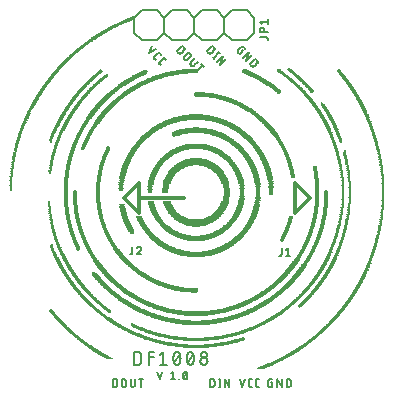
<source format=gbr>
G04 EAGLE Gerber RS-274X export*
G75*
%MOMM*%
%FSLAX34Y34*%
%LPD*%
%INSilkscreen Top*%
%IPPOS*%
%AMOC8*
5,1,8,0,0,1.08239X$1,22.5*%
G01*
%ADD10C,0.152400*%
%ADD11R,0.685800X0.025400*%
%ADD12R,0.660400X0.025400*%
%ADD13R,0.635000X0.025400*%
%ADD14R,0.609600X0.025400*%
%ADD15R,0.584200X0.025400*%
%ADD16R,0.558800X0.025400*%
%ADD17R,0.533400X0.025400*%
%ADD18R,0.508000X0.025400*%
%ADD19R,0.482600X0.025400*%
%ADD20R,0.457200X0.025400*%
%ADD21R,0.431800X0.025400*%
%ADD22R,0.406400X0.025400*%
%ADD23R,1.320800X0.025400*%
%ADD24R,2.133600X0.025400*%
%ADD25R,2.692400X0.025400*%
%ADD26R,3.149600X0.025400*%
%ADD27R,3.556000X0.025400*%
%ADD28R,3.911600X0.025400*%
%ADD29R,4.241800X0.025400*%
%ADD30R,4.546600X0.025400*%
%ADD31R,4.826000X0.025400*%
%ADD32R,1.905000X0.025400*%
%ADD33R,1.651000X0.025400*%
%ADD34R,1.625600X0.025400*%
%ADD35R,1.498600X0.025400*%
%ADD36R,1.473200X0.025400*%
%ADD37R,1.371600X0.025400*%
%ADD38R,0.381000X0.025400*%
%ADD39R,1.295400X0.025400*%
%ADD40R,1.270000X0.025400*%
%ADD41R,1.219200X0.025400*%
%ADD42R,1.193800X0.025400*%
%ADD43R,1.143000X0.025400*%
%ADD44R,1.092200X0.025400*%
%ADD45R,1.066800X0.025400*%
%ADD46R,1.016000X0.025400*%
%ADD47R,0.990600X0.025400*%
%ADD48R,0.965200X0.025400*%
%ADD49R,0.939800X0.025400*%
%ADD50R,0.914400X0.025400*%
%ADD51R,0.889000X0.025400*%
%ADD52R,0.863600X0.025400*%
%ADD53R,1.524000X0.025400*%
%ADD54R,0.838200X0.025400*%
%ADD55R,2.235200X0.025400*%
%ADD56R,2.743200X0.025400*%
%ADD57R,0.812800X0.025400*%
%ADD58R,3.175000X0.025400*%
%ADD59R,0.736600X0.025400*%
%ADD60R,0.787400X0.025400*%
%ADD61R,0.762000X0.025400*%
%ADD62R,4.216400X0.025400*%
%ADD63R,4.521200X0.025400*%
%ADD64R,4.775200X0.025400*%
%ADD65R,0.304800X0.025400*%
%ADD66R,0.711200X0.025400*%
%ADD67R,1.778000X0.025400*%
%ADD68R,0.228600X0.025400*%
%ADD69R,1.574800X0.025400*%
%ADD70R,1.549400X0.025400*%
%ADD71R,0.076200X0.025400*%
%ADD72R,1.422400X0.025400*%
%ADD73R,0.355600X0.025400*%
%ADD74R,1.244600X0.025400*%
%ADD75R,1.168400X0.025400*%
%ADD76R,1.117600X0.025400*%
%ADD77R,0.330200X0.025400*%
%ADD78R,0.279400X0.025400*%
%ADD79R,2.336800X0.025400*%
%ADD80R,0.152400X0.025400*%
%ADD81R,2.794000X0.025400*%
%ADD82R,3.505200X0.025400*%
%ADD83R,3.810000X0.025400*%
%ADD84R,4.114800X0.025400*%
%ADD85R,4.368800X0.025400*%
%ADD86R,4.622800X0.025400*%
%ADD87R,4.876800X0.025400*%
%ADD88R,5.080000X0.025400*%
%ADD89R,5.308600X0.025400*%
%ADD90R,2.362200X0.025400*%
%ADD91R,2.006600X0.025400*%
%ADD92R,2.032000X0.025400*%
%ADD93R,1.828800X0.025400*%
%ADD94R,1.701800X0.025400*%
%ADD95R,1.600200X0.025400*%
%ADD96R,1.447800X0.025400*%
%ADD97R,1.041400X0.025400*%
%ADD98R,2.489200X0.025400*%
%ADD99R,2.895600X0.025400*%
%ADD100R,3.225800X0.025400*%
%ADD101R,3.835400X0.025400*%
%ADD102R,4.343400X0.025400*%
%ADD103R,4.572000X0.025400*%
%ADD104R,4.800600X0.025400*%
%ADD105R,0.254000X0.025400*%
%ADD106R,5.029200X0.025400*%
%ADD107R,5.232400X0.025400*%
%ADD108R,2.057400X0.025400*%
%ADD109R,0.203200X0.025400*%
%ADD110R,0.177800X0.025400*%
%ADD111R,1.346200X0.025400*%
%ADD112R,0.101600X0.025400*%
%ADD113R,1.854200X0.025400*%
%ADD114R,1.981200X0.025400*%
%ADD115R,2.159000X0.025400*%
%ADD116R,2.260600X0.025400*%
%ADD117R,2.387600X0.025400*%
%ADD118R,1.727200X0.025400*%
%ADD119R,0.127000X0.025400*%
%ADD120R,2.184400X0.025400*%
%ADD121R,2.413000X0.025400*%
%ADD122R,2.641600X0.025400*%
%ADD123R,2.844800X0.025400*%
%ADD124R,3.022600X0.025400*%
%ADD125R,3.200400X0.025400*%
%ADD126R,3.352800X0.025400*%
%ADD127R,3.657600X0.025400*%
%ADD128R,3.937000X0.025400*%
%ADD129R,4.064000X0.025400*%
%ADD130R,1.879600X0.025400*%
%ADD131R,2.590800X0.025400*%
%ADD132R,2.870200X0.025400*%
%ADD133R,2.997200X0.025400*%
%ADD134R,3.124200X0.025400*%
%ADD135R,3.251200X0.025400*%
%ADD136R,3.479800X0.025400*%
%ADD137R,3.581400X0.025400*%
%ADD138R,1.803400X0.025400*%
%ADD139R,1.955800X0.025400*%
%ADD140R,2.082800X0.025400*%
%ADD141R,2.438400X0.025400*%
%ADD142R,2.565400X0.025400*%
%ADD143R,2.667000X0.025400*%
%ADD144R,2.946400X0.025400*%
%ADD145R,3.098800X0.025400*%
%ADD146R,3.327400X0.025400*%
%ADD147R,3.403600X0.025400*%
%ADD148R,0.050800X0.025400*%
%ADD149R,2.540000X0.025400*%
%ADD150R,2.717800X0.025400*%
%ADD151R,4.013200X0.025400*%
%ADD152R,3.784600X0.025400*%
%ADD153R,2.819400X0.025400*%
%ADD154R,2.616200X0.025400*%
%ADD155R,1.397000X0.025400*%
%ADD156R,4.419600X0.025400*%
%ADD157R,4.292600X0.025400*%
%ADD158R,4.140200X0.025400*%
%ADD159R,3.987800X0.025400*%
%ADD160R,3.632200X0.025400*%
%ADD161R,3.454400X0.025400*%
%ADD162R,3.048000X0.025400*%
%ADD163R,2.311400X0.025400*%
%ADD164R,0.025400X0.025400*%
%ADD165R,1.676400X0.025400*%
%ADD166R,2.514600X0.025400*%
%ADD167R,2.209800X0.025400*%
%ADD168R,1.930400X0.025400*%
%ADD169R,0.520700X0.025400*%
%ADD170R,0.469900X0.025400*%
%ADD171R,0.393700X0.025400*%
%ADD172R,0.317500X0.025400*%
%ADD173R,0.266700X0.025400*%
%ADD174R,0.190500X0.025400*%
%ADD175R,0.139700X0.025400*%
%ADD176R,0.063500X0.025400*%
%ADD177C,0.177800*%
%ADD178C,0.304800*%


D10*
X56214Y293896D02*
X53101Y287670D01*
X59327Y290783D01*
X57989Y282782D02*
X59026Y281744D01*
X57988Y282781D02*
X57937Y282835D01*
X57888Y282891D01*
X57843Y282950D01*
X57800Y283011D01*
X57761Y283074D01*
X57725Y283139D01*
X57692Y283206D01*
X57663Y283274D01*
X57637Y283344D01*
X57615Y283415D01*
X57596Y283487D01*
X57581Y283560D01*
X57570Y283634D01*
X57562Y283708D01*
X57558Y283782D01*
X57558Y283856D01*
X57562Y283930D01*
X57570Y284004D01*
X57581Y284078D01*
X57596Y284151D01*
X57615Y284223D01*
X57637Y284294D01*
X57663Y284364D01*
X57692Y284432D01*
X57725Y284499D01*
X57761Y284564D01*
X57800Y284627D01*
X57843Y284688D01*
X57888Y284747D01*
X57937Y284803D01*
X57988Y284857D01*
X57989Y284857D02*
X60583Y287451D01*
X60583Y287452D02*
X60637Y287503D01*
X60693Y287552D01*
X60752Y287597D01*
X60813Y287640D01*
X60876Y287679D01*
X60941Y287715D01*
X61008Y287748D01*
X61076Y287777D01*
X61146Y287803D01*
X61217Y287825D01*
X61289Y287844D01*
X61362Y287859D01*
X61436Y287870D01*
X61510Y287878D01*
X61584Y287882D01*
X61658Y287882D01*
X61732Y287878D01*
X61806Y287870D01*
X61880Y287859D01*
X61953Y287844D01*
X62025Y287825D01*
X62096Y287803D01*
X62166Y287777D01*
X62234Y287748D01*
X62301Y287715D01*
X62366Y287679D01*
X62429Y287640D01*
X62490Y287597D01*
X62549Y287552D01*
X62605Y287503D01*
X62659Y287452D01*
X62658Y287451D02*
X63696Y286414D01*
X62299Y278471D02*
X63337Y277433D01*
X62299Y278471D02*
X62248Y278525D01*
X62199Y278581D01*
X62154Y278640D01*
X62111Y278701D01*
X62072Y278764D01*
X62036Y278829D01*
X62003Y278896D01*
X61974Y278964D01*
X61948Y279034D01*
X61926Y279105D01*
X61907Y279177D01*
X61892Y279250D01*
X61881Y279324D01*
X61873Y279398D01*
X61869Y279472D01*
X61869Y279546D01*
X61873Y279620D01*
X61881Y279694D01*
X61892Y279768D01*
X61907Y279841D01*
X61926Y279913D01*
X61948Y279984D01*
X61974Y280054D01*
X62003Y280122D01*
X62036Y280189D01*
X62072Y280254D01*
X62111Y280317D01*
X62154Y280378D01*
X62199Y280437D01*
X62248Y280493D01*
X62299Y280547D01*
X64893Y283141D01*
X64947Y283192D01*
X65003Y283241D01*
X65062Y283286D01*
X65123Y283329D01*
X65186Y283368D01*
X65251Y283404D01*
X65318Y283437D01*
X65386Y283466D01*
X65456Y283492D01*
X65527Y283514D01*
X65599Y283533D01*
X65672Y283548D01*
X65746Y283559D01*
X65820Y283567D01*
X65894Y283571D01*
X65968Y283571D01*
X66042Y283567D01*
X66116Y283559D01*
X66190Y283548D01*
X66263Y283533D01*
X66335Y283514D01*
X66406Y283492D01*
X66476Y283466D01*
X66544Y283437D01*
X66611Y283404D01*
X66676Y283368D01*
X66739Y283329D01*
X66800Y283286D01*
X66859Y283241D01*
X66915Y283192D01*
X66969Y283141D01*
X68006Y282103D01*
X76944Y289226D02*
X81614Y293896D01*
X82911Y292599D01*
X82969Y292538D01*
X83025Y292474D01*
X83078Y292407D01*
X83127Y292338D01*
X83173Y292267D01*
X83216Y292194D01*
X83256Y292119D01*
X83292Y292043D01*
X83324Y291965D01*
X83353Y291885D01*
X83378Y291804D01*
X83399Y291722D01*
X83417Y291639D01*
X83430Y291555D01*
X83440Y291471D01*
X83446Y291387D01*
X83448Y291302D01*
X83446Y291217D01*
X83440Y291133D01*
X83430Y291049D01*
X83417Y290965D01*
X83399Y290882D01*
X83378Y290800D01*
X83353Y290719D01*
X83324Y290639D01*
X83292Y290561D01*
X83256Y290485D01*
X83216Y290410D01*
X83173Y290337D01*
X83127Y290266D01*
X83078Y290197D01*
X83025Y290130D01*
X82969Y290066D01*
X82911Y290005D01*
X80835Y287929D01*
X80774Y287871D01*
X80710Y287815D01*
X80643Y287762D01*
X80574Y287713D01*
X80503Y287667D01*
X80430Y287624D01*
X80355Y287584D01*
X80279Y287548D01*
X80201Y287516D01*
X80121Y287487D01*
X80040Y287462D01*
X79958Y287441D01*
X79875Y287423D01*
X79791Y287410D01*
X79707Y287400D01*
X79623Y287394D01*
X79538Y287392D01*
X79453Y287394D01*
X79369Y287400D01*
X79285Y287410D01*
X79201Y287423D01*
X79118Y287441D01*
X79036Y287462D01*
X78955Y287487D01*
X78875Y287516D01*
X78797Y287548D01*
X78721Y287584D01*
X78646Y287624D01*
X78573Y287667D01*
X78502Y287713D01*
X78433Y287762D01*
X78366Y287815D01*
X78302Y287871D01*
X78241Y287929D01*
X76944Y289226D01*
X83586Y285178D02*
X85662Y287254D01*
X85723Y287312D01*
X85787Y287368D01*
X85854Y287421D01*
X85923Y287470D01*
X85994Y287516D01*
X86067Y287559D01*
X86142Y287599D01*
X86218Y287635D01*
X86296Y287667D01*
X86376Y287696D01*
X86457Y287721D01*
X86539Y287742D01*
X86622Y287760D01*
X86706Y287773D01*
X86790Y287783D01*
X86874Y287789D01*
X86959Y287791D01*
X87044Y287789D01*
X87128Y287783D01*
X87212Y287773D01*
X87296Y287760D01*
X87379Y287742D01*
X87461Y287721D01*
X87542Y287696D01*
X87622Y287667D01*
X87700Y287635D01*
X87776Y287599D01*
X87851Y287559D01*
X87924Y287516D01*
X87995Y287470D01*
X88064Y287421D01*
X88131Y287368D01*
X88195Y287312D01*
X88256Y287254D01*
X88314Y287193D01*
X88370Y287129D01*
X88423Y287062D01*
X88472Y286993D01*
X88518Y286922D01*
X88561Y286849D01*
X88601Y286774D01*
X88637Y286698D01*
X88669Y286620D01*
X88698Y286540D01*
X88723Y286459D01*
X88744Y286377D01*
X88762Y286294D01*
X88775Y286210D01*
X88785Y286126D01*
X88791Y286042D01*
X88793Y285957D01*
X88791Y285872D01*
X88785Y285788D01*
X88775Y285704D01*
X88762Y285620D01*
X88744Y285537D01*
X88723Y285455D01*
X88698Y285374D01*
X88669Y285294D01*
X88637Y285216D01*
X88601Y285140D01*
X88561Y285065D01*
X88518Y284992D01*
X88472Y284921D01*
X88423Y284852D01*
X88370Y284785D01*
X88314Y284721D01*
X88256Y284660D01*
X88256Y284659D02*
X86180Y282584D01*
X86119Y282526D01*
X86055Y282470D01*
X85988Y282417D01*
X85919Y282368D01*
X85848Y282322D01*
X85775Y282279D01*
X85700Y282239D01*
X85624Y282203D01*
X85546Y282171D01*
X85466Y282142D01*
X85385Y282117D01*
X85303Y282096D01*
X85220Y282078D01*
X85136Y282065D01*
X85052Y282055D01*
X84968Y282049D01*
X84883Y282047D01*
X84798Y282049D01*
X84714Y282055D01*
X84630Y282065D01*
X84546Y282078D01*
X84463Y282096D01*
X84381Y282117D01*
X84300Y282142D01*
X84220Y282171D01*
X84142Y282203D01*
X84066Y282239D01*
X83991Y282279D01*
X83918Y282322D01*
X83847Y282368D01*
X83778Y282417D01*
X83711Y282470D01*
X83647Y282526D01*
X83586Y282584D01*
X83528Y282645D01*
X83472Y282709D01*
X83419Y282776D01*
X83370Y282845D01*
X83324Y282916D01*
X83281Y282989D01*
X83241Y283064D01*
X83205Y283140D01*
X83173Y283218D01*
X83144Y283298D01*
X83119Y283379D01*
X83098Y283461D01*
X83080Y283544D01*
X83067Y283628D01*
X83057Y283712D01*
X83051Y283796D01*
X83049Y283881D01*
X83051Y283966D01*
X83057Y284050D01*
X83067Y284134D01*
X83080Y284218D01*
X83098Y284301D01*
X83119Y284383D01*
X83144Y284464D01*
X83173Y284544D01*
X83205Y284622D01*
X83241Y284698D01*
X83281Y284773D01*
X83324Y284846D01*
X83370Y284917D01*
X83419Y284986D01*
X83472Y285053D01*
X83528Y285117D01*
X83586Y285178D01*
X88931Y279833D02*
X92304Y283206D01*
X88931Y279833D02*
X88873Y279772D01*
X88817Y279708D01*
X88764Y279641D01*
X88715Y279572D01*
X88669Y279501D01*
X88626Y279428D01*
X88586Y279353D01*
X88550Y279277D01*
X88518Y279199D01*
X88489Y279119D01*
X88464Y279038D01*
X88443Y278956D01*
X88425Y278873D01*
X88412Y278789D01*
X88402Y278705D01*
X88396Y278621D01*
X88394Y278536D01*
X88396Y278451D01*
X88402Y278367D01*
X88412Y278283D01*
X88425Y278199D01*
X88443Y278116D01*
X88464Y278034D01*
X88489Y277953D01*
X88518Y277873D01*
X88550Y277795D01*
X88586Y277719D01*
X88626Y277644D01*
X88669Y277571D01*
X88715Y277500D01*
X88764Y277431D01*
X88817Y277364D01*
X88873Y277300D01*
X88931Y277239D01*
X88992Y277181D01*
X89056Y277125D01*
X89123Y277072D01*
X89192Y277023D01*
X89263Y276977D01*
X89336Y276934D01*
X89411Y276894D01*
X89487Y276858D01*
X89565Y276826D01*
X89645Y276797D01*
X89726Y276772D01*
X89808Y276751D01*
X89891Y276733D01*
X89975Y276720D01*
X90059Y276710D01*
X90143Y276704D01*
X90228Y276702D01*
X90313Y276704D01*
X90397Y276710D01*
X90481Y276720D01*
X90565Y276733D01*
X90648Y276751D01*
X90730Y276772D01*
X90811Y276797D01*
X90891Y276826D01*
X90969Y276858D01*
X91045Y276894D01*
X91120Y276934D01*
X91193Y276977D01*
X91264Y277023D01*
X91333Y277072D01*
X91400Y277125D01*
X91464Y277181D01*
X91525Y277239D01*
X94898Y280612D01*
X98601Y276908D02*
X93931Y272239D01*
X99898Y275611D02*
X97304Y278206D01*
X102344Y289226D02*
X107014Y293896D01*
X108311Y292599D01*
X108369Y292538D01*
X108425Y292474D01*
X108478Y292407D01*
X108527Y292338D01*
X108573Y292267D01*
X108616Y292194D01*
X108656Y292119D01*
X108692Y292043D01*
X108724Y291965D01*
X108753Y291885D01*
X108778Y291804D01*
X108799Y291722D01*
X108817Y291639D01*
X108830Y291555D01*
X108840Y291471D01*
X108846Y291387D01*
X108848Y291302D01*
X108846Y291217D01*
X108840Y291133D01*
X108830Y291049D01*
X108817Y290965D01*
X108799Y290882D01*
X108778Y290800D01*
X108753Y290719D01*
X108724Y290639D01*
X108692Y290561D01*
X108656Y290485D01*
X108616Y290410D01*
X108573Y290337D01*
X108527Y290266D01*
X108478Y290197D01*
X108425Y290130D01*
X108369Y290066D01*
X108311Y290005D01*
X106235Y287929D01*
X106174Y287871D01*
X106110Y287815D01*
X106043Y287762D01*
X105974Y287713D01*
X105903Y287667D01*
X105830Y287624D01*
X105755Y287584D01*
X105679Y287548D01*
X105601Y287516D01*
X105521Y287487D01*
X105440Y287462D01*
X105358Y287441D01*
X105275Y287423D01*
X105191Y287410D01*
X105107Y287400D01*
X105023Y287394D01*
X104938Y287392D01*
X104853Y287394D01*
X104769Y287400D01*
X104685Y287410D01*
X104601Y287423D01*
X104518Y287441D01*
X104436Y287462D01*
X104355Y287487D01*
X104275Y287516D01*
X104197Y287548D01*
X104121Y287584D01*
X104046Y287624D01*
X103973Y287667D01*
X103902Y287713D01*
X103833Y287762D01*
X103766Y287815D01*
X103702Y287871D01*
X103641Y287929D01*
X102344Y289226D01*
X107952Y283619D02*
X112621Y288288D01*
X107433Y284137D02*
X108470Y283100D01*
X113140Y287769D02*
X112102Y288807D01*
X115635Y285275D02*
X110965Y280605D01*
X113559Y278011D02*
X115635Y285275D01*
X118229Y282681D02*
X113559Y278011D01*
X132154Y290005D02*
X132933Y289226D01*
X130338Y286632D01*
X128782Y288189D01*
X128781Y288188D02*
X128730Y288242D01*
X128681Y288298D01*
X128636Y288357D01*
X128593Y288418D01*
X128554Y288481D01*
X128518Y288546D01*
X128485Y288613D01*
X128456Y288681D01*
X128430Y288751D01*
X128408Y288822D01*
X128389Y288894D01*
X128374Y288967D01*
X128363Y289041D01*
X128355Y289115D01*
X128351Y289189D01*
X128351Y289263D01*
X128355Y289337D01*
X128363Y289411D01*
X128374Y289485D01*
X128389Y289558D01*
X128408Y289630D01*
X128430Y289701D01*
X128456Y289771D01*
X128485Y289839D01*
X128518Y289906D01*
X128554Y289971D01*
X128593Y290034D01*
X128636Y290095D01*
X128681Y290154D01*
X128730Y290210D01*
X128781Y290264D01*
X128782Y290264D02*
X131376Y292858D01*
X131376Y292859D02*
X131430Y292910D01*
X131486Y292959D01*
X131545Y293004D01*
X131606Y293047D01*
X131669Y293086D01*
X131734Y293122D01*
X131801Y293155D01*
X131869Y293184D01*
X131939Y293210D01*
X132010Y293232D01*
X132082Y293251D01*
X132155Y293266D01*
X132229Y293277D01*
X132303Y293285D01*
X132377Y293289D01*
X132451Y293289D01*
X132525Y293285D01*
X132599Y293277D01*
X132673Y293266D01*
X132746Y293251D01*
X132818Y293232D01*
X132889Y293210D01*
X132959Y293184D01*
X133027Y293155D01*
X133094Y293122D01*
X133159Y293086D01*
X133222Y293047D01*
X133283Y293004D01*
X133342Y292959D01*
X133398Y292910D01*
X133452Y292859D01*
X133451Y292858D02*
X135008Y291302D01*
X137931Y288379D02*
X133261Y283709D01*
X135856Y281114D02*
X137931Y288379D01*
X140525Y285784D02*
X135856Y281114D01*
X138779Y278191D02*
X143449Y282861D01*
X144746Y281564D01*
X144804Y281503D01*
X144860Y281439D01*
X144913Y281372D01*
X144962Y281303D01*
X145008Y281232D01*
X145051Y281159D01*
X145091Y281084D01*
X145127Y281008D01*
X145159Y280930D01*
X145188Y280850D01*
X145213Y280769D01*
X145234Y280687D01*
X145252Y280604D01*
X145265Y280520D01*
X145275Y280436D01*
X145281Y280352D01*
X145283Y280267D01*
X145281Y280182D01*
X145275Y280098D01*
X145265Y280014D01*
X145252Y279930D01*
X145234Y279847D01*
X145213Y279765D01*
X145188Y279684D01*
X145159Y279604D01*
X145127Y279526D01*
X145091Y279450D01*
X145051Y279375D01*
X145008Y279302D01*
X144962Y279231D01*
X144913Y279162D01*
X144860Y279095D01*
X144804Y279031D01*
X144746Y278970D01*
X142670Y276894D01*
X142609Y276836D01*
X142545Y276780D01*
X142478Y276727D01*
X142409Y276678D01*
X142338Y276632D01*
X142265Y276589D01*
X142190Y276549D01*
X142114Y276513D01*
X142036Y276481D01*
X141956Y276452D01*
X141875Y276427D01*
X141793Y276406D01*
X141710Y276388D01*
X141626Y276375D01*
X141542Y276365D01*
X141458Y276359D01*
X141373Y276357D01*
X141288Y276359D01*
X141204Y276365D01*
X141120Y276375D01*
X141036Y276388D01*
X140953Y276406D01*
X140871Y276427D01*
X140790Y276452D01*
X140710Y276481D01*
X140632Y276513D01*
X140556Y276549D01*
X140481Y276589D01*
X140408Y276632D01*
X140337Y276678D01*
X140268Y276727D01*
X140201Y276780D01*
X140137Y276836D01*
X140076Y276894D01*
X138779Y278191D01*
D11*
X148082Y20574D03*
D12*
X148717Y20828D03*
D11*
X149352Y21082D03*
D12*
X149987Y21336D03*
X150749Y21590D03*
D13*
X151384Y21844D03*
X151892Y22098D03*
X152654Y22352D03*
X153162Y22606D03*
D14*
X153797Y22860D03*
X154559Y23114D03*
X155067Y23368D03*
X155575Y23622D03*
D15*
X156210Y23876D03*
D14*
X156845Y24130D03*
D15*
X157480Y24384D03*
X157988Y24638D03*
X158496Y24892D03*
D16*
X159131Y25146D03*
X159639Y25400D03*
X160147Y25654D03*
X160655Y25908D03*
D17*
X161290Y26162D03*
X161798Y26416D03*
X162306Y26670D03*
X162814Y26924D03*
X163322Y27178D03*
X163830Y27432D03*
X164338Y27686D03*
X164846Y27940D03*
X165354Y28194D03*
D18*
X20447Y28448D03*
D17*
X165862Y28448D03*
D18*
X19939Y28702D03*
D17*
X166370Y28702D03*
D18*
X19431Y28956D03*
X166751Y28956D03*
X18923Y29210D03*
X167259Y29210D03*
X18415Y29464D03*
X167767Y29464D03*
X17907Y29718D03*
X168275Y29718D03*
D19*
X17526Y29972D03*
D18*
X168783Y29972D03*
D19*
X17018Y30226D03*
X169164Y30226D03*
X16510Y30480D03*
X169672Y30480D03*
D18*
X16129Y30734D03*
D19*
X170180Y30734D03*
X15748Y30988D03*
X170688Y30988D03*
X15240Y31242D03*
X170942Y31242D03*
X14732Y31496D03*
X171450Y31496D03*
D20*
X14351Y31750D03*
D19*
X171958Y31750D03*
X13970Y32004D03*
X172466Y32004D03*
X13462Y32258D03*
D20*
X172847Y32258D03*
D19*
X12954Y32512D03*
X173228Y32512D03*
D20*
X12573Y32766D03*
D19*
X173736Y32766D03*
X12192Y33020D03*
D20*
X174117Y33020D03*
X11811Y33274D03*
X174625Y33274D03*
X11303Y33528D03*
X174879Y33528D03*
X10795Y33782D03*
X175387Y33782D03*
X10541Y34036D03*
X175895Y34036D03*
X10033Y34290D03*
X176149Y34290D03*
D21*
X9652Y34544D03*
D20*
X176657Y34544D03*
X9271Y34798D03*
D21*
X177038Y34798D03*
D20*
X8763Y35052D03*
X177419Y35052D03*
D21*
X8382Y35306D03*
X177800Y35306D03*
D20*
X8001Y35560D03*
D21*
X178308Y35560D03*
X7620Y35814D03*
D20*
X178689Y35814D03*
X7239Y36068D03*
D21*
X179070Y36068D03*
X6858Y36322D03*
D20*
X179451Y36322D03*
D21*
X6350Y36576D03*
X179832Y36576D03*
X6096Y36830D03*
D20*
X180213Y36830D03*
D21*
X5588Y37084D03*
X180594Y37084D03*
X5334Y37338D03*
D22*
X180975Y37338D03*
D21*
X4826Y37592D03*
X181356Y37592D03*
X4572Y37846D03*
D22*
X181737Y37846D03*
X4191Y38100D03*
D23*
X93091Y38100D03*
D21*
X182118Y38100D03*
X3810Y38354D03*
D24*
X93091Y38354D03*
D22*
X182499Y38354D03*
X3429Y38608D03*
D25*
X93091Y38608D03*
D21*
X182880Y38608D03*
X3048Y38862D03*
D26*
X93091Y38862D03*
D22*
X183261Y38862D03*
X2667Y39116D03*
D27*
X93091Y39116D03*
D21*
X183642Y39116D03*
X2286Y39370D03*
D28*
X93091Y39370D03*
D22*
X184023Y39370D03*
X1905Y39624D03*
D29*
X93218Y39624D03*
D22*
X184277Y39624D03*
X1651Y39878D03*
D30*
X93218Y39878D03*
D21*
X184658Y39878D03*
D22*
X1143Y40132D03*
D31*
X93091Y40132D03*
D22*
X185039Y40132D03*
X889Y40386D03*
D32*
X77216Y40386D03*
X108966Y40386D03*
D22*
X185293Y40386D03*
X635Y40640D03*
D33*
X74676Y40640D03*
D34*
X111633Y40640D03*
D22*
X185801Y40640D03*
X127Y40894D03*
D35*
X72644Y40894D03*
D36*
X113665Y40894D03*
D22*
X186055Y40894D03*
X-127Y41148D03*
D37*
X70993Y41148D03*
X115443Y41148D03*
D22*
X186563Y41148D03*
D38*
X-508Y41402D03*
D39*
X69342Y41402D03*
D40*
X116967Y41402D03*
D22*
X186817Y41402D03*
X-889Y41656D03*
D41*
X67945Y41656D03*
D42*
X118364Y41656D03*
D22*
X187071Y41656D03*
X-1143Y41910D03*
D43*
X66548Y41910D03*
X119634Y41910D03*
D22*
X187579Y41910D03*
D38*
X-1524Y42164D03*
D44*
X65278Y42164D03*
X120904Y42164D03*
D22*
X187833Y42164D03*
X-1905Y42418D03*
D45*
X64135Y42418D03*
X122047Y42418D03*
D22*
X188087Y42418D03*
X-2159Y42672D03*
D46*
X63119Y42672D03*
X123317Y42672D03*
D38*
X188468Y42672D03*
X-2540Y42926D03*
D47*
X61976Y42926D03*
D48*
X124333Y42926D03*
D22*
X188849Y42926D03*
X-2921Y43180D03*
D49*
X60960Y43180D03*
D48*
X125349Y43180D03*
D38*
X189230Y43180D03*
D22*
X-3175Y43434D03*
D50*
X59817Y43434D03*
X126365Y43434D03*
D38*
X189484Y43434D03*
X-3556Y43688D03*
D51*
X58928Y43688D03*
X127254Y43688D03*
D22*
X189865Y43688D03*
D38*
X-3810Y43942D03*
D52*
X58039Y43942D03*
D53*
X93091Y43942D03*
D51*
X128270Y43942D03*
D38*
X190246Y43942D03*
D22*
X-4191Y44196D03*
D54*
X57150Y44196D03*
D55*
X93091Y44196D03*
D52*
X129159Y44196D03*
D38*
X190500Y44196D03*
X-4572Y44450D03*
D54*
X56134Y44450D03*
D56*
X93091Y44450D03*
D57*
X129921Y44450D03*
D38*
X190754Y44450D03*
X-4826Y44704D03*
D57*
X55245Y44704D03*
D58*
X93218Y44704D03*
D59*
X130556Y44704D03*
D22*
X191135Y44704D03*
X-5207Y44958D03*
D60*
X54610Y44958D03*
D27*
X93091Y44958D03*
D12*
X131191Y44958D03*
D38*
X191516Y44958D03*
X-5588Y45212D03*
D61*
X53721Y45212D03*
D28*
X93091Y45212D03*
D15*
X131572Y45212D03*
D38*
X191770Y45212D03*
X-5842Y45466D03*
D61*
X52959Y45466D03*
D62*
X93091Y45466D03*
D19*
X132080Y45466D03*
D38*
X192024Y45466D03*
X-6096Y45720D03*
D59*
X52070Y45720D03*
D63*
X93091Y45720D03*
D22*
X132461Y45720D03*
D38*
X192532Y45720D03*
X-6350Y45974D03*
D59*
X51308Y45974D03*
D64*
X93091Y45974D03*
D65*
X132715Y45974D03*
D38*
X192786Y45974D03*
X-6858Y46228D03*
D66*
X50673Y46228D03*
D67*
X76835Y46228D03*
X109347Y46228D03*
D68*
X133096Y46228D03*
D38*
X193040Y46228D03*
X-7112Y46482D03*
D66*
X49911Y46482D03*
D69*
X74549Y46482D03*
D70*
X111760Y46482D03*
D71*
X133350Y46482D03*
D38*
X193294Y46482D03*
X-7366Y46736D03*
D66*
X49149Y46736D03*
D72*
X72771Y46736D03*
X113665Y46736D03*
D73*
X193675Y46736D03*
D38*
X-7620Y46990D03*
D11*
X48514Y46990D03*
D23*
X70993Y46990D03*
X115189Y46990D03*
D38*
X194056Y46990D03*
D73*
X-8001Y47244D03*
D11*
X47752Y47244D03*
D74*
X69596Y47244D03*
D41*
X116713Y47244D03*
D38*
X194310Y47244D03*
X-8382Y47498D03*
D12*
X47117Y47498D03*
D75*
X68199Y47498D03*
D42*
X118110Y47498D03*
D38*
X194564Y47498D03*
X-8636Y47752D03*
D12*
X46355Y47752D03*
D76*
X66929Y47752D03*
D44*
X119380Y47752D03*
D38*
X194818Y47752D03*
X-8890Y48006D03*
D13*
X45720Y48006D03*
D45*
X65659Y48006D03*
X120523Y48006D03*
D73*
X195199Y48006D03*
X-9271Y48260D03*
D12*
X45085Y48260D03*
D46*
X64643Y48260D03*
X121793Y48260D03*
D73*
X195453Y48260D03*
X-9525Y48514D03*
D13*
X44450Y48514D03*
D47*
X63500Y48514D03*
D48*
X122809Y48514D03*
D38*
X195834Y48514D03*
D73*
X-9779Y48768D03*
D14*
X43815Y48768D03*
D48*
X62357Y48768D03*
X123825Y48768D03*
D38*
X196088Y48768D03*
X-10160Y49022D03*
D13*
X43180Y49022D03*
D50*
X61341Y49022D03*
X124841Y49022D03*
D38*
X196342Y49022D03*
X-10414Y49276D03*
D14*
X42545Y49276D03*
D51*
X60452Y49276D03*
D50*
X125857Y49276D03*
D73*
X196723Y49276D03*
D38*
X-10668Y49530D03*
D14*
X42037Y49530D03*
D52*
X59563Y49530D03*
D51*
X126746Y49530D03*
D73*
X196977Y49530D03*
X-11049Y49784D03*
D15*
X41402Y49784D03*
D52*
X58547Y49784D03*
D54*
X127762Y49784D03*
D73*
X197231Y49784D03*
X-11303Y50038D03*
D15*
X40894Y50038D03*
D54*
X57658Y50038D03*
X128524Y50038D03*
D73*
X197485Y50038D03*
X-11557Y50292D03*
D15*
X40132Y50292D03*
D57*
X56769Y50292D03*
X129413Y50292D03*
D38*
X197866Y50292D03*
D73*
X-11811Y50546D03*
D15*
X39624Y50546D03*
D60*
X56134Y50546D03*
X130302Y50546D03*
D38*
X198120Y50546D03*
D73*
X-12065Y50800D03*
D15*
X39116Y50800D03*
D61*
X55245Y50800D03*
D60*
X131064Y50800D03*
D73*
X198501Y50800D03*
D38*
X-12446Y51054D03*
D16*
X38481Y51054D03*
D61*
X54483Y51054D03*
X131953Y51054D03*
D73*
X198755Y51054D03*
X-12827Y51308D03*
D16*
X37973Y51308D03*
D59*
X53594Y51308D03*
X132588Y51308D03*
D73*
X199009Y51308D03*
X-13081Y51562D03*
D16*
X37465Y51562D03*
D59*
X52832Y51562D03*
X133350Y51562D03*
D73*
X199263Y51562D03*
X-13335Y51816D03*
D16*
X36957Y51816D03*
D66*
X52197Y51816D03*
D59*
X134112Y51816D03*
D73*
X199517Y51816D03*
X-13589Y52070D03*
D16*
X36449Y52070D03*
D66*
X51435Y52070D03*
D11*
X134874Y52070D03*
D73*
X199771Y52070D03*
X-13843Y52324D03*
D17*
X35814Y52324D03*
D66*
X50673Y52324D03*
D11*
X135636Y52324D03*
D73*
X200025Y52324D03*
X-14097Y52578D03*
D17*
X35306Y52578D03*
D11*
X50038Y52578D03*
D12*
X136271Y52578D03*
D77*
X200406Y52578D03*
D73*
X-14351Y52832D03*
D17*
X34798Y52832D03*
D11*
X49276Y52832D03*
D12*
X137033Y52832D03*
D73*
X200787Y52832D03*
X-14605Y53086D03*
D17*
X34290Y53086D03*
D12*
X48641Y53086D03*
X137541Y53086D03*
D73*
X201041Y53086D03*
X-14859Y53340D03*
D18*
X33909Y53340D03*
D13*
X48006Y53340D03*
D12*
X138303Y53340D03*
D73*
X201295Y53340D03*
D77*
X-15240Y53594D03*
D18*
X33401Y53594D03*
D13*
X47244Y53594D03*
X138938Y53594D03*
D73*
X201549Y53594D03*
D77*
X-15494Y53848D03*
D18*
X32893Y53848D03*
D13*
X46736Y53848D03*
X139700Y53848D03*
D73*
X201803Y53848D03*
D77*
X-15748Y54102D03*
D18*
X32385Y54102D03*
D14*
X46101Y54102D03*
D13*
X140208Y54102D03*
D73*
X202057Y54102D03*
D77*
X-16002Y54356D03*
D18*
X31877Y54356D03*
D13*
X45466Y54356D03*
D14*
X140843Y54356D03*
D73*
X202311Y54356D03*
D77*
X-16256Y54610D03*
D18*
X31369Y54610D03*
D14*
X44831Y54610D03*
X141351Y54610D03*
D73*
X202565Y54610D03*
X-16637Y54864D03*
D19*
X30988Y54864D03*
D15*
X44196Y54864D03*
D14*
X142113Y54864D03*
D73*
X202819Y54864D03*
X-16891Y55118D03*
D19*
X30480Y55118D03*
D15*
X43688Y55118D03*
D14*
X142621Y55118D03*
D73*
X203073Y55118D03*
X-17145Y55372D03*
D19*
X29972Y55372D03*
D14*
X43053Y55372D03*
D15*
X143256Y55372D03*
D73*
X203327Y55372D03*
X-17399Y55626D03*
D18*
X29591Y55626D03*
D15*
X42418Y55626D03*
X143764Y55626D03*
D73*
X203581Y55626D03*
X-17653Y55880D03*
D19*
X29210Y55880D03*
D15*
X41910Y55880D03*
X144272Y55880D03*
D73*
X203835Y55880D03*
X-17907Y56134D03*
D19*
X28702Y56134D03*
D15*
X41402Y56134D03*
D16*
X144907Y56134D03*
D77*
X204216Y56134D03*
D73*
X-18161Y56388D03*
D19*
X28194Y56388D03*
D17*
X40894Y56388D03*
D16*
X145415Y56388D03*
D77*
X204470Y56388D03*
D73*
X-18415Y56642D03*
D20*
X27813Y56642D03*
D18*
X40513Y56642D03*
D16*
X145923Y56642D03*
D77*
X204724Y56642D03*
D73*
X-18669Y56896D03*
D20*
X27305Y56896D03*
X40259Y56896D03*
D17*
X146558Y56896D03*
D77*
X204978Y56896D03*
D73*
X-18923Y57150D03*
D19*
X26924Y57150D03*
D22*
X40005Y57150D03*
D17*
X147066Y57150D03*
D77*
X205232Y57150D03*
D73*
X-19177Y57404D03*
D20*
X26543Y57404D03*
D77*
X39624Y57404D03*
D52*
X93091Y57404D03*
D17*
X147574Y57404D03*
D77*
X205486Y57404D03*
D73*
X-19431Y57658D03*
D20*
X26035Y57658D03*
D78*
X39370Y57658D03*
D67*
X93091Y57658D03*
D17*
X148082Y57658D03*
D77*
X205740Y57658D03*
D73*
X-19685Y57912D03*
D19*
X25654Y57912D03*
D68*
X39116Y57912D03*
D79*
X93091Y57912D03*
D17*
X148590Y57912D03*
D77*
X205994Y57912D03*
X-19812Y58166D03*
D20*
X25273Y58166D03*
D80*
X38989Y58166D03*
D81*
X93091Y58166D03*
D17*
X149098Y58166D03*
D77*
X206248Y58166D03*
X-20066Y58420D03*
D20*
X24765Y58420D03*
D58*
X93218Y58420D03*
D17*
X149606Y58420D03*
D77*
X206502Y58420D03*
X-20320Y58674D03*
D21*
X24384Y58674D03*
D82*
X93091Y58674D03*
D17*
X150114Y58674D03*
D77*
X206756Y58674D03*
X-20574Y58928D03*
D20*
X24003Y58928D03*
D83*
X93091Y58928D03*
D17*
X150622Y58928D03*
D77*
X207010Y58928D03*
X-20828Y59182D03*
D21*
X23622Y59182D03*
D84*
X93091Y59182D03*
D17*
X151130Y59182D03*
D77*
X207264Y59182D03*
X-21082Y59436D03*
D20*
X23241Y59436D03*
D85*
X93091Y59436D03*
D18*
X151511Y59436D03*
D77*
X207518Y59436D03*
X-21336Y59690D03*
D21*
X22860Y59690D03*
D86*
X93091Y59690D03*
D18*
X152019Y59690D03*
D77*
X207772Y59690D03*
X-21590Y59944D03*
D21*
X22352Y59944D03*
D87*
X93091Y59944D03*
D18*
X152527Y59944D03*
D77*
X208026Y59944D03*
X-21844Y60198D03*
D21*
X22098Y60198D03*
D88*
X93091Y60198D03*
D18*
X153035Y60198D03*
D77*
X208026Y60198D03*
X-22098Y60452D03*
D21*
X21590Y60452D03*
D89*
X93218Y60452D03*
D19*
X153416Y60452D03*
D77*
X208280Y60452D03*
X-22352Y60706D03*
D21*
X21336Y60706D03*
D79*
X77343Y60706D03*
D90*
X108966Y60706D03*
D19*
X153924Y60706D03*
D77*
X208534Y60706D03*
X-22606Y60960D03*
D21*
X20828Y60960D03*
D91*
X74676Y60960D03*
D92*
X111633Y60960D03*
D19*
X154432Y60960D03*
D77*
X208788Y60960D03*
X-22860Y61214D03*
D21*
X20574Y61214D03*
D93*
X72771Y61214D03*
X113411Y61214D03*
D19*
X154940Y61214D03*
D77*
X209042Y61214D03*
X-23114Y61468D03*
D21*
X20066Y61468D03*
D94*
X71120Y61468D03*
X115062Y61468D03*
D19*
X155194Y61468D03*
D77*
X209296Y61468D03*
X-23368Y61722D03*
D21*
X19812Y61722D03*
D95*
X69850Y61722D03*
D69*
X116459Y61722D03*
D19*
X155702Y61722D03*
D77*
X209550Y61722D03*
X-23622Y61976D03*
D21*
X19304Y61976D03*
D35*
X68580Y61976D03*
D53*
X117729Y61976D03*
D19*
X156210Y61976D03*
D77*
X209804Y61976D03*
D65*
X-23749Y62230D03*
D21*
X19050Y62230D03*
D96*
X67310Y62230D03*
X118872Y62230D03*
D20*
X156591Y62230D03*
D77*
X210058Y62230D03*
D65*
X-24003Y62484D03*
D22*
X18669Y62484D03*
D37*
X66167Y62484D03*
X120015Y62484D03*
D20*
X157099Y62484D03*
D77*
X210312Y62484D03*
D65*
X-24257Y62738D03*
D21*
X18288Y62738D03*
D23*
X65151Y62738D03*
X121031Y62738D03*
D20*
X157353Y62738D03*
D77*
X210566Y62738D03*
X-24384Y62992D03*
D22*
X17907Y62992D03*
D40*
X64135Y62992D03*
D39*
X122174Y62992D03*
D20*
X157861Y62992D03*
D77*
X210820Y62992D03*
X-24638Y63246D03*
D21*
X17526Y63246D03*
D74*
X63246Y63246D03*
D41*
X123063Y63246D03*
D20*
X158369Y63246D03*
D65*
X210947Y63246D03*
D77*
X-24892Y63500D03*
D22*
X17145Y63500D03*
D42*
X62230Y63500D03*
X123952Y63500D03*
D20*
X158623Y63500D03*
D65*
X211201Y63500D03*
D77*
X-25146Y63754D03*
D22*
X16891Y63754D03*
D75*
X61341Y63754D03*
X124841Y63754D03*
D20*
X159131Y63754D03*
D65*
X211455Y63754D03*
D77*
X-25400Y64008D03*
D22*
X16383Y64008D03*
D43*
X60452Y64008D03*
X125730Y64008D03*
D21*
X159512Y64008D03*
D77*
X211582Y64008D03*
X-25654Y64262D03*
D22*
X16129Y64262D03*
D44*
X59690Y64262D03*
D76*
X126619Y64262D03*
D20*
X159893Y64262D03*
D77*
X211836Y64262D03*
D65*
X-25781Y64516D03*
D22*
X15875Y64516D03*
D44*
X58928Y64516D03*
D45*
X127381Y64516D03*
D21*
X160274Y64516D03*
D77*
X212090Y64516D03*
D65*
X-26035Y64770D03*
D22*
X15367Y64770D03*
D45*
X58039Y64770D03*
X128143Y64770D03*
D20*
X160655Y64770D03*
D77*
X212344Y64770D03*
D65*
X-26289Y65024D03*
D22*
X15113Y65024D03*
D97*
X57404Y65024D03*
X129032Y65024D03*
D21*
X161036Y65024D03*
D77*
X212598Y65024D03*
D65*
X-26543Y65278D03*
D38*
X14732Y65278D03*
D46*
X56515Y65278D03*
D37*
X93091Y65278D03*
D46*
X129667Y65278D03*
D21*
X161544Y65278D03*
D65*
X212725Y65278D03*
D77*
X-26670Y65532D03*
D38*
X14478Y65532D03*
D47*
X55880Y65532D03*
D91*
X93218Y65532D03*
D46*
X130429Y65532D03*
D21*
X161798Y65532D03*
D65*
X212979Y65532D03*
D77*
X-26924Y65786D03*
D22*
X14097Y65786D03*
D47*
X55118Y65786D03*
D98*
X93091Y65786D03*
D47*
X131064Y65786D03*
D21*
X162306Y65786D03*
D65*
X213233Y65786D03*
D77*
X-27178Y66040D03*
D38*
X13716Y66040D03*
D48*
X54483Y66040D03*
D99*
X93091Y66040D03*
D49*
X131826Y66040D03*
D21*
X162560Y66040D03*
D65*
X213487Y66040D03*
X-27305Y66294D03*
D38*
X13462Y66294D03*
D49*
X53848Y66294D03*
D100*
X93218Y66294D03*
D49*
X132588Y66294D03*
D21*
X163068Y66294D03*
D77*
X213614Y66294D03*
D65*
X-27559Y66548D03*
D22*
X13081Y66548D03*
D49*
X53086Y66548D03*
D27*
X93091Y66548D03*
D50*
X133223Y66548D03*
D21*
X163322Y66548D03*
D77*
X213868Y66548D03*
D65*
X-27813Y66802D03*
D38*
X12700Y66802D03*
D50*
X52451Y66802D03*
D101*
X93218Y66802D03*
D50*
X133731Y66802D03*
D22*
X163703Y66802D03*
D77*
X214122Y66802D03*
D65*
X-28067Y67056D03*
D38*
X12446Y67056D03*
D51*
X51816Y67056D03*
D84*
X93091Y67056D03*
D50*
X134493Y67056D03*
D21*
X164084Y67056D03*
D65*
X214249Y67056D03*
X-28321Y67310D03*
D38*
X12192Y67310D03*
D51*
X51054Y67310D03*
D102*
X93218Y67310D03*
D51*
X135128Y67310D03*
D22*
X164465Y67310D03*
D65*
X214503Y67310D03*
D77*
X-28448Y67564D03*
D38*
X11938Y67564D03*
D80*
X20193Y67564D03*
D51*
X50546Y67564D03*
D103*
X93091Y67564D03*
D52*
X135763Y67564D03*
D21*
X164846Y67564D03*
D65*
X214757Y67564D03*
X-28575Y67818D03*
D38*
X11430Y67818D03*
D68*
X20066Y67818D03*
D52*
X49911Y67818D03*
D104*
X93218Y67818D03*
D52*
X136271Y67818D03*
D22*
X165227Y67818D03*
D65*
X215011Y67818D03*
X-28829Y68072D03*
D38*
X11176Y68072D03*
D105*
X19939Y68072D03*
D52*
X49403Y68072D03*
D106*
X93091Y68072D03*
D54*
X136906Y68072D03*
D22*
X165481Y68072D03*
D77*
X215138Y68072D03*
D65*
X-29083Y68326D03*
D38*
X10922Y68326D03*
D78*
X19812Y68326D03*
D54*
X48768Y68326D03*
D107*
X93091Y68326D03*
D54*
X137414Y68326D03*
D22*
X165989Y68326D03*
D65*
X215265Y68326D03*
X-29337Y68580D03*
D38*
X10668Y68580D03*
D77*
X19558Y68580D03*
D54*
X48260Y68580D03*
D108*
X76454Y68580D03*
X109982Y68580D03*
D54*
X138176Y68580D03*
D22*
X166243Y68580D03*
D65*
X215519Y68580D03*
D78*
X-29464Y68834D03*
D73*
X10287Y68834D03*
X19431Y68834D03*
D57*
X47625Y68834D03*
D93*
X74295Y68834D03*
X111887Y68834D03*
D54*
X138684Y68834D03*
D22*
X166497Y68834D03*
D65*
X215773Y68834D03*
X-29591Y69088D03*
D38*
X9906Y69088D03*
X19304Y69088D03*
D57*
X47117Y69088D03*
D94*
X72644Y69088D03*
X113538Y69088D03*
D57*
X139319Y69088D03*
D22*
X167005Y69088D03*
D65*
X216027Y69088D03*
D78*
X-29718Y69342D03*
D38*
X9652Y69342D03*
D22*
X18923Y69342D03*
D60*
X46482Y69342D03*
D69*
X71247Y69342D03*
X114935Y69342D03*
D57*
X139827Y69342D03*
D22*
X167259Y69342D03*
D65*
X216281Y69342D03*
D105*
X-29845Y69596D03*
D38*
X9398Y69596D03*
D22*
X18669Y69596D03*
D60*
X45974Y69596D03*
D36*
X69977Y69596D03*
D35*
X116332Y69596D03*
D57*
X140335Y69596D03*
D38*
X167640Y69596D03*
D77*
X216408Y69596D03*
D109*
X-29845Y69850D03*
D73*
X9017Y69850D03*
D38*
X18288Y69850D03*
D60*
X45466Y69850D03*
D72*
X68707Y69850D03*
X117475Y69850D03*
D61*
X140843Y69850D03*
D22*
X168021Y69850D03*
D65*
X216535Y69850D03*
D110*
X-29972Y70104D03*
D73*
X8763Y70104D03*
D22*
X17907Y70104D03*
D61*
X44831Y70104D03*
D37*
X67691Y70104D03*
D111*
X118618Y70104D03*
D61*
X141351Y70104D03*
D22*
X168275Y70104D03*
D65*
X216789Y70104D03*
D112*
X-29845Y70358D03*
D73*
X8509Y70358D03*
D22*
X17653Y70358D03*
D61*
X44323Y70358D03*
D23*
X66675Y70358D03*
D39*
X119634Y70358D03*
D61*
X141859Y70358D03*
D38*
X168656Y70358D03*
D65*
X217043Y70358D03*
D38*
X8128Y70612D03*
X17272Y70612D03*
D61*
X43815Y70612D03*
D40*
X65659Y70612D03*
X120523Y70612D03*
D61*
X142367Y70612D03*
D38*
X168910Y70612D03*
D65*
X217297Y70612D03*
D38*
X7874Y70866D03*
X17018Y70866D03*
D61*
X43307Y70866D03*
D41*
X64643Y70866D03*
X121539Y70866D03*
D61*
X142875Y70866D03*
D22*
X169291Y70866D03*
D65*
X217297Y70866D03*
D73*
X7493Y71120D03*
D22*
X16637Y71120D03*
D59*
X42926Y71120D03*
D75*
X63881Y71120D03*
D42*
X122428Y71120D03*
D59*
X143510Y71120D03*
D38*
X169672Y71120D03*
D65*
X217551Y71120D03*
D73*
X7239Y71374D03*
D38*
X16256Y71374D03*
D59*
X42418Y71374D03*
D43*
X62992Y71374D03*
D75*
X123317Y71374D03*
D59*
X144018Y71374D03*
D38*
X169926Y71374D03*
D65*
X217805Y71374D03*
D73*
X6985Y71628D03*
D38*
X16002Y71628D03*
D59*
X41910Y71628D03*
D76*
X62103Y71628D03*
X124079Y71628D03*
D66*
X144399Y71628D03*
D38*
X170180Y71628D03*
D65*
X218059Y71628D03*
D73*
X6731Y71882D03*
D38*
X15748Y71882D03*
D59*
X41402Y71882D03*
D44*
X61214Y71882D03*
X124968Y71882D03*
D66*
X144907Y71882D03*
D38*
X170688Y71882D03*
D65*
X218313Y71882D03*
D73*
X6477Y72136D03*
D22*
X15367Y72136D03*
D59*
X40894Y72136D03*
D45*
X60579Y72136D03*
X125857Y72136D03*
D66*
X145415Y72136D03*
D38*
X170942Y72136D03*
D71*
X181102Y72136D03*
D65*
X218313Y72136D03*
D73*
X6223Y72390D03*
D38*
X14986Y72390D03*
D66*
X40513Y72390D03*
D97*
X59690Y72390D03*
X126492Y72390D03*
D66*
X145923Y72390D03*
D38*
X171196Y72390D03*
D110*
X181102Y72390D03*
D65*
X218567Y72390D03*
D38*
X5842Y72644D03*
X14732Y72644D03*
D66*
X40005Y72644D03*
D46*
X59055Y72644D03*
X127381Y72644D03*
D11*
X146304Y72644D03*
D38*
X171450Y72644D03*
D68*
X181102Y72644D03*
D65*
X218821Y72644D03*
D73*
X5461Y72898D03*
D38*
X14478Y72898D03*
D66*
X39497Y72898D03*
D47*
X58166Y72898D03*
X128016Y72898D03*
D11*
X146812Y72898D03*
D38*
X171958Y72898D03*
D105*
X181229Y72898D03*
D65*
X219075Y72898D03*
D73*
X5207Y73152D03*
X14097Y73152D03*
D11*
X39116Y73152D03*
D48*
X57531Y73152D03*
X128651Y73152D03*
D11*
X147320Y73152D03*
D38*
X172212Y73152D03*
D78*
X181356Y73152D03*
X219202Y73152D03*
D73*
X4953Y73406D03*
D38*
X13716Y73406D03*
D11*
X38608Y73406D03*
D49*
X56896Y73406D03*
D48*
X129413Y73406D03*
D11*
X147574Y73406D03*
D38*
X172466Y73406D03*
D65*
X181483Y73406D03*
X219329Y73406D03*
D73*
X4699Y73660D03*
D38*
X13462Y73660D03*
D11*
X38100Y73660D03*
D49*
X56134Y73660D03*
X130048Y73660D03*
D11*
X148082Y73660D03*
D38*
X172720Y73660D03*
D77*
X181610Y73660D03*
D65*
X219583Y73660D03*
D73*
X4445Y73914D03*
D38*
X13208Y73914D03*
D12*
X37719Y73914D03*
D50*
X55499Y73914D03*
X130683Y73914D03*
D11*
X148590Y73914D03*
D73*
X173101Y73914D03*
D77*
X181864Y73914D03*
D65*
X219837Y73914D03*
D73*
X4191Y74168D03*
D38*
X12954Y74168D03*
D12*
X37211Y74168D03*
D51*
X54864Y74168D03*
D50*
X131445Y74168D03*
D12*
X148971Y74168D03*
D73*
X173355Y74168D03*
X181991Y74168D03*
D78*
X219964Y74168D03*
D73*
X3937Y74422D03*
X12573Y74422D03*
D11*
X36830Y74422D03*
D51*
X54356Y74422D03*
X132080Y74422D03*
D12*
X149479Y74422D03*
D38*
X173736Y74422D03*
D77*
X182372Y74422D03*
D65*
X220091Y74422D03*
D73*
X3683Y74676D03*
X12319Y74676D03*
D12*
X36449Y74676D03*
D51*
X53594Y74676D03*
X132588Y74676D03*
D12*
X149733Y74676D03*
D38*
X173990Y74676D03*
D77*
X182626Y74676D03*
D65*
X220345Y74676D03*
D73*
X3429Y74930D03*
X12065Y74930D03*
D12*
X35941Y74930D03*
D52*
X52959Y74930D03*
X133223Y74930D03*
D12*
X150241Y74930D03*
D38*
X174244Y74930D03*
D77*
X182880Y74930D03*
D65*
X220599Y74930D03*
D73*
X3175Y75184D03*
D38*
X11684Y75184D03*
D13*
X35560Y75184D03*
D52*
X52451Y75184D03*
D54*
X133858Y75184D03*
D12*
X150749Y75184D03*
D73*
X174625Y75184D03*
D77*
X183134Y75184D03*
D78*
X220726Y75184D03*
D77*
X2794Y75438D03*
D38*
X11430Y75438D03*
D12*
X35179Y75438D03*
D54*
X51816Y75438D03*
X134366Y75438D03*
D13*
X151130Y75438D03*
D73*
X174879Y75438D03*
D77*
X183388Y75438D03*
D65*
X220853Y75438D03*
D77*
X2540Y75692D03*
D73*
X11049Y75692D03*
D13*
X34798Y75692D03*
D54*
X51308Y75692D03*
D57*
X135001Y75692D03*
D12*
X151511Y75692D03*
D73*
X175133Y75692D03*
D77*
X183642Y75692D03*
D65*
X221107Y75692D03*
D77*
X2286Y75946D03*
D73*
X10795Y75946D03*
D13*
X34290Y75946D03*
D57*
X50673Y75946D03*
X135509Y75946D03*
D13*
X151892Y75946D03*
D73*
X175387Y75946D03*
D77*
X183896Y75946D03*
D65*
X221361Y75946D03*
D77*
X2032Y76200D03*
D73*
X10541Y76200D03*
D13*
X34036Y76200D03*
D57*
X50165Y76200D03*
D60*
X136144Y76200D03*
D13*
X152400Y76200D03*
D73*
X175641Y76200D03*
D77*
X184150Y76200D03*
D78*
X221488Y76200D03*
D77*
X1778Y76454D03*
D73*
X10287Y76454D03*
D13*
X33528Y76454D03*
D60*
X49530Y76454D03*
X136652Y76454D03*
D13*
X152654Y76454D03*
D38*
X176022Y76454D03*
D77*
X184404Y76454D03*
D65*
X221615Y76454D03*
D77*
X1524Y76708D03*
D73*
X10033Y76708D03*
D14*
X33147Y76708D03*
D60*
X49022Y76708D03*
X137160Y76708D03*
D13*
X153162Y76708D03*
D73*
X176403Y76708D03*
D77*
X184658Y76708D03*
D65*
X221869Y76708D03*
D77*
X1270Y76962D03*
D73*
X9779Y76962D03*
D13*
X32766Y76962D03*
D60*
X48514Y76962D03*
D61*
X137795Y76962D03*
D14*
X153543Y76962D03*
D73*
X176657Y76962D03*
D77*
X184912Y76962D03*
D78*
X221996Y76962D03*
D77*
X1016Y77216D03*
D73*
X9525Y77216D03*
D14*
X32385Y77216D03*
D60*
X48006Y77216D03*
D61*
X138303Y77216D03*
D13*
X153924Y77216D03*
D73*
X176911Y77216D03*
D77*
X185166Y77216D03*
D78*
X222250Y77216D03*
D77*
X762Y77470D03*
D73*
X9017Y77470D03*
D13*
X32004Y77470D03*
D61*
X47371Y77470D03*
X138811Y77470D03*
D14*
X154305Y77470D03*
D73*
X177165Y77470D03*
D77*
X185420Y77470D03*
D65*
X222377Y77470D03*
D77*
X508Y77724D03*
D73*
X8763Y77724D03*
D14*
X31623Y77724D03*
D59*
X46990Y77724D03*
D61*
X139319Y77724D03*
D14*
X154559Y77724D03*
D73*
X177419Y77724D03*
D77*
X185674Y77724D03*
D65*
X222631Y77724D03*
D77*
X254Y77978D03*
D73*
X8509Y77978D03*
D15*
X31242Y77978D03*
D59*
X46482Y77978D03*
D61*
X139827Y77978D03*
D14*
X155067Y77978D03*
D73*
X177673Y77978D03*
D77*
X185928Y77978D03*
D78*
X222758Y77978D03*
D77*
X0Y78232D03*
D73*
X8255Y78232D03*
D14*
X30861Y78232D03*
D59*
X45974Y78232D03*
X140208Y78232D03*
D15*
X155448Y78232D03*
D73*
X177927Y78232D03*
D77*
X186182Y78232D03*
D65*
X222885Y78232D03*
D77*
X-254Y78486D03*
D73*
X8001Y78486D03*
D15*
X30480Y78486D03*
D59*
X45466Y78486D03*
D66*
X140843Y78486D03*
D14*
X155829Y78486D03*
D73*
X178181Y78486D03*
D77*
X186436Y78486D03*
D65*
X223139Y78486D03*
D77*
X-508Y78740D03*
D73*
X7747Y78740D03*
D14*
X30099Y78740D03*
D59*
X44958Y78740D03*
D66*
X141351Y78740D03*
D15*
X156210Y78740D03*
D73*
X178435Y78740D03*
D77*
X186690Y78740D03*
D78*
X223266Y78740D03*
D77*
X-762Y78994D03*
D73*
X7493Y78994D03*
D15*
X29718Y78994D03*
D66*
X44577Y78994D03*
X141859Y78994D03*
D15*
X156464Y78994D03*
D77*
X178816Y78994D03*
X186944Y78994D03*
D78*
X223520Y78994D03*
D77*
X-1016Y79248D03*
D73*
X7239Y79248D03*
D15*
X29464Y79248D03*
D66*
X44069Y79248D03*
D11*
X142240Y79248D03*
D15*
X156972Y79248D03*
D77*
X179070Y79248D03*
X187198Y79248D03*
D65*
X223647Y79248D03*
D77*
X-1270Y79502D03*
D73*
X6985Y79502D03*
D15*
X28956Y79502D03*
D66*
X43561Y79502D03*
D11*
X142748Y79502D03*
D15*
X157226Y79502D03*
D77*
X179324Y79502D03*
X187452Y79502D03*
D78*
X223774Y79502D03*
D77*
X-1524Y79756D03*
D73*
X6731Y79756D03*
D15*
X28702Y79756D03*
D11*
X43180Y79756D03*
D66*
X143129Y79756D03*
D15*
X157480Y79756D03*
D77*
X179578Y79756D03*
X187706Y79756D03*
D78*
X224028Y79756D03*
D77*
X-1778Y80010D03*
D73*
X6477Y80010D03*
D16*
X28321Y80010D03*
D11*
X42672Y80010D03*
D66*
X143637Y80010D03*
D15*
X157988Y80010D03*
D77*
X179832Y80010D03*
X187960Y80010D03*
D65*
X224155Y80010D03*
D77*
X-2032Y80264D03*
D73*
X6223Y80264D03*
D15*
X27940Y80264D03*
D11*
X42164Y80264D03*
X144018Y80264D03*
D15*
X158242Y80264D03*
D77*
X180086Y80264D03*
X188214Y80264D03*
D78*
X224282Y80264D03*
D65*
X-2159Y80518D03*
D77*
X5842Y80518D03*
D15*
X27686Y80518D03*
D12*
X41783Y80518D03*
D11*
X144526Y80518D03*
D16*
X158623Y80518D03*
D77*
X180340Y80518D03*
X188468Y80518D03*
D78*
X224536Y80518D03*
D65*
X-2413Y80772D03*
D77*
X5588Y80772D03*
D16*
X27305Y80772D03*
D12*
X41275Y80772D03*
X144907Y80772D03*
D15*
X159004Y80772D03*
D77*
X180594Y80772D03*
X188722Y80772D03*
D65*
X224663Y80772D03*
D77*
X-2540Y81026D03*
X5334Y81026D03*
D15*
X26924Y81026D03*
D11*
X40894Y81026D03*
D12*
X145415Y81026D03*
D16*
X159385Y81026D03*
D77*
X180848Y81026D03*
X188976Y81026D03*
D78*
X224790Y81026D03*
D77*
X-2794Y81280D03*
X5080Y81280D03*
D16*
X26543Y81280D03*
D12*
X40513Y81280D03*
X145923Y81280D03*
D16*
X159639Y81280D03*
D77*
X181102Y81280D03*
X189230Y81280D03*
D78*
X225044Y81280D03*
D77*
X-3048Y81534D03*
X4826Y81534D03*
D16*
X26289Y81534D03*
D12*
X40005Y81534D03*
X146177Y81534D03*
D16*
X159893Y81534D03*
D77*
X181356Y81534D03*
D65*
X189357Y81534D03*
X225171Y81534D03*
D77*
X-3302Y81788D03*
X4572Y81788D03*
D16*
X26035Y81788D03*
D13*
X39624Y81788D03*
D12*
X146685Y81788D03*
D16*
X160401Y81788D03*
D77*
X181610Y81788D03*
D65*
X189611Y81788D03*
D78*
X225298Y81788D03*
D77*
X-3556Y82042D03*
X4318Y82042D03*
D16*
X25527Y82042D03*
D12*
X39243Y82042D03*
D13*
X147066Y82042D03*
D16*
X160655Y82042D03*
D77*
X181864Y82042D03*
D65*
X189865Y82042D03*
D78*
X225552Y82042D03*
D77*
X-3810Y82296D03*
X4064Y82296D03*
D16*
X25273Y82296D03*
D13*
X38862Y82296D03*
X147574Y82296D03*
D16*
X160909Y82296D03*
D77*
X182118Y82296D03*
X189992Y82296D03*
D65*
X225679Y82296D03*
D77*
X-4064Y82550D03*
X3810Y82550D03*
D16*
X25019Y82550D03*
D13*
X38354Y82550D03*
X147828Y82550D03*
D17*
X161290Y82550D03*
D77*
X182372Y82550D03*
X190246Y82550D03*
D78*
X225806Y82550D03*
D77*
X-4318Y82804D03*
X3556Y82804D03*
D17*
X24638Y82804D03*
D13*
X38100Y82804D03*
X148336Y82804D03*
D16*
X161671Y82804D03*
D77*
X182626Y82804D03*
X190500Y82804D03*
D78*
X226060Y82804D03*
D65*
X-4445Y83058D03*
D77*
X3302Y83058D03*
D17*
X24384Y83058D03*
D13*
X37592Y83058D03*
D14*
X148717Y83058D03*
D16*
X161925Y83058D03*
D77*
X182880Y83058D03*
X190754Y83058D03*
D65*
X226187Y83058D03*
X-4699Y83312D03*
D77*
X3048Y83312D03*
D16*
X24003Y83312D03*
D14*
X37211Y83312D03*
D13*
X149098Y83312D03*
D17*
X162306Y83312D03*
D77*
X183134Y83312D03*
X191008Y83312D03*
D78*
X226314Y83312D03*
D65*
X-4953Y83566D03*
D77*
X2794Y83566D03*
D17*
X23622Y83566D03*
D13*
X36830Y83566D03*
D14*
X149479Y83566D03*
D17*
X162560Y83566D03*
D77*
X183388Y83566D03*
D65*
X191135Y83566D03*
D78*
X226568Y83566D03*
D65*
X-5207Y83820D03*
X2667Y83820D03*
D17*
X23368Y83820D03*
D14*
X36449Y83820D03*
D13*
X149860Y83820D03*
D17*
X162814Y83820D03*
D77*
X183642Y83820D03*
D65*
X191389Y83820D03*
X226695Y83820D03*
D77*
X-5334Y84074D03*
X2540Y84074D03*
D17*
X23114Y84074D03*
D14*
X35941Y84074D03*
X150241Y84074D03*
D17*
X163322Y84074D03*
D77*
X183896Y84074D03*
D65*
X191643Y84074D03*
D78*
X226822Y84074D03*
D77*
X-5588Y84328D03*
X2286Y84328D03*
D17*
X22860Y84328D03*
D14*
X35687Y84328D03*
D15*
X150622Y84328D03*
D17*
X163576Y84328D03*
D77*
X184150Y84328D03*
D65*
X191897Y84328D03*
D78*
X227076Y84328D03*
D77*
X-5842Y84582D03*
X2032Y84582D03*
D17*
X22352Y84582D03*
D15*
X35306Y84582D03*
D14*
X151003Y84582D03*
D17*
X163830Y84582D03*
D77*
X184404Y84582D03*
X192024Y84582D03*
D78*
X227076Y84582D03*
D65*
X-5969Y84836D03*
D77*
X1778Y84836D03*
D17*
X22098Y84836D03*
D14*
X34925Y84836D03*
D18*
X91313Y84836D03*
D15*
X151384Y84836D03*
D17*
X164084Y84836D03*
D77*
X184658Y84836D03*
X192278Y84836D03*
D78*
X227330Y84836D03*
D65*
X-6223Y85090D03*
D77*
X1524Y85090D03*
D17*
X21844Y85090D03*
D15*
X34544Y85090D03*
D50*
X89789Y85090D03*
D14*
X151765Y85090D03*
D17*
X164338Y85090D03*
D65*
X184785Y85090D03*
D77*
X192532Y85090D03*
D78*
X227584Y85090D03*
D65*
X-6477Y85344D03*
D77*
X1270Y85344D03*
D17*
X21590Y85344D03*
D14*
X34163Y85344D03*
D75*
X88519Y85344D03*
D15*
X152146Y85344D03*
D18*
X164719Y85344D03*
D65*
X185039Y85344D03*
X192659Y85344D03*
D78*
X227584Y85344D03*
D65*
X-6731Y85598D03*
D77*
X1016Y85598D03*
D18*
X21209Y85598D03*
D15*
X33782Y85598D03*
D37*
X87757Y85598D03*
D15*
X152400Y85598D03*
D18*
X164973Y85598D03*
D65*
X185293Y85598D03*
X192913Y85598D03*
D78*
X227838Y85598D03*
D77*
X-6858Y85852D03*
X762Y85852D03*
D18*
X20955Y85852D03*
D15*
X33528Y85852D03*
D70*
X86868Y85852D03*
D15*
X152908Y85852D03*
D17*
X165354Y85852D03*
D77*
X185420Y85852D03*
D65*
X193167Y85852D03*
D78*
X228092Y85852D03*
D77*
X-7112Y86106D03*
X508Y86106D03*
D18*
X20701Y86106D03*
D15*
X33020Y86106D03*
D94*
X86360Y86106D03*
D15*
X153162Y86106D03*
D17*
X165608Y86106D03*
D77*
X185674Y86106D03*
D65*
X193421Y86106D03*
D78*
X228092Y86106D03*
D65*
X-7239Y86360D03*
D77*
X254Y86360D03*
D18*
X20447Y86360D03*
D15*
X32766Y86360D03*
D113*
X85598Y86360D03*
D15*
X153416Y86360D03*
D17*
X165862Y86360D03*
D77*
X185928Y86360D03*
X193548Y86360D03*
D78*
X228346Y86360D03*
D65*
X-7493Y86614D03*
X127Y86614D03*
D17*
X20066Y86614D03*
D16*
X32385Y86614D03*
D114*
X84963Y86614D03*
D15*
X153924Y86614D03*
D18*
X166243Y86614D03*
D77*
X186182Y86614D03*
X193802Y86614D03*
D78*
X228346Y86614D03*
D65*
X-7747Y86868D03*
X-127Y86868D03*
D17*
X19812Y86868D03*
D16*
X32131Y86868D03*
D108*
X84328Y86868D03*
D15*
X154178Y86868D03*
D18*
X166497Y86868D03*
D77*
X186436Y86868D03*
D65*
X193929Y86868D03*
D78*
X228600Y86868D03*
D65*
X-8001Y87122D03*
X-381Y87122D03*
D18*
X19431Y87122D03*
D15*
X31750Y87122D03*
D115*
X83820Y87122D03*
D16*
X154559Y87122D03*
D18*
X166751Y87122D03*
D77*
X186690Y87122D03*
D65*
X194183Y87122D03*
D78*
X228854Y87122D03*
D77*
X-8128Y87376D03*
D65*
X-635Y87376D03*
D18*
X19177Y87376D03*
D16*
X31369Y87376D03*
D116*
X83312Y87376D03*
D16*
X154813Y87376D03*
D18*
X167005Y87376D03*
D65*
X186817Y87376D03*
X194437Y87376D03*
D78*
X228854Y87376D03*
D65*
X-8255Y87630D03*
D77*
X-762Y87630D03*
D18*
X18923Y87630D03*
D16*
X31115Y87630D03*
D79*
X82677Y87630D03*
D16*
X155321Y87630D03*
D18*
X167259Y87630D03*
D65*
X187071Y87630D03*
X194691Y87630D03*
D78*
X229108Y87630D03*
D65*
X-8509Y87884D03*
D77*
X-1016Y87884D03*
D18*
X18669Y87884D03*
D16*
X30607Y87884D03*
D117*
X81915Y87884D03*
D16*
X155575Y87884D03*
D18*
X167513Y87884D03*
D65*
X187325Y87884D03*
D77*
X194818Y87884D03*
D78*
X229108Y87884D03*
D65*
X-8763Y88138D03*
D77*
X-1270Y88138D03*
D18*
X18415Y88138D03*
D16*
X30353Y88138D03*
D114*
X79121Y88138D03*
D16*
X155829Y88138D03*
D19*
X167894Y88138D03*
D65*
X187579Y88138D03*
X194945Y88138D03*
D78*
X229362Y88138D03*
D65*
X-9017Y88392D03*
X-1397Y88392D03*
D18*
X18161Y88392D03*
D16*
X30099Y88392D03*
D118*
X76835Y88392D03*
D17*
X156210Y88392D03*
D19*
X168148Y88392D03*
D77*
X187706Y88392D03*
D65*
X195199Y88392D03*
D78*
X229616Y88392D03*
D65*
X-9271Y88646D03*
X-1651Y88646D03*
D18*
X17907Y88646D03*
D17*
X29718Y88646D03*
D69*
X75311Y88646D03*
D16*
X156591Y88646D03*
D19*
X168402Y88646D03*
D77*
X187960Y88646D03*
D65*
X195453Y88646D03*
D78*
X229616Y88646D03*
D65*
X-9271Y88900D03*
X-1905Y88900D03*
D19*
X17526Y88900D03*
D17*
X29464Y88900D03*
D36*
X74041Y88900D03*
D16*
X156845Y88900D03*
D18*
X168783Y88900D03*
D65*
X188087Y88900D03*
X195707Y88900D03*
D78*
X229870Y88900D03*
D65*
X-9525Y89154D03*
X-2159Y89154D03*
D19*
X17272Y89154D03*
D16*
X29083Y89154D03*
D37*
X72771Y89154D03*
D17*
X157226Y89154D03*
D18*
X169037Y89154D03*
D65*
X188341Y89154D03*
X195707Y89154D03*
D78*
X229870Y89154D03*
D65*
X-9779Y89408D03*
D77*
X-2286Y89408D03*
D19*
X17018Y89408D03*
D17*
X28702Y89408D03*
D23*
X71755Y89408D03*
D17*
X157480Y89408D03*
D18*
X169291Y89408D03*
D65*
X188595Y89408D03*
X195961Y89408D03*
D78*
X230124Y89408D03*
D65*
X-10033Y89662D03*
D77*
X-2540Y89662D03*
D19*
X16764Y89662D03*
D17*
X28448Y89662D03*
D40*
X70739Y89662D03*
D17*
X157734Y89662D03*
D18*
X169545Y89662D03*
D65*
X188849Y89662D03*
X196215Y89662D03*
D105*
X230251Y89662D03*
D65*
X-10033Y89916D03*
X-2667Y89916D03*
D19*
X16510Y89916D03*
D17*
X28194Y89916D03*
D42*
X69850Y89916D03*
D16*
X158115Y89916D03*
D18*
X169799Y89916D03*
D65*
X189103Y89916D03*
X196469Y89916D03*
D78*
X230378Y89916D03*
D65*
X-10287Y90170D03*
X-2921Y90170D03*
D19*
X16256Y90170D03*
D17*
X27940Y90170D03*
D43*
X68834Y90170D03*
D17*
X158496Y90170D03*
D18*
X170053Y90170D03*
D77*
X189230Y90170D03*
D78*
X196596Y90170D03*
X230632Y90170D03*
D65*
X-10541Y90424D03*
X-3175Y90424D03*
D19*
X16002Y90424D03*
D17*
X27432Y90424D03*
D76*
X67945Y90424D03*
D17*
X158750Y90424D03*
D18*
X170307Y90424D03*
D65*
X189357Y90424D03*
X196723Y90424D03*
D78*
X230632Y90424D03*
D65*
X-10795Y90678D03*
X-3429Y90678D03*
D19*
X15748Y90678D03*
D17*
X27178Y90678D03*
D45*
X67183Y90678D03*
D17*
X159004Y90678D03*
D18*
X170561Y90678D03*
D65*
X189611Y90678D03*
X196977Y90678D03*
D78*
X230886Y90678D03*
X-10922Y90932D03*
D65*
X-3683Y90932D03*
D19*
X15494Y90932D03*
D17*
X26924Y90932D03*
D45*
X66421Y90932D03*
D17*
X159258Y90932D03*
D18*
X170815Y90932D03*
D65*
X189865Y90932D03*
X197231Y90932D03*
D105*
X231013Y90932D03*
D65*
X-11049Y91186D03*
X-3683Y91186D03*
D19*
X15240Y91186D03*
D17*
X26670Y91186D03*
D46*
X65659Y91186D03*
D18*
X159639Y91186D03*
D19*
X171196Y91186D03*
D65*
X190119Y91186D03*
D78*
X197358Y91186D03*
X231140Y91186D03*
D65*
X-11303Y91440D03*
X-3937Y91440D03*
D19*
X14986Y91440D03*
D18*
X26289Y91440D03*
D47*
X65024Y91440D03*
D17*
X160020Y91440D03*
D20*
X171323Y91440D03*
D65*
X190373Y91440D03*
X197485Y91440D03*
D105*
X231267Y91440D03*
D65*
X-11557Y91694D03*
X-4191Y91694D03*
D19*
X14732Y91694D03*
D18*
X26035Y91694D03*
D48*
X64135Y91694D03*
D17*
X160274Y91694D03*
D20*
X171577Y91694D03*
D65*
X190373Y91694D03*
X197739Y91694D03*
D78*
X231394Y91694D03*
X-11684Y91948D03*
D65*
X-4445Y91948D03*
D19*
X14478Y91948D03*
D18*
X25781Y91948D03*
D49*
X63500Y91948D03*
D17*
X160528Y91948D03*
D20*
X171831Y91948D03*
D65*
X190627Y91948D03*
X197993Y91948D03*
D78*
X231648Y91948D03*
D65*
X-11811Y92202D03*
X-4699Y92202D03*
D19*
X14224Y92202D03*
D18*
X25527Y92202D03*
D50*
X62865Y92202D03*
D17*
X160782Y92202D03*
D20*
X172085Y92202D03*
D65*
X190881Y92202D03*
D78*
X198120Y92202D03*
X231648Y92202D03*
D65*
X-12065Y92456D03*
X-4699Y92456D03*
D19*
X13970Y92456D03*
D17*
X25146Y92456D03*
D50*
X62103Y92456D03*
D18*
X161163Y92456D03*
D20*
X172339Y92456D03*
D65*
X191135Y92456D03*
X198247Y92456D03*
D78*
X231902Y92456D03*
X-12192Y92710D03*
D65*
X-4953Y92710D03*
D19*
X13716Y92710D03*
D17*
X24892Y92710D03*
D51*
X61468Y92710D03*
D18*
X161417Y92710D03*
D20*
X172593Y92710D03*
D78*
X191262Y92710D03*
D65*
X198501Y92710D03*
D105*
X232029Y92710D03*
D78*
X-12446Y92964D03*
D65*
X-5207Y92964D03*
D19*
X13462Y92964D03*
D18*
X24511Y92964D03*
D52*
X60833Y92964D03*
D18*
X161671Y92964D03*
D20*
X172847Y92964D03*
D65*
X191389Y92964D03*
X198755Y92964D03*
D78*
X232156Y92964D03*
D65*
X-12573Y93218D03*
X-5461Y93218D03*
D19*
X13208Y93218D03*
D18*
X24257Y93218D03*
D52*
X60325Y93218D03*
D18*
X161925Y93218D03*
D20*
X173101Y93218D03*
D65*
X191643Y93218D03*
D78*
X198882Y93218D03*
D105*
X232283Y93218D03*
D65*
X-12827Y93472D03*
D78*
X-5588Y93472D03*
D19*
X12954Y93472D03*
D18*
X24003Y93472D03*
D54*
X59690Y93472D03*
D18*
X162179Y93472D03*
D20*
X173355Y93472D03*
D65*
X191897Y93472D03*
X199009Y93472D03*
D78*
X232410Y93472D03*
X-12954Y93726D03*
D65*
X-5715Y93726D03*
D19*
X12700Y93726D03*
D18*
X23749Y93726D03*
D54*
X59182Y93726D03*
D18*
X162433Y93726D03*
D20*
X173609Y93726D03*
D65*
X192151Y93726D03*
X199263Y93726D03*
D105*
X232537Y93726D03*
D78*
X-13208Y93980D03*
D65*
X-5969Y93980D03*
D19*
X12446Y93980D03*
D18*
X23495Y93980D03*
D57*
X58547Y93980D03*
D19*
X162814Y93980D03*
D20*
X173863Y93980D03*
D65*
X192151Y93980D03*
D78*
X199390Y93980D03*
X232664Y93980D03*
D65*
X-13335Y94234D03*
X-6223Y94234D03*
D20*
X12319Y94234D03*
D18*
X23241Y94234D03*
D57*
X58039Y94234D03*
D19*
X163068Y94234D03*
X173990Y94234D03*
D65*
X192405Y94234D03*
D78*
X199644Y94234D03*
D105*
X232791Y94234D03*
D78*
X-13462Y94488D03*
X-6350Y94488D03*
D20*
X12065Y94488D03*
D18*
X22987Y94488D03*
D60*
X57404Y94488D03*
D19*
X163322Y94488D03*
X174244Y94488D03*
D65*
X192659Y94488D03*
X199771Y94488D03*
D78*
X232918Y94488D03*
X-13716Y94742D03*
D65*
X-6477Y94742D03*
D20*
X11811Y94742D03*
D19*
X22606Y94742D03*
D60*
X56896Y94742D03*
D19*
X163576Y94742D03*
X174498Y94742D03*
D65*
X192913Y94742D03*
D78*
X199898Y94742D03*
X233172Y94742D03*
D65*
X-13843Y94996D03*
X-6731Y94996D03*
D20*
X11557Y94996D03*
D19*
X22352Y94996D03*
D61*
X56515Y94996D03*
D19*
X163830Y94996D03*
D20*
X174625Y94996D03*
D78*
X193040Y94996D03*
X200152Y94996D03*
X233172Y94996D03*
D65*
X-14097Y95250D03*
X-6985Y95250D03*
D20*
X11303Y95250D03*
D19*
X22098Y95250D03*
D59*
X55880Y95250D03*
D19*
X164084Y95250D03*
D20*
X174879Y95250D03*
D65*
X193167Y95250D03*
X200279Y95250D03*
D78*
X233426Y95250D03*
X-14224Y95504D03*
X-7112Y95504D03*
D20*
X11049Y95504D03*
D19*
X21844Y95504D03*
D59*
X55372Y95504D03*
D19*
X164338Y95504D03*
D20*
X175133Y95504D03*
D65*
X193421Y95504D03*
X200533Y95504D03*
D105*
X233553Y95504D03*
D65*
X-14351Y95758D03*
X-7239Y95758D03*
D20*
X10795Y95758D03*
D19*
X21590Y95758D03*
D59*
X54864Y95758D03*
D19*
X164592Y95758D03*
D20*
X175387Y95758D03*
D78*
X193548Y95758D03*
X200660Y95758D03*
X233680Y95758D03*
D65*
X-14605Y96012D03*
X-7493Y96012D03*
D20*
X10541Y96012D03*
D19*
X21336Y96012D03*
D59*
X54356Y96012D03*
D19*
X164846Y96012D03*
D20*
X175641Y96012D03*
D78*
X193802Y96012D03*
X200914Y96012D03*
D105*
X233807Y96012D03*
D78*
X-14732Y96266D03*
D65*
X-7747Y96266D03*
D21*
X10414Y96266D03*
D19*
X21082Y96266D03*
D66*
X53975Y96266D03*
D19*
X165100Y96266D03*
D20*
X175895Y96266D03*
D65*
X193929Y96266D03*
X201041Y96266D03*
D78*
X233934Y96266D03*
X-14986Y96520D03*
X-7874Y96520D03*
D20*
X10287Y96520D03*
D19*
X20828Y96520D03*
D66*
X53467Y96520D03*
D19*
X165354Y96520D03*
D20*
X176149Y96520D03*
D65*
X194183Y96520D03*
D78*
X201168Y96520D03*
D105*
X234061Y96520D03*
D65*
X-15113Y96774D03*
X-8001Y96774D03*
D20*
X10033Y96774D03*
D19*
X20574Y96774D03*
D66*
X52959Y96774D03*
D19*
X165608Y96774D03*
D20*
X176403Y96774D03*
D78*
X194310Y96774D03*
X201422Y96774D03*
X234188Y96774D03*
X-15240Y97028D03*
D65*
X-8255Y97028D03*
D20*
X9779Y97028D03*
D19*
X20320Y97028D03*
D11*
X52578Y97028D03*
D19*
X165862Y97028D03*
D21*
X176530Y97028D03*
D65*
X194437Y97028D03*
X201549Y97028D03*
D105*
X234315Y97028D03*
D78*
X-15494Y97282D03*
X-8382Y97282D03*
D20*
X9525Y97282D03*
D19*
X20066Y97282D03*
D11*
X52070Y97282D03*
D19*
X166116Y97282D03*
D21*
X176784Y97282D03*
D65*
X194691Y97282D03*
D78*
X201676Y97282D03*
X234442Y97282D03*
D65*
X-15621Y97536D03*
D78*
X-8636Y97536D03*
D20*
X9271Y97536D03*
D19*
X19812Y97536D03*
D11*
X51562Y97536D03*
D19*
X166370Y97536D03*
D20*
X176911Y97536D03*
D78*
X194818Y97536D03*
X201930Y97536D03*
D105*
X234569Y97536D03*
D78*
X-15748Y97790D03*
D65*
X-8763Y97790D03*
D20*
X9017Y97790D03*
D19*
X19558Y97790D03*
D12*
X51181Y97790D03*
D20*
X166751Y97790D03*
X177165Y97790D03*
D78*
X195072Y97790D03*
D65*
X202057Y97790D03*
D78*
X234696Y97790D03*
X-16002Y98044D03*
X-8890Y98044D03*
D21*
X8890Y98044D03*
D19*
X19304Y98044D03*
D12*
X50673Y98044D03*
D20*
X167005Y98044D03*
X177419Y98044D03*
D65*
X195199Y98044D03*
D78*
X202184Y98044D03*
D105*
X234823Y98044D03*
D78*
X-16002Y98298D03*
X-9144Y98298D03*
D21*
X8636Y98298D03*
D19*
X19050Y98298D03*
D12*
X50419Y98298D03*
D19*
X167132Y98298D03*
D20*
X177673Y98298D03*
D78*
X195326Y98298D03*
X202438Y98298D03*
X234950Y98298D03*
X-16256Y98552D03*
D65*
X-9271Y98552D03*
D21*
X8382Y98552D03*
D19*
X18796Y98552D03*
D12*
X49911Y98552D03*
D19*
X167386Y98552D03*
D21*
X177800Y98552D03*
D78*
X195580Y98552D03*
X202438Y98552D03*
D105*
X235077Y98552D03*
D78*
X-16510Y98806D03*
D65*
X-9525Y98806D03*
D20*
X8255Y98806D03*
D19*
X18542Y98806D03*
D13*
X49530Y98806D03*
D19*
X167640Y98806D03*
D21*
X178054Y98806D03*
D65*
X195707Y98806D03*
D78*
X202692Y98806D03*
X235204Y98806D03*
X-16510Y99060D03*
X-9652Y99060D03*
D20*
X8001Y99060D03*
D19*
X18288Y99060D03*
D13*
X49022Y99060D03*
D19*
X167894Y99060D03*
D21*
X178308Y99060D03*
D65*
X195961Y99060D03*
D78*
X202946Y99060D03*
D105*
X235331Y99060D03*
D78*
X-16764Y99314D03*
D65*
X-9779Y99314D03*
D21*
X7874Y99314D03*
D20*
X18161Y99314D03*
D13*
X48768Y99314D03*
D19*
X168148Y99314D03*
D20*
X178435Y99314D03*
D78*
X196088Y99314D03*
X202946Y99314D03*
X235458Y99314D03*
X-17018Y99568D03*
D65*
X-10033Y99568D03*
D21*
X7620Y99568D03*
D20*
X17907Y99568D03*
D13*
X48260Y99568D03*
D19*
X168402Y99568D03*
D20*
X178689Y99568D03*
D78*
X196342Y99568D03*
X203200Y99568D03*
D105*
X235585Y99568D03*
D78*
X-17018Y99822D03*
X-10160Y99822D03*
D22*
X7493Y99822D03*
D20*
X17653Y99822D03*
D14*
X47879Y99822D03*
D19*
X168656Y99822D03*
D21*
X178816Y99822D03*
D65*
X196469Y99822D03*
D78*
X203454Y99822D03*
X235712Y99822D03*
X-17272Y100076D03*
X-10414Y100076D03*
D38*
X7366Y100076D03*
D20*
X17399Y100076D03*
D13*
X47498Y100076D03*
D20*
X168783Y100076D03*
D21*
X179070Y100076D03*
D78*
X196596Y100076D03*
X203454Y100076D03*
D105*
X235839Y100076D03*
D65*
X-17399Y100330D03*
X-10541Y100330D03*
D38*
X7366Y100330D03*
D20*
X17145Y100330D03*
D14*
X47117Y100330D03*
D20*
X169037Y100330D03*
D21*
X179324Y100330D03*
D78*
X196850Y100330D03*
X203708Y100330D03*
X235966Y100330D03*
X-17526Y100584D03*
X-10668Y100584D03*
D73*
X7239Y100584D03*
D20*
X16891Y100584D03*
D14*
X46863Y100584D03*
D20*
X169291Y100584D03*
D21*
X179578Y100584D03*
D65*
X196977Y100584D03*
D78*
X203708Y100584D03*
D105*
X236093Y100584D03*
D78*
X-17780Y100838D03*
X-10922Y100838D03*
D77*
X7112Y100838D03*
D20*
X16637Y100838D03*
D14*
X46355Y100838D03*
D20*
X169545Y100838D03*
X179705Y100838D03*
D78*
X197104Y100838D03*
X203962Y100838D03*
X236220Y100838D03*
X-17780Y101092D03*
X-10922Y101092D03*
D65*
X6985Y101092D03*
D20*
X16383Y101092D03*
D15*
X45974Y101092D03*
D20*
X169799Y101092D03*
D21*
X179832Y101092D03*
D78*
X197358Y101092D03*
X204216Y101092D03*
D105*
X236347Y101092D03*
D78*
X-18034Y101346D03*
X-11176Y101346D03*
D105*
X6985Y101346D03*
D21*
X16256Y101346D03*
D14*
X45593Y101346D03*
D20*
X170053Y101346D03*
D21*
X180086Y101346D03*
D78*
X197358Y101346D03*
X204216Y101346D03*
X236474Y101346D03*
X-18288Y101600D03*
X-11430Y101600D03*
D109*
X6985Y101600D03*
D20*
X16129Y101600D03*
D15*
X45212Y101600D03*
D20*
X170307Y101600D03*
D21*
X180340Y101600D03*
D78*
X197612Y101600D03*
X204470Y101600D03*
D105*
X236601Y101600D03*
D78*
X-18288Y101854D03*
X-11430Y101854D03*
D119*
X7112Y101854D03*
D20*
X15875Y101854D03*
D15*
X44958Y101854D03*
D20*
X170561Y101854D03*
D21*
X180594Y101854D03*
D78*
X197866Y101854D03*
X204724Y101854D03*
D105*
X236601Y101854D03*
D78*
X-18542Y102108D03*
X-11684Y102108D03*
D20*
X15621Y102108D03*
D15*
X44450Y102108D03*
D21*
X170688Y102108D03*
X180594Y102108D03*
D78*
X197866Y102108D03*
X204724Y102108D03*
D105*
X236855Y102108D03*
D78*
X-18542Y102362D03*
X-11938Y102362D03*
D20*
X15367Y102362D03*
D15*
X44196Y102362D03*
D21*
X170942Y102362D03*
X180848Y102362D03*
D78*
X198120Y102362D03*
X204978Y102362D03*
D105*
X236855Y102362D03*
D78*
X-18796Y102616D03*
X-11938Y102616D03*
D20*
X15113Y102616D03*
D16*
X43815Y102616D03*
D20*
X171069Y102616D03*
D21*
X181102Y102616D03*
D78*
X198374Y102616D03*
X204978Y102616D03*
D105*
X237109Y102616D03*
D78*
X-19050Y102870D03*
X-12192Y102870D03*
D20*
X14859Y102870D03*
D16*
X43561Y102870D03*
D20*
X171323Y102870D03*
D21*
X181356Y102870D03*
D78*
X198374Y102870D03*
X205232Y102870D03*
D105*
X237109Y102870D03*
D78*
X-19050Y103124D03*
D65*
X-12319Y103124D03*
D21*
X14732Y103124D03*
D15*
X43180Y103124D03*
D20*
X171577Y103124D03*
D22*
X181483Y103124D03*
D78*
X198628Y103124D03*
D105*
X205359Y103124D03*
D78*
X237236Y103124D03*
X-19304Y103378D03*
X-12446Y103378D03*
D21*
X14478Y103378D03*
D16*
X42799Y103378D03*
D20*
X171831Y103378D03*
D21*
X181610Y103378D03*
D65*
X198755Y103378D03*
D78*
X205486Y103378D03*
D105*
X237363Y103378D03*
D78*
X-19304Y103632D03*
X-12700Y103632D03*
D21*
X14224Y103632D03*
D16*
X42545Y103632D03*
D21*
X171958Y103632D03*
X181864Y103632D03*
D78*
X198882Y103632D03*
X205740Y103632D03*
X237490Y103632D03*
X-19558Y103886D03*
X-12700Y103886D03*
D20*
X14097Y103886D03*
D17*
X42164Y103886D03*
D21*
X172212Y103886D03*
D22*
X181991Y103886D03*
D78*
X199136Y103886D03*
X205740Y103886D03*
D105*
X237617Y103886D03*
X-19685Y104140D03*
D78*
X-12954Y104140D03*
D20*
X13843Y104140D03*
D16*
X41783Y104140D03*
D21*
X172466Y104140D03*
D22*
X182245Y104140D03*
D78*
X199136Y104140D03*
X205994Y104140D03*
X237744Y104140D03*
X-19812Y104394D03*
X-13208Y104394D03*
D21*
X13716Y104394D03*
D16*
X41529Y104394D03*
D20*
X172593Y104394D03*
D21*
X182372Y104394D03*
D78*
X199390Y104394D03*
D105*
X206121Y104394D03*
X237871Y104394D03*
D78*
X-20066Y104648D03*
X-13208Y104648D03*
D21*
X13462Y104648D03*
D17*
X41148Y104648D03*
D20*
X172847Y104648D03*
D21*
X182626Y104648D03*
D78*
X199644Y104648D03*
X206248Y104648D03*
D105*
X237871Y104648D03*
D78*
X-20066Y104902D03*
X-13462Y104902D03*
D21*
X13208Y104902D03*
D17*
X40894Y104902D03*
D21*
X172974Y104902D03*
D22*
X182753Y104902D03*
D78*
X199644Y104902D03*
D105*
X206375Y104902D03*
X238125Y104902D03*
D78*
X-20320Y105156D03*
X-13462Y105156D03*
D21*
X12954Y105156D03*
D17*
X40640Y105156D03*
D21*
X173228Y105156D03*
D22*
X183007Y105156D03*
D78*
X199898Y105156D03*
X206502Y105156D03*
D105*
X238125Y105156D03*
X-20447Y105410D03*
D78*
X-13716Y105410D03*
D20*
X12827Y105410D03*
D17*
X40386Y105410D03*
D21*
X173482Y105410D03*
X183134Y105410D03*
D78*
X199898Y105410D03*
X206756Y105410D03*
D105*
X238379Y105410D03*
D78*
X-20574Y105664D03*
X-13970Y105664D03*
D21*
X12700Y105664D03*
D17*
X39878Y105664D03*
D21*
X173736Y105664D03*
D22*
X183261Y105664D03*
D78*
X200152Y105664D03*
X206756Y105664D03*
D105*
X238379Y105664D03*
X-20701Y105918D03*
D78*
X-13970Y105918D03*
D21*
X12446Y105918D03*
D17*
X39624Y105918D03*
D21*
X173736Y105918D03*
D22*
X183515Y105918D03*
D78*
X200406Y105918D03*
X207010Y105918D03*
X238506Y105918D03*
X-20828Y106172D03*
X-14224Y106172D03*
D21*
X12192Y106172D03*
D17*
X39370Y106172D03*
D21*
X173990Y106172D03*
X183642Y106172D03*
D78*
X200406Y106172D03*
D105*
X207137Y106172D03*
X238633Y106172D03*
X-20955Y106426D03*
D78*
X-14224Y106426D03*
D21*
X11938Y106426D03*
D17*
X39116Y106426D03*
D21*
X174244Y106426D03*
D22*
X183769Y106426D03*
D78*
X200660Y106426D03*
X207264Y106426D03*
X238760Y106426D03*
X-21082Y106680D03*
X-14478Y106680D03*
D21*
X11938Y106680D03*
D18*
X38735Y106680D03*
D21*
X174498Y106680D03*
D22*
X184023Y106680D03*
D78*
X200660Y106680D03*
D105*
X207391Y106680D03*
X238887Y106680D03*
D78*
X-21336Y106934D03*
X-14732Y106934D03*
D21*
X11684Y106934D03*
D18*
X38481Y106934D03*
D21*
X174752Y106934D03*
D22*
X184277Y106934D03*
D78*
X200914Y106934D03*
X207518Y106934D03*
D105*
X238887Y106934D03*
D78*
X-21336Y107188D03*
X-14732Y107188D03*
D21*
X11430Y107188D03*
D18*
X38227Y107188D03*
D21*
X174752Y107188D03*
X184404Y107188D03*
D105*
X201041Y107188D03*
X207645Y107188D03*
X239141Y107188D03*
D78*
X-21590Y107442D03*
X-14986Y107442D03*
D21*
X11176Y107442D03*
D18*
X37973Y107442D03*
D21*
X175006Y107442D03*
D22*
X184531Y107442D03*
D78*
X201168Y107442D03*
X207772Y107442D03*
D105*
X239141Y107442D03*
X-21717Y107696D03*
D78*
X-14986Y107696D03*
D22*
X11049Y107696D03*
D18*
X37719Y107696D03*
D21*
X175260Y107696D03*
D22*
X184785Y107696D03*
D78*
X201422Y107696D03*
X208026Y107696D03*
D105*
X239395Y107696D03*
D78*
X-21844Y107950D03*
X-15240Y107950D03*
D21*
X10922Y107950D03*
D19*
X37338Y107950D03*
D22*
X175387Y107950D03*
D21*
X184912Y107950D03*
D78*
X201422Y107950D03*
X208026Y107950D03*
D105*
X239395Y107950D03*
X-21971Y108204D03*
X-15367Y108204D03*
D21*
X10668Y108204D03*
D18*
X36957Y108204D03*
D21*
X175514Y108204D03*
D22*
X185039Y108204D03*
D78*
X201676Y108204D03*
X208280Y108204D03*
D105*
X239395Y108204D03*
D78*
X-22098Y108458D03*
X-15494Y108458D03*
D21*
X10414Y108458D03*
D18*
X36703Y108458D03*
D21*
X175768Y108458D03*
D22*
X185293Y108458D03*
D105*
X201803Y108458D03*
X208407Y108458D03*
X239649Y108458D03*
X-22225Y108712D03*
X-15621Y108712D03*
D22*
X10287Y108712D03*
D18*
X36449Y108712D03*
D21*
X176022Y108712D03*
D22*
X185293Y108712D03*
D78*
X201930Y108712D03*
X208534Y108712D03*
D105*
X239649Y108712D03*
D78*
X-22352Y108966D03*
X-15748Y108966D03*
D21*
X10160Y108966D03*
D18*
X36195Y108966D03*
D22*
X176149Y108966D03*
X185547Y108966D03*
D105*
X202057Y108966D03*
X208661Y108966D03*
X239903Y108966D03*
X-22479Y109220D03*
D78*
X-16002Y109220D03*
D21*
X9906Y109220D03*
D18*
X35941Y109220D03*
D21*
X176276Y109220D03*
D22*
X185801Y109220D03*
D78*
X202184Y109220D03*
X208788Y109220D03*
D105*
X239903Y109220D03*
D78*
X-22606Y109474D03*
X-16002Y109474D03*
D22*
X9779Y109474D03*
D18*
X35687Y109474D03*
D21*
X176530Y109474D03*
D22*
X185801Y109474D03*
D105*
X202311Y109474D03*
X208915Y109474D03*
D78*
X240030Y109474D03*
D105*
X-22733Y109728D03*
D78*
X-16256Y109728D03*
D22*
X9525Y109728D03*
D18*
X35433Y109728D03*
D22*
X176657Y109728D03*
X186055Y109728D03*
D78*
X202438Y109728D03*
X209042Y109728D03*
D105*
X240157Y109728D03*
D78*
X-22860Y109982D03*
D105*
X-16383Y109982D03*
D21*
X9398Y109982D03*
D18*
X35179Y109982D03*
D22*
X176911Y109982D03*
X186309Y109982D03*
D78*
X202692Y109982D03*
D105*
X209169Y109982D03*
X240157Y109982D03*
X-22987Y110236D03*
D78*
X-16510Y110236D03*
D22*
X9271Y110236D03*
D18*
X34925Y110236D03*
D21*
X177038Y110236D03*
D22*
X186309Y110236D03*
D78*
X202692Y110236D03*
X209296Y110236D03*
D105*
X240411Y110236D03*
D78*
X-23114Y110490D03*
D105*
X-16637Y110490D03*
D22*
X9017Y110490D03*
D19*
X34544Y110490D03*
D21*
X177292Y110490D03*
D22*
X186563Y110490D03*
D78*
X202946Y110490D03*
D105*
X209423Y110490D03*
X240411Y110490D03*
X-23241Y110744D03*
D78*
X-16764Y110744D03*
D22*
X8763Y110744D03*
D19*
X34290Y110744D03*
D22*
X177419Y110744D03*
D38*
X186690Y110744D03*
D105*
X203073Y110744D03*
D78*
X209550Y110744D03*
D105*
X240665Y110744D03*
D78*
X-23368Y110998D03*
D105*
X-16891Y110998D03*
D21*
X8636Y110998D03*
D20*
X34163Y110998D03*
D22*
X177673Y110998D03*
X186817Y110998D03*
D78*
X203200Y110998D03*
D105*
X209677Y110998D03*
X240665Y110998D03*
X-23495Y111252D03*
D78*
X-17018Y111252D03*
D22*
X8509Y111252D03*
D20*
X33909Y111252D03*
D21*
X177800Y111252D03*
D22*
X187071Y111252D03*
D105*
X203327Y111252D03*
D78*
X209804Y111252D03*
D105*
X240665Y111252D03*
D78*
X-23622Y111506D03*
D105*
X-17145Y111506D03*
D22*
X8255Y111506D03*
D20*
X33655Y111506D03*
D22*
X177927Y111506D03*
D38*
X187198Y111506D03*
D78*
X203454Y111506D03*
D105*
X209931Y111506D03*
X240919Y111506D03*
X-23749Y111760D03*
D78*
X-17272Y111760D03*
D21*
X8128Y111760D03*
D20*
X33401Y111760D03*
D22*
X178181Y111760D03*
X187325Y111760D03*
D105*
X203581Y111760D03*
D78*
X210058Y111760D03*
D105*
X240919Y111760D03*
D78*
X-23876Y112014D03*
D105*
X-17399Y112014D03*
D22*
X8001Y112014D03*
D20*
X33147Y112014D03*
D21*
X178308Y112014D03*
D22*
X187579Y112014D03*
D78*
X203708Y112014D03*
D105*
X210185Y112014D03*
D68*
X241046Y112014D03*
D105*
X-24003Y112268D03*
D78*
X-17526Y112268D03*
D22*
X7747Y112268D03*
D20*
X32893Y112268D03*
D22*
X178435Y112268D03*
X187579Y112268D03*
D105*
X203835Y112268D03*
D78*
X210312Y112268D03*
D105*
X241173Y112268D03*
D78*
X-24130Y112522D03*
D105*
X-17653Y112522D03*
D22*
X7747Y112522D03*
D20*
X32639Y112522D03*
D22*
X178689Y112522D03*
X187833Y112522D03*
D78*
X203962Y112522D03*
D105*
X210439Y112522D03*
X241173Y112522D03*
X-24257Y112776D03*
D78*
X-17780Y112776D03*
D22*
X7493Y112776D03*
D20*
X32385Y112776D03*
D21*
X178816Y112776D03*
D38*
X187960Y112776D03*
D105*
X204089Y112776D03*
D78*
X210566Y112776D03*
D105*
X241427Y112776D03*
D78*
X-24384Y113030D03*
D105*
X-17907Y113030D03*
D22*
X7239Y113030D03*
D20*
X32131Y113030D03*
D22*
X178943Y113030D03*
X188087Y113030D03*
D78*
X204216Y113030D03*
D105*
X210693Y113030D03*
X241427Y113030D03*
X-24511Y113284D03*
D78*
X-18034Y113284D03*
D22*
X7239Y113284D03*
D20*
X31877Y113284D03*
D22*
X179197Y113284D03*
D38*
X188214Y113284D03*
D105*
X204343Y113284D03*
D78*
X210820Y113284D03*
D105*
X241427Y113284D03*
D78*
X-24638Y113538D03*
D105*
X-18161Y113538D03*
D22*
X6985Y113538D03*
D19*
X31750Y113538D03*
D22*
X179197Y113538D03*
D38*
X188468Y113538D03*
D78*
X204470Y113538D03*
D105*
X210947Y113538D03*
X241681Y113538D03*
X-24765Y113792D03*
D78*
X-18288Y113792D03*
D22*
X6731Y113792D03*
D20*
X31623Y113792D03*
D22*
X179451Y113792D03*
X188595Y113792D03*
D105*
X204597Y113792D03*
X210947Y113792D03*
X241681Y113792D03*
D78*
X-24892Y114046D03*
D105*
X-18415Y114046D03*
D22*
X6731Y114046D03*
D20*
X31369Y114046D03*
D22*
X179705Y114046D03*
D38*
X188722Y114046D03*
D78*
X204724Y114046D03*
D105*
X211201Y114046D03*
D68*
X241808Y114046D03*
D105*
X-25019Y114300D03*
D78*
X-18542Y114300D03*
D22*
X6477Y114300D03*
D20*
X31115Y114300D03*
D22*
X179705Y114300D03*
X188849Y114300D03*
D105*
X204851Y114300D03*
X211201Y114300D03*
X241935Y114300D03*
D78*
X-25146Y114554D03*
D105*
X-18669Y114554D03*
D22*
X6223Y114554D03*
D20*
X30861Y114554D03*
D22*
X179959Y114554D03*
D38*
X188976Y114554D03*
D78*
X204978Y114554D03*
D105*
X211455Y114554D03*
X241935Y114554D03*
X-25273Y114808D03*
D78*
X-18796Y114808D03*
D22*
X6223Y114808D03*
D20*
X30607Y114808D03*
D19*
X93218Y114808D03*
D22*
X180213Y114808D03*
X189103Y114808D03*
D105*
X205105Y114808D03*
X211455Y114808D03*
X242189Y114808D03*
X-25273Y115062D03*
X-18923Y115062D03*
D22*
X5969Y115062D03*
D20*
X30353Y115062D03*
D75*
X93091Y115062D03*
D22*
X180213Y115062D03*
D38*
X189230Y115062D03*
D78*
X205232Y115062D03*
D105*
X211709Y115062D03*
X242189Y115062D03*
X-25527Y115316D03*
D78*
X-19050Y115316D03*
D38*
X5842Y115316D03*
D20*
X30099Y115316D03*
D69*
X93091Y115316D03*
D22*
X180467Y115316D03*
D38*
X189484Y115316D03*
D105*
X205359Y115316D03*
X211709Y115316D03*
X242189Y115316D03*
X-25527Y115570D03*
X-19177Y115570D03*
D22*
X5715Y115570D03*
D21*
X29972Y115570D03*
D32*
X93218Y115570D03*
D38*
X180594Y115570D03*
D22*
X189611Y115570D03*
D78*
X205486Y115570D03*
X211836Y115570D03*
D105*
X242443Y115570D03*
X-25781Y115824D03*
D78*
X-19304Y115824D03*
D22*
X5461Y115824D03*
D21*
X29718Y115824D03*
D120*
X93091Y115824D03*
D22*
X180721Y115824D03*
D38*
X189738Y115824D03*
D105*
X205613Y115824D03*
X211963Y115824D03*
X242443Y115824D03*
X-25781Y116078D03*
X-19431Y116078D03*
D38*
X5334Y116078D03*
D21*
X29464Y116078D03*
D121*
X93218Y116078D03*
D22*
X180975Y116078D03*
X189865Y116078D03*
D78*
X205740Y116078D03*
X212090Y116078D03*
D68*
X242570Y116078D03*
D78*
X-25908Y116332D03*
X-19558Y116332D03*
D22*
X5207Y116332D03*
D20*
X29337Y116332D03*
D122*
X93091Y116332D03*
D38*
X181102Y116332D03*
X189992Y116332D03*
D105*
X205867Y116332D03*
X212217Y116332D03*
X242697Y116332D03*
X-26035Y116586D03*
X-19685Y116586D03*
D38*
X5080Y116586D03*
D20*
X29083Y116586D03*
D123*
X93091Y116586D03*
D22*
X181229Y116586D03*
X190119Y116586D03*
D78*
X205994Y116586D03*
D105*
X212217Y116586D03*
X242697Y116586D03*
D78*
X-26162Y116840D03*
X-19812Y116840D03*
D22*
X4953Y116840D03*
D21*
X28956Y116840D03*
D124*
X93218Y116840D03*
D38*
X181356Y116840D03*
X190246Y116840D03*
D105*
X206121Y116840D03*
X212471Y116840D03*
D68*
X242824Y116840D03*
D105*
X-26289Y117094D03*
X-19939Y117094D03*
D22*
X4699Y117094D03*
D21*
X28702Y117094D03*
D125*
X93091Y117094D03*
D22*
X181483Y117094D03*
D38*
X190500Y117094D03*
D105*
X206121Y117094D03*
X212471Y117094D03*
X242951Y117094D03*
X-26289Y117348D03*
D78*
X-20066Y117348D03*
D38*
X4572Y117348D03*
D21*
X28448Y117348D03*
D126*
X93091Y117348D03*
D38*
X181610Y117348D03*
X190500Y117348D03*
D105*
X206375Y117348D03*
X212725Y117348D03*
X242951Y117348D03*
X-26543Y117602D03*
X-20193Y117602D03*
D22*
X4445Y117602D03*
D21*
X28194Y117602D03*
D82*
X93091Y117602D03*
D38*
X181864Y117602D03*
X190754Y117602D03*
D105*
X206375Y117602D03*
X212725Y117602D03*
D68*
X243078Y117602D03*
D105*
X-26543Y117856D03*
X-20193Y117856D03*
D38*
X4318Y117856D03*
D20*
X28067Y117856D03*
D127*
X93091Y117856D03*
D22*
X181991Y117856D03*
D38*
X190754Y117856D03*
D105*
X206629Y117856D03*
D78*
X212852Y117856D03*
D105*
X243205Y117856D03*
X-26797Y118110D03*
X-20447Y118110D03*
D22*
X4191Y118110D03*
D21*
X27940Y118110D03*
D83*
X93091Y118110D03*
D38*
X182118Y118110D03*
X191008Y118110D03*
D105*
X206629Y118110D03*
X212979Y118110D03*
X243205Y118110D03*
X-26797Y118364D03*
X-20447Y118364D03*
D38*
X4064Y118364D03*
D21*
X27686Y118364D03*
D128*
X93218Y118364D03*
D22*
X182245Y118364D03*
D38*
X191008Y118364D03*
D78*
X206756Y118364D03*
D105*
X212979Y118364D03*
D68*
X243332Y118364D03*
D78*
X-26924Y118618D03*
D105*
X-20701Y118618D03*
D38*
X3810Y118618D03*
D21*
X27432Y118618D03*
D129*
X93091Y118618D03*
D38*
X182372Y118618D03*
X191262Y118618D03*
D105*
X206883Y118618D03*
X213233Y118618D03*
X243459Y118618D03*
X-27051Y118872D03*
X-20701Y118872D03*
D22*
X3683Y118872D03*
D21*
X27178Y118872D03*
D130*
X81661Y118872D03*
D32*
X104648Y118872D03*
D38*
X182626Y118872D03*
X191262Y118872D03*
D78*
X207010Y118872D03*
D105*
X213233Y118872D03*
X243459Y118872D03*
X-27051Y119126D03*
D78*
X-20828Y119126D03*
D38*
X3556Y119126D03*
D21*
X27178Y119126D03*
D34*
X79629Y119126D03*
X106553Y119126D03*
D38*
X182626Y119126D03*
X191516Y119126D03*
D105*
X207137Y119126D03*
X213487Y119126D03*
D68*
X243586Y119126D03*
D105*
X-27305Y119380D03*
X-20955Y119380D03*
D22*
X3429Y119380D03*
D21*
X26924Y119380D03*
D36*
X78359Y119380D03*
X107823Y119380D03*
D38*
X182880Y119380D03*
X191516Y119380D03*
D105*
X207137Y119380D03*
X213487Y119380D03*
X243713Y119380D03*
X-27305Y119634D03*
D78*
X-21082Y119634D03*
D38*
X3302Y119634D03*
D21*
X26670Y119634D03*
D37*
X77343Y119634D03*
X108839Y119634D03*
D22*
X183007Y119634D03*
D38*
X191770Y119634D03*
D105*
X207391Y119634D03*
D78*
X213614Y119634D03*
D105*
X243713Y119634D03*
X-27559Y119888D03*
X-21209Y119888D03*
D22*
X3175Y119888D03*
D21*
X26416Y119888D03*
D39*
X76454Y119888D03*
D23*
X109855Y119888D03*
D38*
X183134Y119888D03*
X191770Y119888D03*
D105*
X207391Y119888D03*
X213741Y119888D03*
D68*
X243840Y119888D03*
D105*
X-27559Y120142D03*
X-21209Y120142D03*
D38*
X3048Y120142D03*
D22*
X26289Y120142D03*
D74*
X75692Y120142D03*
X110744Y120142D03*
D22*
X183261Y120142D03*
D38*
X192024Y120142D03*
D105*
X207645Y120142D03*
X213741Y120142D03*
X243967Y120142D03*
X-27559Y120396D03*
X-21463Y120396D03*
D80*
X-6477Y120396D03*
D38*
X2794Y120396D03*
D21*
X26162Y120396D03*
D75*
X74803Y120396D03*
D42*
X111506Y120396D03*
D38*
X183388Y120396D03*
X192024Y120396D03*
D105*
X207645Y120396D03*
X213995Y120396D03*
X243967Y120396D03*
X-27813Y120650D03*
X-21463Y120650D03*
D68*
X-6604Y120650D03*
D38*
X2794Y120650D03*
D21*
X25908Y120650D03*
D43*
X74168Y120650D03*
X112268Y120650D03*
D22*
X183515Y120650D03*
D38*
X192278Y120650D03*
D78*
X207772Y120650D03*
D105*
X213995Y120650D03*
D68*
X244094Y120650D03*
D105*
X-27813Y120904D03*
X-21717Y120904D03*
D78*
X-6604Y120904D03*
D38*
X2540Y120904D03*
D22*
X25781Y120904D03*
D44*
X73406Y120904D03*
D76*
X112903Y120904D03*
D38*
X183642Y120904D03*
X192278Y120904D03*
D105*
X207899Y120904D03*
X214249Y120904D03*
X244221Y120904D03*
X-28067Y121158D03*
X-21717Y121158D03*
D65*
X-6477Y121158D03*
D38*
X2540Y121158D03*
D22*
X25527Y121158D03*
D45*
X72771Y121158D03*
D44*
X113538Y121158D03*
D38*
X183896Y121158D03*
X192532Y121158D03*
D105*
X207899Y121158D03*
X214249Y121158D03*
X244221Y121158D03*
X-28067Y121412D03*
X-21717Y121412D03*
D77*
X-6604Y121412D03*
D38*
X2286Y121412D03*
D21*
X25400Y121412D03*
D97*
X72136Y121412D03*
X114300Y121412D03*
D38*
X183896Y121412D03*
X192532Y121412D03*
D105*
X208153Y121412D03*
X214249Y121412D03*
D68*
X244348Y121412D03*
D105*
X-28067Y121666D03*
X-21971Y121666D03*
D77*
X-6604Y121666D03*
D38*
X2286Y121666D03*
D22*
X25273Y121666D03*
D46*
X71501Y121666D03*
X114681Y121666D03*
D38*
X184150Y121666D03*
X192786Y121666D03*
D105*
X208153Y121666D03*
X214503Y121666D03*
X244475Y121666D03*
X-28321Y121920D03*
X-21971Y121920D03*
D73*
X-6731Y121920D03*
D38*
X2032Y121920D03*
D22*
X25019Y121920D03*
D47*
X70866Y121920D03*
X115316Y121920D03*
D38*
X184150Y121920D03*
X192786Y121920D03*
D105*
X208407Y121920D03*
X214503Y121920D03*
X244475Y121920D03*
X-28321Y122174D03*
X-22225Y122174D03*
D73*
X-6731Y122174D03*
D38*
X2032Y122174D03*
D22*
X24765Y122174D03*
D49*
X70358Y122174D03*
D48*
X115951Y122174D03*
D38*
X184404Y122174D03*
X193040Y122174D03*
D105*
X208407Y122174D03*
X214757Y122174D03*
D68*
X244602Y122174D03*
D105*
X-28575Y122428D03*
X-22225Y122428D03*
D38*
X-6858Y122428D03*
X1778Y122428D03*
D22*
X24765Y122428D03*
D49*
X69850Y122428D03*
X116332Y122428D03*
D38*
X184404Y122428D03*
X193040Y122428D03*
D105*
X208407Y122428D03*
X214757Y122428D03*
X244729Y122428D03*
X-28575Y122682D03*
D78*
X-22352Y122682D03*
D73*
X-6985Y122682D03*
D38*
X1778Y122682D03*
D22*
X24511Y122682D03*
D50*
X69215Y122682D03*
X116967Y122682D03*
D38*
X184658Y122682D03*
X193294Y122682D03*
D105*
X208661Y122682D03*
X214757Y122682D03*
X244729Y122682D03*
X-28575Y122936D03*
X-22479Y122936D03*
D38*
X-7112Y122936D03*
X1524Y122936D03*
D22*
X24257Y122936D03*
D51*
X68834Y122936D03*
D50*
X117475Y122936D03*
D38*
X184658Y122936D03*
X193294Y122936D03*
D105*
X208661Y122936D03*
X215011Y122936D03*
D68*
X244856Y122936D03*
D105*
X-28829Y123190D03*
X-22479Y123190D03*
D38*
X-7112Y123190D03*
X1524Y123190D03*
D22*
X24257Y123190D03*
D51*
X68326Y123190D03*
D52*
X117983Y123190D03*
D38*
X184912Y123190D03*
D73*
X193421Y123190D03*
D105*
X208915Y123190D03*
X215011Y123190D03*
X244983Y123190D03*
X-28829Y123444D03*
X-22733Y123444D03*
D38*
X-7366Y123444D03*
X1270Y123444D03*
D22*
X24003Y123444D03*
D51*
X67818Y123444D03*
D52*
X118491Y123444D03*
D38*
X184912Y123444D03*
X193548Y123444D03*
D105*
X208915Y123444D03*
X215011Y123444D03*
X244983Y123444D03*
D68*
X-28956Y123698D03*
D105*
X-22733Y123698D03*
D38*
X-7366Y123698D03*
X1270Y123698D03*
D22*
X23749Y123698D03*
D54*
X67310Y123698D03*
X118872Y123698D03*
D38*
X185166Y123698D03*
D73*
X193675Y123698D03*
D105*
X208915Y123698D03*
X215265Y123698D03*
X244983Y123698D03*
X-29083Y123952D03*
X-22733Y123952D03*
D73*
X-7493Y123952D03*
D38*
X1016Y123952D03*
D22*
X23749Y123952D03*
D54*
X66802Y123952D03*
X119380Y123952D03*
D38*
X185166Y123952D03*
X193802Y123952D03*
D105*
X209169Y123952D03*
X215265Y123952D03*
D68*
X245110Y123952D03*
D105*
X-29083Y124206D03*
X-22987Y124206D03*
D38*
X-7620Y124206D03*
D73*
X889Y124206D03*
D22*
X23495Y124206D03*
D57*
X66421Y124206D03*
X119761Y124206D03*
D38*
X185420Y124206D03*
D73*
X193929Y124206D03*
D105*
X209169Y124206D03*
X215519Y124206D03*
X245237Y124206D03*
D68*
X-29210Y124460D03*
D105*
X-22987Y124460D03*
D73*
X-7747Y124460D03*
D38*
X762Y124460D03*
D22*
X23241Y124460D03*
D57*
X65913Y124460D03*
X120269Y124460D03*
D38*
X185420Y124460D03*
X194056Y124460D03*
D105*
X209423Y124460D03*
X215519Y124460D03*
X245237Y124460D03*
D109*
X-29083Y124714D03*
D105*
X-23241Y124714D03*
D38*
X-7874Y124714D03*
D73*
X635Y124714D03*
D22*
X23241Y124714D03*
D60*
X65532Y124714D03*
X120650Y124714D03*
D38*
X185674Y124714D03*
D73*
X194183Y124714D03*
D105*
X209423Y124714D03*
X215519Y124714D03*
D68*
X245364Y124714D03*
D110*
X-29210Y124968D03*
D105*
X-23241Y124968D03*
D73*
X-8001Y124968D03*
D38*
X508Y124968D03*
D22*
X22987Y124968D03*
D60*
X65278Y124968D03*
X121158Y124968D03*
D38*
X185674Y124968D03*
X194310Y124968D03*
D105*
X209423Y124968D03*
X215773Y124968D03*
X245491Y124968D03*
D119*
X-29210Y125222D03*
D105*
X-23241Y125222D03*
D38*
X-8128Y125222D03*
X508Y125222D03*
X22860Y125222D03*
D60*
X64770Y125222D03*
D61*
X121539Y125222D03*
D38*
X185928Y125222D03*
X194310Y125222D03*
D105*
X209677Y125222D03*
X215773Y125222D03*
X245491Y125222D03*
X-23495Y125476D03*
D73*
X-8255Y125476D03*
D38*
X254Y125476D03*
D22*
X22733Y125476D03*
D61*
X64389Y125476D03*
X121793Y125476D03*
D38*
X185928Y125476D03*
D73*
X194437Y125476D03*
D105*
X209677Y125476D03*
X215773Y125476D03*
D68*
X245618Y125476D03*
D105*
X-23495Y125730D03*
D38*
X-8382Y125730D03*
X254Y125730D03*
D22*
X22479Y125730D03*
D59*
X64008Y125730D03*
D61*
X122301Y125730D03*
D38*
X186182Y125730D03*
X194564Y125730D03*
D68*
X209804Y125730D03*
D105*
X216027Y125730D03*
D68*
X245618Y125730D03*
X-23622Y125984D03*
D38*
X-8382Y125984D03*
X0Y125984D03*
X22352Y125984D03*
D61*
X63627Y125984D03*
D59*
X122682Y125984D03*
D38*
X186182Y125984D03*
D73*
X194691Y125984D03*
D105*
X209931Y125984D03*
X216027Y125984D03*
X245745Y125984D03*
X-23749Y126238D03*
D73*
X-8509Y126238D03*
D38*
X0Y126238D03*
D22*
X22225Y126238D03*
D59*
X63246Y126238D03*
X122936Y126238D03*
D73*
X186309Y126238D03*
D38*
X194818Y126238D03*
D105*
X209931Y126238D03*
D68*
X216154Y126238D03*
D105*
X245745Y126238D03*
X-23749Y126492D03*
D38*
X-8636Y126492D03*
X-254Y126492D03*
X22098Y126492D03*
D66*
X62865Y126492D03*
D59*
X123444Y126492D03*
D38*
X186436Y126492D03*
D73*
X194945Y126492D03*
D105*
X210185Y126492D03*
X216281Y126492D03*
D68*
X245872Y126492D03*
D105*
X-24003Y126746D03*
D73*
X-8763Y126746D03*
D38*
X-254Y126746D03*
D22*
X21971Y126746D03*
D59*
X62484Y126746D03*
D66*
X123825Y126746D03*
D73*
X186563Y126746D03*
D38*
X195072Y126746D03*
D105*
X210185Y126746D03*
X216281Y126746D03*
X245999Y126746D03*
X-24003Y127000D03*
D38*
X-8890Y127000D03*
D73*
X-381Y127000D03*
D22*
X21717Y127000D03*
D66*
X62103Y127000D03*
X124079Y127000D03*
D38*
X186690Y127000D03*
D73*
X195199Y127000D03*
D105*
X210185Y127000D03*
D68*
X216408Y127000D03*
D105*
X245999Y127000D03*
X-24003Y127254D03*
D73*
X-9017Y127254D03*
D38*
X-508Y127254D03*
X21590Y127254D03*
D66*
X61849Y127254D03*
D11*
X124460Y127254D03*
D73*
X186817Y127254D03*
X195199Y127254D03*
D105*
X210439Y127254D03*
X216535Y127254D03*
D68*
X246126Y127254D03*
D105*
X-24257Y127508D03*
D73*
X-9017Y127508D03*
X-635Y127508D03*
D22*
X21463Y127508D03*
D11*
X61468Y127508D03*
D66*
X124841Y127508D03*
D38*
X186944Y127508D03*
X195326Y127508D03*
D105*
X210439Y127508D03*
X216535Y127508D03*
D68*
X246126Y127508D03*
D105*
X-24257Y127762D03*
D38*
X-9144Y127762D03*
X-762Y127762D03*
X21336Y127762D03*
D11*
X61214Y127762D03*
X125222Y127762D03*
D73*
X187071Y127762D03*
X195453Y127762D03*
D68*
X210566Y127762D03*
X216662Y127762D03*
D105*
X246253Y127762D03*
D68*
X-24384Y128016D03*
D73*
X-9271Y128016D03*
X-889Y128016D03*
D38*
X21082Y128016D03*
D11*
X60706Y128016D03*
X125476Y128016D03*
D80*
X165989Y128016D03*
D38*
X187198Y128016D03*
X195580Y128016D03*
D105*
X210693Y128016D03*
X216789Y128016D03*
X246253Y128016D03*
X-24511Y128270D03*
D38*
X-9398Y128270D03*
X-1016Y128270D03*
X21082Y128270D03*
D11*
X60452Y128270D03*
D12*
X125857Y128270D03*
D105*
X165989Y128270D03*
D38*
X187198Y128270D03*
D73*
X195707Y128270D03*
D105*
X210693Y128270D03*
X216789Y128270D03*
D68*
X246380Y128270D03*
D105*
X-24511Y128524D03*
D73*
X-9525Y128524D03*
X-1143Y128524D03*
D38*
X20828Y128524D03*
D12*
X60071Y128524D03*
D49*
X93218Y128524D03*
D12*
X126111Y128524D03*
D78*
X165862Y128524D03*
D73*
X187325Y128524D03*
X195707Y128524D03*
D68*
X210820Y128524D03*
X216916Y128524D03*
X246380Y128524D03*
X-24638Y128778D03*
D73*
X-9525Y128778D03*
X-1143Y128778D03*
D22*
X20701Y128778D03*
D12*
X59817Y128778D03*
D23*
X93091Y128778D03*
D12*
X126365Y128778D03*
D65*
X165989Y128778D03*
D38*
X187452Y128778D03*
X195834Y128778D03*
D105*
X210947Y128778D03*
X217043Y128778D03*
X246507Y128778D03*
X-24765Y129032D03*
D38*
X-9652Y129032D03*
X-1270Y129032D03*
X20574Y129032D03*
D12*
X59563Y129032D03*
D95*
X93218Y129032D03*
D13*
X126746Y129032D03*
D77*
X166116Y129032D03*
D73*
X187579Y129032D03*
X195961Y129032D03*
D105*
X210947Y129032D03*
X217043Y129032D03*
X246507Y129032D03*
X-24765Y129286D03*
D73*
X-9779Y129286D03*
X-1397Y129286D03*
D22*
X20447Y129286D03*
D13*
X59182Y129286D03*
D93*
X93091Y129286D03*
D12*
X127127Y129286D03*
D73*
X165989Y129286D03*
D38*
X187706Y129286D03*
X196088Y129286D03*
D68*
X211074Y129286D03*
X217170Y129286D03*
X246634Y129286D03*
X-24892Y129540D03*
D38*
X-9906Y129540D03*
X-1524Y129540D03*
X20320Y129540D03*
D13*
X58928Y129540D03*
D108*
X93218Y129540D03*
D12*
X127381Y129540D03*
D38*
X166116Y129540D03*
D73*
X187833Y129540D03*
X196215Y129540D03*
D105*
X211201Y129540D03*
X217297Y129540D03*
D68*
X246634Y129540D03*
D105*
X-25019Y129794D03*
D73*
X-10033Y129794D03*
X-1651Y129794D03*
D38*
X20066Y129794D03*
D13*
X58674Y129794D03*
D55*
X93091Y129794D03*
D13*
X127762Y129794D03*
D38*
X166116Y129794D03*
X187960Y129794D03*
D73*
X196215Y129794D03*
D105*
X211201Y129794D03*
X217297Y129794D03*
X246761Y129794D03*
X-25019Y130048D03*
D73*
X-10033Y130048D03*
D38*
X-1778Y130048D03*
X20066Y130048D03*
D13*
X58420Y130048D03*
D121*
X93218Y130048D03*
D13*
X128016Y130048D03*
D38*
X166370Y130048D03*
D73*
X188087Y130048D03*
D38*
X196342Y130048D03*
D68*
X211328Y130048D03*
X217424Y130048D03*
D105*
X246761Y130048D03*
D68*
X-25146Y130302D03*
D38*
X-10160Y130302D03*
D73*
X-1905Y130302D03*
D38*
X19812Y130302D03*
D14*
X58039Y130302D03*
D131*
X93091Y130302D03*
D13*
X128270Y130302D03*
D38*
X166370Y130302D03*
D73*
X188087Y130302D03*
X196469Y130302D03*
D105*
X211455Y130302D03*
X217551Y130302D03*
D68*
X246888Y130302D03*
D105*
X-25273Y130556D03*
D73*
X-10287Y130556D03*
X-1905Y130556D03*
D38*
X19812Y130556D03*
D14*
X57785Y130556D03*
D56*
X93091Y130556D03*
D13*
X128524Y130556D03*
D38*
X166624Y130556D03*
X188214Y130556D03*
D73*
X196469Y130556D03*
D105*
X211455Y130556D03*
X217551Y130556D03*
X247015Y130556D03*
X-25273Y130810D03*
D73*
X-10287Y130810D03*
D38*
X-2032Y130810D03*
X19558Y130810D03*
D14*
X57531Y130810D03*
D132*
X93218Y130810D03*
D13*
X128778Y130810D03*
D38*
X166624Y130810D03*
D73*
X188341Y130810D03*
X196723Y130810D03*
D68*
X211582Y130810D03*
X217678Y130810D03*
D105*
X247015Y130810D03*
D68*
X-25400Y131064D03*
D73*
X-10541Y131064D03*
X-2159Y131064D03*
D38*
X19558Y131064D03*
D14*
X57277Y131064D03*
D133*
X93091Y131064D03*
D14*
X129159Y131064D03*
D38*
X166878Y131064D03*
X188468Y131064D03*
D73*
X196723Y131064D03*
D105*
X211709Y131064D03*
X217805Y131064D03*
D68*
X247142Y131064D03*
D105*
X-25527Y131318D03*
D73*
X-10541Y131318D03*
D38*
X-2286Y131318D03*
X19304Y131318D03*
D14*
X57023Y131318D03*
D134*
X93218Y131318D03*
D14*
X129413Y131318D03*
D38*
X166878Y131318D03*
D73*
X188595Y131318D03*
X196723Y131318D03*
D105*
X211709Y131318D03*
X217805Y131318D03*
D68*
X247142Y131318D03*
D105*
X-25527Y131572D03*
D73*
X-10541Y131572D03*
X-2413Y131572D03*
D38*
X19304Y131572D03*
D15*
X56642Y131572D03*
D135*
X93091Y131572D03*
D14*
X129667Y131572D03*
D38*
X167132Y131572D03*
D73*
X188595Y131572D03*
X196977Y131572D03*
D68*
X211836Y131572D03*
D105*
X217805Y131572D03*
D68*
X247142Y131572D03*
X-25654Y131826D03*
D73*
X-10795Y131826D03*
X-2413Y131826D03*
D38*
X19050Y131826D03*
D15*
X56388Y131826D03*
D126*
X93091Y131826D03*
D14*
X129921Y131826D03*
D38*
X167132Y131826D03*
X188722Y131826D03*
D73*
X196977Y131826D03*
D105*
X211963Y131826D03*
D68*
X217932Y131826D03*
D105*
X247269Y131826D03*
X-25781Y132080D03*
D73*
X-10795Y132080D03*
D38*
X-2540Y132080D03*
X19050Y132080D03*
D15*
X56134Y132080D03*
D136*
X93218Y132080D03*
D14*
X130175Y132080D03*
D38*
X167386Y132080D03*
D73*
X188849Y132080D03*
D38*
X197104Y132080D03*
D105*
X211963Y132080D03*
X218059Y132080D03*
D68*
X247396Y132080D03*
D105*
X-25781Y132334D03*
D38*
X-10922Y132334D03*
D73*
X-2667Y132334D03*
D38*
X18796Y132334D03*
D15*
X55880Y132334D03*
D137*
X93218Y132334D03*
D14*
X130429Y132334D03*
D38*
X167386Y132334D03*
D73*
X188849Y132334D03*
X197231Y132334D03*
D68*
X212090Y132334D03*
D105*
X218059Y132334D03*
D68*
X247396Y132334D03*
X-25908Y132588D03*
D73*
X-11049Y132588D03*
X-2667Y132588D03*
D38*
X18796Y132588D03*
D15*
X55626Y132588D03*
D72*
X81915Y132588D03*
D96*
X104394Y132588D03*
D15*
X130556Y132588D03*
D38*
X167640Y132588D03*
D73*
X189103Y132588D03*
X197231Y132588D03*
D105*
X212217Y132588D03*
D68*
X218186Y132588D03*
X247396Y132588D03*
D105*
X-26035Y132842D03*
D73*
X-11049Y132842D03*
X-2921Y132842D03*
D38*
X18542Y132842D03*
D15*
X55372Y132842D03*
D39*
X80772Y132842D03*
X105664Y132842D03*
D15*
X130810Y132842D03*
D38*
X167640Y132842D03*
D73*
X189103Y132842D03*
X197485Y132842D03*
D105*
X212217Y132842D03*
X218313Y132842D03*
X247523Y132842D03*
X-26035Y133096D03*
D73*
X-11303Y133096D03*
X-2921Y133096D03*
D38*
X18542Y133096D03*
D15*
X55118Y133096D03*
D42*
X79756Y133096D03*
D41*
X106553Y133096D03*
D15*
X131064Y133096D03*
D38*
X167894Y133096D03*
X189230Y133096D03*
D73*
X197485Y133096D03*
D68*
X212344Y133096D03*
D105*
X218313Y133096D03*
X247523Y133096D03*
X-26035Y133350D03*
D73*
X-11303Y133350D03*
D38*
X-3048Y133350D03*
X18288Y133350D03*
D15*
X54864Y133350D03*
D43*
X78994Y133350D03*
X107442Y133350D03*
D15*
X131318Y133350D03*
D38*
X167894Y133350D03*
D73*
X189357Y133350D03*
X197485Y133350D03*
D68*
X212344Y133350D03*
X218440Y133350D03*
X247650Y133350D03*
X-26162Y133604D03*
D73*
X-11303Y133604D03*
X-3175Y133604D03*
D38*
X18288Y133604D03*
D15*
X54610Y133604D03*
D44*
X78232Y133604D03*
X107950Y133604D03*
D15*
X131572Y133604D03*
D38*
X168148Y133604D03*
D73*
X189357Y133604D03*
X197739Y133604D03*
D105*
X212471Y133604D03*
D68*
X218440Y133604D03*
X247650Y133604D03*
D105*
X-26289Y133858D03*
D73*
X-11557Y133858D03*
X-3175Y133858D03*
D38*
X18034Y133858D03*
D16*
X54483Y133858D03*
D97*
X77470Y133858D03*
X108712Y133858D03*
D15*
X131826Y133858D03*
D38*
X168148Y133858D03*
D73*
X189611Y133858D03*
X197739Y133858D03*
D105*
X212471Y133858D03*
X218567Y133858D03*
X247777Y133858D03*
X-26289Y134112D03*
D73*
X-11557Y134112D03*
X-3429Y134112D03*
D38*
X18034Y134112D03*
D16*
X54229Y134112D03*
D47*
X76962Y134112D03*
D46*
X109347Y134112D03*
D15*
X132080Y134112D03*
D73*
X168275Y134112D03*
X189611Y134112D03*
X197739Y134112D03*
D68*
X212598Y134112D03*
D105*
X218567Y134112D03*
X247777Y134112D03*
D68*
X-26416Y134366D03*
D73*
X-11557Y134366D03*
X-3429Y134366D03*
D38*
X17780Y134366D03*
D71*
X38608Y134366D03*
D16*
X53975Y134366D03*
D48*
X76327Y134366D03*
X109855Y134366D03*
D15*
X132334Y134366D03*
D38*
X168402Y134366D03*
D73*
X189611Y134366D03*
X197993Y134366D03*
D105*
X212725Y134366D03*
D68*
X218694Y134366D03*
X247904Y134366D03*
D105*
X-26543Y134620D03*
D73*
X-11811Y134620D03*
X-3429Y134620D03*
D38*
X17780Y134620D03*
D68*
X38608Y134620D03*
D16*
X53721Y134620D03*
D49*
X75692Y134620D03*
X110490Y134620D03*
D16*
X132461Y134620D03*
D73*
X168529Y134620D03*
X189865Y134620D03*
X197993Y134620D03*
D105*
X212725Y134620D03*
X218821Y134620D03*
D68*
X247904Y134620D03*
D105*
X-26543Y134874D03*
D73*
X-11811Y134874D03*
X-3683Y134874D03*
X17653Y134874D03*
D78*
X38608Y134874D03*
D16*
X53467Y134874D03*
D50*
X75311Y134874D03*
X111125Y134874D03*
D16*
X132715Y134874D03*
D38*
X168656Y134874D03*
D73*
X189865Y134874D03*
X197993Y134874D03*
D68*
X212852Y134874D03*
D105*
X218821Y134874D03*
D68*
X247904Y134874D03*
X-26670Y135128D03*
D73*
X-11811Y135128D03*
X-3683Y135128D03*
D38*
X17526Y135128D03*
D77*
X38608Y135128D03*
D16*
X53213Y135128D03*
D51*
X74676Y135128D03*
X111506Y135128D03*
D16*
X132969Y135128D03*
D73*
X168783Y135128D03*
X189865Y135128D03*
X198247Y135128D03*
D105*
X212979Y135128D03*
D68*
X218948Y135128D03*
D105*
X248031Y135128D03*
D68*
X-26670Y135382D03*
D73*
X-12065Y135382D03*
X-3683Y135382D03*
X17399Y135382D03*
D38*
X38608Y135382D03*
D17*
X53086Y135382D03*
D52*
X74295Y135382D03*
X112141Y135382D03*
D16*
X133223Y135382D03*
D38*
X168910Y135382D03*
D73*
X190119Y135382D03*
X198247Y135382D03*
D105*
X212979Y135382D03*
D68*
X218948Y135382D03*
X248158Y135382D03*
D105*
X-26797Y135636D03*
D73*
X-12065Y135636D03*
X-3937Y135636D03*
D38*
X17272Y135636D03*
X38608Y135636D03*
D17*
X52832Y135636D03*
D54*
X73660Y135636D03*
X112522Y135636D03*
D16*
X133477Y135636D03*
D73*
X169037Y135636D03*
X190119Y135636D03*
X198247Y135636D03*
D105*
X212979Y135636D03*
X219075Y135636D03*
D68*
X248158Y135636D03*
D105*
X-26797Y135890D03*
D73*
X-12065Y135890D03*
X-3937Y135890D03*
X17145Y135890D03*
D22*
X38481Y135890D03*
D17*
X52578Y135890D03*
D57*
X73279Y135890D03*
X112903Y135890D03*
D17*
X133604Y135890D03*
D38*
X169164Y135890D03*
D73*
X190119Y135890D03*
X198501Y135890D03*
D68*
X213106Y135890D03*
D105*
X219075Y135890D03*
D68*
X248158Y135890D03*
X-26924Y136144D03*
D77*
X-12192Y136144D03*
D73*
X-3937Y136144D03*
D38*
X17018Y136144D03*
D22*
X38481Y136144D03*
D16*
X52451Y136144D03*
D60*
X72898Y136144D03*
D57*
X113411Y136144D03*
D17*
X133858Y136144D03*
D38*
X169164Y136144D03*
D73*
X190373Y136144D03*
X198501Y136144D03*
D105*
X213233Y136144D03*
D68*
X219202Y136144D03*
D105*
X248285Y136144D03*
X-27051Y136398D03*
D73*
X-12319Y136398D03*
X-4191Y136398D03*
X16891Y136398D03*
D20*
X38481Y136398D03*
D16*
X52197Y136398D03*
D60*
X72390Y136398D03*
X113792Y136398D03*
D17*
X134112Y136398D03*
D73*
X169291Y136398D03*
X190373Y136398D03*
X198501Y136398D03*
D105*
X213233Y136398D03*
D68*
X219202Y136398D03*
D105*
X248285Y136398D03*
X-27051Y136652D03*
D73*
X-12319Y136652D03*
X-4191Y136652D03*
D38*
X16764Y136652D03*
D20*
X38227Y136652D03*
D17*
X52070Y136652D03*
D61*
X72009Y136652D03*
X114173Y136652D03*
D17*
X134366Y136652D03*
D38*
X169418Y136652D03*
D73*
X190373Y136652D03*
D77*
X198628Y136652D03*
D68*
X213360Y136652D03*
D105*
X219329Y136652D03*
D68*
X248412Y136652D03*
X-27178Y136906D03*
D77*
X-12446Y136906D03*
D73*
X-4191Y136906D03*
D38*
X16764Y136906D03*
D20*
X38227Y136906D03*
D17*
X51816Y136906D03*
D59*
X71628Y136906D03*
D61*
X114681Y136906D03*
D17*
X134366Y136906D03*
D73*
X169545Y136906D03*
X190627Y136906D03*
X198755Y136906D03*
D68*
X213360Y136906D03*
D105*
X219329Y136906D03*
D68*
X248412Y136906D03*
X-27178Y137160D03*
D73*
X-12573Y137160D03*
X-4445Y137160D03*
X16637Y137160D03*
D19*
X38100Y137160D03*
D17*
X51562Y137160D03*
D61*
X71247Y137160D03*
D59*
X115062Y137160D03*
D17*
X134620Y137160D03*
D38*
X169672Y137160D03*
D73*
X190627Y137160D03*
X198755Y137160D03*
D105*
X213487Y137160D03*
D68*
X219456Y137160D03*
X248412Y137160D03*
D105*
X-27305Y137414D03*
D73*
X-12573Y137414D03*
X-4445Y137414D03*
D38*
X16510Y137414D03*
D19*
X38100Y137414D03*
D17*
X51308Y137414D03*
D59*
X70866Y137414D03*
X115316Y137414D03*
D17*
X134874Y137414D03*
D73*
X169799Y137414D03*
D77*
X190754Y137414D03*
X198882Y137414D03*
D105*
X213487Y137414D03*
D68*
X219456Y137414D03*
D105*
X248539Y137414D03*
X-27305Y137668D03*
D73*
X-12573Y137668D03*
X-4445Y137668D03*
X16383Y137668D03*
D19*
X37846Y137668D03*
D17*
X51308Y137668D03*
D66*
X70485Y137668D03*
D59*
X115824Y137668D03*
D17*
X135128Y137668D03*
D38*
X169926Y137668D03*
D73*
X190881Y137668D03*
X199009Y137668D03*
D68*
X213614Y137668D03*
D105*
X219583Y137668D03*
X248539Y137668D03*
D68*
X-27432Y137922D03*
D73*
X-12827Y137922D03*
X-4699Y137922D03*
D38*
X16256Y137922D03*
D20*
X37719Y137922D03*
D17*
X51054Y137922D03*
D66*
X70231Y137922D03*
X116205Y137922D03*
D18*
X135255Y137922D03*
D73*
X170053Y137922D03*
X190881Y137922D03*
X199009Y137922D03*
D68*
X213614Y137922D03*
D105*
X219583Y137922D03*
D68*
X248666Y137922D03*
X-27432Y138176D03*
D73*
X-12827Y138176D03*
X-4699Y138176D03*
X16129Y138176D03*
D19*
X37592Y138176D03*
D17*
X50800Y138176D03*
D66*
X69723Y138176D03*
X116459Y138176D03*
D17*
X135382Y138176D03*
D73*
X170053Y138176D03*
X190881Y138176D03*
X199009Y138176D03*
D105*
X213741Y138176D03*
D68*
X219710Y138176D03*
X248666Y138176D03*
D105*
X-27559Y138430D03*
D73*
X-12827Y138430D03*
X-4699Y138430D03*
X16129Y138430D03*
D20*
X37465Y138430D03*
D18*
X50673Y138430D03*
D11*
X69342Y138430D03*
X116840Y138430D03*
D17*
X135636Y138430D03*
D38*
X170180Y138430D03*
D73*
X191135Y138430D03*
X199263Y138430D03*
D105*
X213741Y138430D03*
D68*
X219710Y138430D03*
X248666Y138430D03*
D105*
X-27559Y138684D03*
D77*
X-12954Y138684D03*
D73*
X-4953Y138684D03*
D38*
X16002Y138684D03*
D19*
X37338Y138684D03*
D18*
X50419Y138684D03*
D11*
X69088Y138684D03*
X117094Y138684D03*
D18*
X135763Y138684D03*
D73*
X170307Y138684D03*
X191135Y138684D03*
X199263Y138684D03*
D68*
X213868Y138684D03*
D105*
X219837Y138684D03*
X248793Y138684D03*
D68*
X-27686Y138938D03*
D73*
X-13081Y138938D03*
X-4953Y138938D03*
X15875Y138938D03*
D19*
X37084Y138938D03*
D17*
X50292Y138938D03*
D11*
X68834Y138938D03*
D12*
X117475Y138938D03*
D18*
X136017Y138938D03*
D73*
X170307Y138938D03*
X191135Y138938D03*
X199263Y138938D03*
D68*
X213868Y138938D03*
D105*
X219837Y138938D03*
X248793Y138938D03*
D68*
X-27686Y139192D03*
D73*
X-13081Y139192D03*
X-4953Y139192D03*
D38*
X15748Y139192D03*
D19*
X37084Y139192D03*
D18*
X50165Y139192D03*
D12*
X68453Y139192D03*
X117729Y139192D03*
D18*
X136271Y139192D03*
D73*
X170561Y139192D03*
X191389Y139192D03*
D77*
X199390Y139192D03*
D105*
X213995Y139192D03*
D68*
X219964Y139192D03*
X248920Y139192D03*
D105*
X-27813Y139446D03*
D77*
X-13208Y139446D03*
D73*
X-5207Y139446D03*
X15621Y139446D03*
D19*
X36830Y139446D03*
D18*
X49911Y139446D03*
D12*
X68199Y139446D03*
D13*
X118110Y139446D03*
D18*
X136271Y139446D03*
D73*
X170561Y139446D03*
X191389Y139446D03*
X199517Y139446D03*
D105*
X213995Y139446D03*
D68*
X219964Y139446D03*
X248920Y139446D03*
D105*
X-27813Y139700D03*
D73*
X-13335Y139700D03*
X-5207Y139700D03*
X15621Y139700D03*
D20*
X36703Y139700D03*
D18*
X49657Y139700D03*
D13*
X67818Y139700D03*
X118364Y139700D03*
D18*
X136525Y139700D03*
D38*
X170688Y139700D03*
D73*
X191389Y139700D03*
X199517Y139700D03*
D68*
X214122Y139700D03*
D105*
X220091Y139700D03*
D68*
X248920Y139700D03*
X-27940Y139954D03*
D73*
X-13335Y139954D03*
X-5207Y139954D03*
D38*
X15494Y139954D03*
D19*
X36576Y139954D03*
D18*
X49657Y139954D03*
D13*
X67564Y139954D03*
D12*
X118745Y139954D03*
D18*
X136779Y139954D03*
D73*
X170815Y139954D03*
X191643Y139954D03*
X199517Y139954D03*
D68*
X214122Y139954D03*
D105*
X220091Y139954D03*
X249047Y139954D03*
D68*
X-27940Y140208D03*
D73*
X-13335Y140208D03*
D77*
X-5334Y140208D03*
D73*
X15367Y140208D03*
D20*
X36449Y140208D03*
D18*
X49403Y140208D03*
D13*
X67310Y140208D03*
X119126Y140208D03*
D18*
X136779Y140208D03*
D73*
X170815Y140208D03*
X191643Y140208D03*
D77*
X199644Y140208D03*
D105*
X214249Y140208D03*
D68*
X220218Y140208D03*
D105*
X249047Y140208D03*
X-28067Y140462D03*
D77*
X-13462Y140462D03*
D73*
X-5461Y140462D03*
X15367Y140462D03*
D19*
X36322Y140462D03*
D18*
X49149Y140462D03*
D14*
X66929Y140462D03*
D13*
X119380Y140462D03*
D18*
X137033Y140462D03*
D73*
X171069Y140462D03*
X191643Y140462D03*
X199771Y140462D03*
D105*
X214249Y140462D03*
D68*
X220218Y140462D03*
X249174Y140462D03*
D105*
X-28067Y140716D03*
D73*
X-13589Y140716D03*
X-5461Y140716D03*
X15113Y140716D03*
D20*
X36195Y140716D03*
D18*
X49149Y140716D03*
D14*
X66675Y140716D03*
X93091Y140716D03*
D13*
X119634Y140716D03*
D18*
X137287Y140716D03*
D73*
X171069Y140716D03*
D77*
X191770Y140716D03*
D73*
X199771Y140716D03*
D68*
X214376Y140716D03*
D105*
X220345Y140716D03*
D68*
X249174Y140716D03*
X-28194Y140970D03*
D73*
X-13589Y140970D03*
D77*
X-5588Y140970D03*
D73*
X15113Y140970D03*
D19*
X36068Y140970D03*
D18*
X48895Y140970D03*
D14*
X66421Y140970D03*
D47*
X93218Y140970D03*
D14*
X119761Y140970D03*
D19*
X137414Y140970D03*
D73*
X171069Y140970D03*
X191897Y140970D03*
D77*
X199898Y140970D03*
D68*
X214376Y140970D03*
D105*
X220345Y140970D03*
D68*
X249174Y140970D03*
X-28194Y141224D03*
D73*
X-13589Y141224D03*
X-5715Y141224D03*
X15113Y141224D03*
D20*
X35941Y141224D03*
D19*
X48768Y141224D03*
D14*
X66167Y141224D03*
D74*
X93218Y141224D03*
D15*
X120142Y141224D03*
D18*
X137541Y141224D03*
D73*
X171323Y141224D03*
X191897Y141224D03*
X200025Y141224D03*
D105*
X214503Y141224D03*
D68*
X220472Y141224D03*
X249174Y141224D03*
D105*
X-28321Y141478D03*
D77*
X-13716Y141478D03*
D73*
X-5715Y141478D03*
X14859Y141478D03*
D20*
X35941Y141478D03*
D19*
X48514Y141478D03*
D14*
X65913Y141478D03*
D36*
X93091Y141478D03*
D15*
X120396Y141478D03*
D19*
X137668Y141478D03*
D73*
X171323Y141478D03*
X191897Y141478D03*
X200025Y141478D03*
D105*
X214503Y141478D03*
D68*
X220472Y141478D03*
D105*
X249301Y141478D03*
X-28321Y141732D03*
D73*
X-13843Y141732D03*
X-5715Y141732D03*
X14859Y141732D03*
D20*
X35687Y141732D03*
D18*
X48387Y141732D03*
D14*
X65659Y141732D03*
D33*
X93218Y141732D03*
D15*
X120650Y141732D03*
D19*
X137922Y141732D03*
D73*
X171323Y141732D03*
X192151Y141732D03*
X200025Y141732D03*
D68*
X214630Y141732D03*
X220472Y141732D03*
X249428Y141732D03*
X-28448Y141986D03*
D73*
X-13843Y141986D03*
D77*
X-5842Y141986D03*
D73*
X14859Y141986D03*
D20*
X35687Y141986D03*
D19*
X48260Y141986D03*
D15*
X65278Y141986D03*
D138*
X93218Y141986D03*
D15*
X120904Y141986D03*
D18*
X138049Y141986D03*
D73*
X171577Y141986D03*
X192151Y141986D03*
D77*
X200152Y141986D03*
D68*
X214630Y141986D03*
D105*
X220599Y141986D03*
D68*
X249428Y141986D03*
X-28448Y142240D03*
D77*
X-13970Y142240D03*
D73*
X-5969Y142240D03*
X14605Y142240D03*
D20*
X35433Y142240D03*
D18*
X48133Y142240D03*
D15*
X65024Y142240D03*
D139*
X93218Y142240D03*
D15*
X121158Y142240D03*
D19*
X138176Y142240D03*
D73*
X171577Y142240D03*
X192151Y142240D03*
X200279Y142240D03*
D105*
X214757Y142240D03*
X220599Y142240D03*
D68*
X249428Y142240D03*
X-28448Y142494D03*
D77*
X-13970Y142494D03*
D73*
X-5969Y142494D03*
X14605Y142494D03*
D20*
X35433Y142494D03*
D19*
X48006Y142494D03*
D15*
X64770Y142494D03*
D140*
X93091Y142494D03*
D15*
X121412Y142494D03*
D18*
X138303Y142494D03*
D38*
X171704Y142494D03*
D77*
X192278Y142494D03*
D73*
X200279Y142494D03*
D105*
X214757Y142494D03*
D68*
X220726Y142494D03*
X249428Y142494D03*
D105*
X-28575Y142748D03*
D73*
X-14097Y142748D03*
D77*
X-6096Y142748D03*
D73*
X14605Y142748D03*
D20*
X35179Y142748D03*
D19*
X47752Y142748D03*
D16*
X64643Y142748D03*
D55*
X93091Y142748D03*
D15*
X121666Y142748D03*
D19*
X138430Y142748D03*
D73*
X171831Y142748D03*
X192405Y142748D03*
X200279Y142748D03*
D68*
X214884Y142748D03*
X220726Y142748D03*
X249428Y142748D03*
D105*
X-28575Y143002D03*
D73*
X-14097Y143002D03*
D77*
X-6096Y143002D03*
D73*
X14351Y143002D03*
D20*
X35179Y143002D03*
D19*
X47752Y143002D03*
D16*
X64389Y143002D03*
D79*
X93091Y143002D03*
D15*
X121920Y143002D03*
D19*
X138684Y143002D03*
D73*
X171831Y143002D03*
X192405Y143002D03*
D77*
X200406Y143002D03*
D68*
X214884Y143002D03*
X220726Y143002D03*
D105*
X249555Y143002D03*
D68*
X-28702Y143256D03*
D77*
X-14224Y143256D03*
D73*
X-6223Y143256D03*
X14351Y143256D03*
D20*
X34925Y143256D03*
D19*
X47498Y143256D03*
D16*
X64135Y143256D03*
D141*
X93091Y143256D03*
D16*
X122047Y143256D03*
D19*
X138684Y143256D03*
D73*
X172085Y143256D03*
X192405Y143256D03*
D77*
X200406Y143256D03*
D68*
X214884Y143256D03*
D105*
X220853Y143256D03*
D68*
X249682Y143256D03*
X-28702Y143510D03*
D77*
X-14224Y143510D03*
D73*
X-6223Y143510D03*
D77*
X14224Y143510D03*
D20*
X34925Y143510D03*
D19*
X47244Y143510D03*
D16*
X63881Y143510D03*
D142*
X93218Y143510D03*
D16*
X122301Y143510D03*
D19*
X138938Y143510D03*
D73*
X172085Y143510D03*
D77*
X192532Y143510D03*
D73*
X200533Y143510D03*
D105*
X215011Y143510D03*
X220853Y143510D03*
D68*
X249682Y143510D03*
X-28702Y143764D03*
D73*
X-14351Y143764D03*
D77*
X-6350Y143764D03*
D73*
X14097Y143764D03*
D20*
X34671Y143764D03*
D19*
X47244Y143764D03*
D16*
X63627Y143764D03*
D143*
X93218Y143764D03*
D16*
X122555Y143764D03*
D20*
X139065Y143764D03*
D73*
X172085Y143764D03*
X192659Y143764D03*
X200533Y143764D03*
D105*
X215011Y143764D03*
D68*
X220980Y143764D03*
X249682Y143764D03*
D105*
X-28829Y144018D03*
D73*
X-14351Y144018D03*
X-6477Y144018D03*
X14097Y144018D03*
D20*
X34671Y144018D03*
D19*
X46990Y144018D03*
D17*
X63500Y144018D03*
D56*
X93091Y144018D03*
D16*
X122809Y144018D03*
D19*
X139192Y144018D03*
D77*
X172212Y144018D03*
D73*
X192659Y144018D03*
D77*
X200660Y144018D03*
D68*
X215138Y144018D03*
X220980Y144018D03*
X249682Y144018D03*
D105*
X-28829Y144272D03*
D77*
X-14478Y144272D03*
D73*
X-6477Y144272D03*
X14097Y144272D03*
D21*
X34544Y144272D03*
D19*
X46990Y144272D03*
D17*
X63246Y144272D03*
D123*
X93091Y144272D03*
D16*
X123063Y144272D03*
D20*
X139319Y144272D03*
D73*
X172339Y144272D03*
X192659Y144272D03*
D77*
X200660Y144272D03*
D68*
X215138Y144272D03*
X220980Y144272D03*
X249682Y144272D03*
X-28956Y144526D03*
D77*
X-14478Y144526D03*
D73*
X-6477Y144526D03*
X13843Y144526D03*
D20*
X34417Y144526D03*
D19*
X46736Y144526D03*
D17*
X62992Y144526D03*
D144*
X93091Y144526D03*
D17*
X123190Y144526D03*
D19*
X139446Y144526D03*
D73*
X172339Y144526D03*
D77*
X192786Y144526D03*
D73*
X200787Y144526D03*
D68*
X215138Y144526D03*
D105*
X221107Y144526D03*
X249809Y144526D03*
D68*
X-28956Y144780D03*
D73*
X-14605Y144780D03*
D77*
X-6604Y144780D03*
D73*
X13843Y144780D03*
D20*
X34417Y144780D03*
D19*
X46736Y144780D03*
D17*
X62738Y144780D03*
D124*
X93218Y144780D03*
D17*
X123444Y144780D03*
D20*
X139573Y144780D03*
D73*
X172339Y144780D03*
X192913Y144780D03*
X200787Y144780D03*
D105*
X215265Y144780D03*
X221107Y144780D03*
D68*
X249936Y144780D03*
X-28956Y145034D03*
D73*
X-14605Y145034D03*
D77*
X-6604Y145034D03*
D73*
X13843Y145034D03*
D20*
X34163Y145034D03*
D19*
X46482Y145034D03*
D16*
X62611Y145034D03*
D145*
X93091Y145034D03*
D17*
X123698Y145034D03*
D19*
X139700Y145034D03*
D73*
X172593Y145034D03*
X192913Y145034D03*
D77*
X200914Y145034D03*
D105*
X215265Y145034D03*
D68*
X221234Y145034D03*
X249936Y145034D03*
D105*
X-29083Y145288D03*
D73*
X-14605Y145288D03*
X-6731Y145288D03*
X13589Y145288D03*
D20*
X34163Y145288D03*
X46355Y145288D03*
D17*
X62484Y145288D03*
D58*
X93218Y145288D03*
D17*
X123952Y145288D03*
D20*
X139827Y145288D03*
D73*
X172593Y145288D03*
X192913Y145288D03*
D77*
X200914Y145288D03*
D68*
X215392Y145288D03*
X221234Y145288D03*
X249936Y145288D03*
D105*
X-29083Y145542D03*
D77*
X-14732Y145542D03*
D73*
X-6731Y145542D03*
X13589Y145542D03*
D21*
X34036Y145542D03*
D19*
X46228Y145542D03*
D17*
X62230Y145542D03*
D135*
X93091Y145542D03*
D17*
X123952Y145542D03*
D20*
X140081Y145542D03*
D73*
X172593Y145542D03*
D77*
X193040Y145542D03*
D73*
X201041Y145542D03*
D68*
X215392Y145542D03*
X221234Y145542D03*
X249936Y145542D03*
X-29210Y145796D03*
D77*
X-14732Y145796D03*
X-6858Y145796D03*
D73*
X13589Y145796D03*
D20*
X33909Y145796D03*
X46101Y145796D03*
D17*
X61976Y145796D03*
D146*
X93218Y145796D03*
D17*
X124206Y145796D03*
D20*
X140081Y145796D03*
D73*
X172847Y145796D03*
X193167Y145796D03*
X201041Y145796D03*
D68*
X215392Y145796D03*
D105*
X221361Y145796D03*
D68*
X249936Y145796D03*
X-29210Y146050D03*
D73*
X-14859Y146050D03*
D77*
X-6858Y146050D03*
X13462Y146050D03*
D21*
X33782Y146050D03*
D19*
X45974Y146050D03*
D18*
X61849Y146050D03*
D147*
X93091Y146050D03*
D17*
X124460Y146050D03*
D20*
X140335Y146050D03*
D73*
X172847Y146050D03*
X193167Y146050D03*
X201041Y146050D03*
D105*
X215519Y146050D03*
X221361Y146050D03*
X250063Y146050D03*
D68*
X-29210Y146304D03*
D73*
X-14859Y146304D03*
X-6985Y146304D03*
X13335Y146304D03*
D21*
X33782Y146304D03*
D20*
X45847Y146304D03*
D18*
X61595Y146304D03*
D35*
X83312Y146304D03*
D36*
X102997Y146304D03*
D18*
X124587Y146304D03*
D20*
X140335Y146304D03*
D73*
X172847Y146304D03*
X193167Y146304D03*
D77*
X201168Y146304D03*
D105*
X215519Y146304D03*
D68*
X221488Y146304D03*
D105*
X250063Y146304D03*
X-29337Y146558D03*
D77*
X-14986Y146558D03*
D73*
X-6985Y146558D03*
X13335Y146558D03*
D20*
X33655Y146558D03*
X45847Y146558D03*
D17*
X61468Y146558D03*
D111*
X82296Y146558D03*
X104140Y146558D03*
D18*
X124841Y146558D03*
D20*
X140589Y146558D03*
D77*
X172974Y146558D03*
X193294Y146558D03*
X201168Y146558D03*
D68*
X215646Y146558D03*
X221488Y146558D03*
X250190Y146558D03*
D105*
X-29337Y146812D03*
D77*
X-14986Y146812D03*
X-7112Y146812D03*
X13208Y146812D03*
D21*
X33528Y146812D03*
D20*
X45593Y146812D03*
D18*
X61341Y146812D03*
D40*
X81407Y146812D03*
X104775Y146812D03*
D18*
X125095Y146812D03*
D20*
X140589Y146812D03*
D73*
X173101Y146812D03*
D77*
X193294Y146812D03*
D73*
X201295Y146812D03*
D68*
X215646Y146812D03*
X221488Y146812D03*
X250190Y146812D03*
X-29464Y147066D03*
D77*
X-14986Y147066D03*
X-7112Y147066D03*
D73*
X13081Y147066D03*
D20*
X33401Y147066D03*
X45593Y147066D03*
D18*
X61087Y147066D03*
D42*
X80772Y147066D03*
X105410Y147066D03*
D18*
X125095Y147066D03*
D20*
X140843Y147066D03*
D73*
X173101Y147066D03*
X193421Y147066D03*
X201295Y147066D03*
D68*
X215646Y147066D03*
X221488Y147066D03*
X250190Y147066D03*
X-29464Y147320D03*
D73*
X-15113Y147320D03*
X-7239Y147320D03*
X13081Y147320D03*
D21*
X33274Y147320D03*
D20*
X45339Y147320D03*
D18*
X60833Y147320D03*
D43*
X80264Y147320D03*
X105918Y147320D03*
D18*
X125349Y147320D03*
D20*
X140843Y147320D03*
D77*
X173228Y147320D03*
D73*
X193421Y147320D03*
D77*
X201422Y147320D03*
D68*
X215646Y147320D03*
D105*
X221615Y147320D03*
D68*
X250190Y147320D03*
X-29464Y147574D03*
D73*
X-15113Y147574D03*
X-7239Y147574D03*
X13081Y147574D03*
D21*
X33274Y147574D03*
D20*
X45339Y147574D03*
D18*
X60833Y147574D03*
D44*
X79756Y147574D03*
D76*
X106553Y147574D03*
D18*
X125603Y147574D03*
D20*
X141097Y147574D03*
D77*
X173228Y147574D03*
X193548Y147574D03*
X201422Y147574D03*
D105*
X215773Y147574D03*
X221615Y147574D03*
D68*
X250190Y147574D03*
X-29464Y147828D03*
D77*
X-15240Y147828D03*
D73*
X-7239Y147828D03*
D77*
X12954Y147828D03*
D20*
X33147Y147828D03*
X45085Y147828D03*
D18*
X60579Y147828D03*
D45*
X79375Y147828D03*
X107061Y147828D03*
D19*
X125730Y147828D03*
D20*
X141097Y147828D03*
D73*
X173355Y147828D03*
D77*
X193548Y147828D03*
X201422Y147828D03*
D68*
X215900Y147828D03*
X221742Y147828D03*
D105*
X250317Y147828D03*
X-29591Y148082D03*
D77*
X-15240Y148082D03*
X-7366Y148082D03*
D73*
X12827Y148082D03*
D21*
X33020Y148082D03*
D20*
X45085Y148082D03*
D18*
X60325Y148082D03*
D97*
X78740Y148082D03*
X107442Y148082D03*
D18*
X125857Y148082D03*
D20*
X141351Y148082D03*
D73*
X173355Y148082D03*
D77*
X193548Y148082D03*
D73*
X201549Y148082D03*
D68*
X215900Y148082D03*
X221742Y148082D03*
D105*
X250317Y148082D03*
D68*
X-29718Y148336D03*
D77*
X-15240Y148336D03*
X-7366Y148336D03*
D73*
X12827Y148336D03*
D21*
X33020Y148336D03*
D20*
X44831Y148336D03*
D19*
X60198Y148336D03*
D46*
X78359Y148336D03*
X107823Y148336D03*
D18*
X126111Y148336D03*
D20*
X141351Y148336D03*
D77*
X173482Y148336D03*
D73*
X193675Y148336D03*
X201549Y148336D03*
D68*
X215900Y148336D03*
X221742Y148336D03*
X250444Y148336D03*
X-29718Y148590D03*
D73*
X-15367Y148590D03*
X-7493Y148590D03*
D77*
X12700Y148590D03*
D20*
X32893Y148590D03*
X44831Y148590D03*
D18*
X60071Y148590D03*
D47*
X77978Y148590D03*
X108204Y148590D03*
D19*
X126238Y148590D03*
D20*
X141351Y148590D03*
D73*
X173609Y148590D03*
X193675Y148590D03*
D77*
X201676Y148590D03*
D68*
X215900Y148590D03*
X221742Y148590D03*
X250444Y148590D03*
X-29718Y148844D03*
D73*
X-15367Y148844D03*
X-7493Y148844D03*
D77*
X12700Y148844D03*
D21*
X32766Y148844D03*
X44704Y148844D03*
D19*
X59944Y148844D03*
D48*
X77597Y148844D03*
X108585Y148844D03*
D18*
X126365Y148844D03*
D20*
X141605Y148844D03*
D73*
X173609Y148844D03*
D77*
X193802Y148844D03*
X201676Y148844D03*
D105*
X216027Y148844D03*
X221869Y148844D03*
D68*
X250444Y148844D03*
X-29718Y149098D03*
D77*
X-15494Y149098D03*
X-7620Y149098D03*
D73*
X12573Y149098D03*
D21*
X32766Y149098D03*
D19*
X59690Y149098D03*
D49*
X77216Y149098D03*
X108966Y149098D03*
D19*
X126492Y149098D03*
D20*
X141605Y149098D03*
D77*
X193802Y149098D03*
X201676Y149098D03*
D105*
X216027Y149098D03*
X221869Y149098D03*
D68*
X250444Y149098D03*
X-29718Y149352D03*
D77*
X-15494Y149352D03*
X-7620Y149352D03*
D73*
X12573Y149352D03*
D20*
X32639Y149352D03*
D19*
X59690Y149352D03*
D50*
X76835Y149352D03*
X109347Y149352D03*
D19*
X126746Y149352D03*
D20*
X141859Y149352D03*
D73*
X193929Y149352D03*
X201803Y149352D03*
D68*
X216154Y149352D03*
X221996Y149352D03*
X250444Y149352D03*
D105*
X-29845Y149606D03*
D77*
X-15494Y149606D03*
X-7620Y149606D03*
X12446Y149606D03*
D21*
X32512Y149606D03*
D19*
X59436Y149606D03*
D50*
X76581Y149606D03*
D51*
X109728Y149606D03*
D19*
X126746Y149606D03*
D20*
X141859Y149606D03*
D73*
X193929Y149606D03*
X201803Y149606D03*
D68*
X216154Y149606D03*
X221996Y149606D03*
X250444Y149606D03*
X-29972Y149860D03*
D77*
X-15494Y149860D03*
D73*
X-7747Y149860D03*
D77*
X12446Y149860D03*
D21*
X32512Y149860D03*
D19*
X59182Y149860D03*
D51*
X76200Y149860D03*
X109982Y149860D03*
D19*
X127000Y149860D03*
D21*
X141986Y149860D03*
D73*
X193929Y149860D03*
X201803Y149860D03*
D68*
X216154Y149860D03*
X221996Y149860D03*
D105*
X250571Y149860D03*
D68*
X-29972Y150114D03*
D73*
X-15621Y150114D03*
X-7747Y150114D03*
X12319Y150114D03*
D21*
X32258Y150114D03*
D19*
X59182Y150114D03*
D52*
X76073Y150114D03*
X110363Y150114D03*
D20*
X127127Y150114D03*
X142113Y150114D03*
D77*
X194056Y150114D03*
X201930Y150114D03*
D68*
X216154Y150114D03*
X221996Y150114D03*
D105*
X250571Y150114D03*
D68*
X-29972Y150368D03*
D73*
X-15621Y150368D03*
X-7747Y150368D03*
X12319Y150368D03*
D21*
X32258Y150368D03*
D19*
X58928Y150368D03*
D54*
X75692Y150368D03*
D52*
X110617Y150368D03*
D19*
X127254Y150368D03*
D20*
X142113Y150368D03*
D77*
X194056Y150368D03*
X201930Y150368D03*
D68*
X216154Y150368D03*
X221996Y150368D03*
X250698Y150368D03*
X-29972Y150622D03*
D77*
X-15748Y150622D03*
X-7874Y150622D03*
X12192Y150622D03*
D21*
X32258Y150622D03*
D19*
X58928Y150622D03*
D54*
X75438Y150622D03*
X110998Y150622D03*
D20*
X127381Y150622D03*
D21*
X142240Y150622D03*
D77*
X194056Y150622D03*
X201930Y150622D03*
D105*
X216281Y150622D03*
X222123Y150622D03*
D68*
X250698Y150622D03*
X-29972Y150876D03*
D77*
X-15748Y150876D03*
X-7874Y150876D03*
X12192Y150876D03*
D21*
X32258Y150876D03*
D19*
X58674Y150876D03*
D57*
X75057Y150876D03*
X111125Y150876D03*
D19*
X127508Y150876D03*
D20*
X142367Y150876D03*
D73*
X194183Y150876D03*
X202057Y150876D03*
D68*
X216408Y150876D03*
X222250Y150876D03*
X250698Y150876D03*
D105*
X-30099Y151130D03*
D77*
X-15748Y151130D03*
X-7874Y151130D03*
D73*
X12065Y151130D03*
D21*
X32004Y151130D03*
D20*
X58547Y151130D03*
D57*
X74803Y151130D03*
X111379Y151130D03*
D20*
X127635Y151130D03*
D21*
X142494Y151130D03*
D73*
X194183Y151130D03*
X202057Y151130D03*
D68*
X216408Y151130D03*
X222250Y151130D03*
X250698Y151130D03*
D105*
X-30099Y151384D03*
D73*
X-15875Y151384D03*
X-8001Y151384D03*
X12065Y151384D03*
D21*
X32004Y151384D03*
D19*
X58420Y151384D03*
D57*
X74549Y151384D03*
D60*
X111760Y151384D03*
D19*
X127762Y151384D03*
D21*
X142494Y151384D03*
D77*
X194310Y151384D03*
X202184Y151384D03*
D68*
X216408Y151384D03*
X222250Y151384D03*
X250698Y151384D03*
X-30226Y151638D03*
D73*
X-15875Y151638D03*
X-8001Y151638D03*
X12065Y151638D03*
D21*
X32004Y151638D03*
D20*
X58293Y151638D03*
D60*
X74422Y151638D03*
X112014Y151638D03*
D20*
X127889Y151638D03*
X142621Y151638D03*
D77*
X194310Y151638D03*
X202184Y151638D03*
D68*
X216408Y151638D03*
X222250Y151638D03*
X250698Y151638D03*
X-30226Y151892D03*
D77*
X-16002Y151892D03*
X-8128Y151892D03*
X11938Y151892D03*
D21*
X31750Y151892D03*
D19*
X58166Y151892D03*
D61*
X74041Y151892D03*
D60*
X112268Y151892D03*
D20*
X128143Y151892D03*
D21*
X142748Y151892D03*
D77*
X194310Y151892D03*
X202184Y151892D03*
D68*
X216408Y151892D03*
X222250Y151892D03*
X250698Y151892D03*
X-30226Y152146D03*
D77*
X-16002Y152146D03*
X-8128Y152146D03*
X11938Y152146D03*
D21*
X31750Y152146D03*
D20*
X58039Y152146D03*
D61*
X73787Y152146D03*
X112395Y152146D03*
D20*
X128143Y152146D03*
X142875Y152146D03*
D77*
X194310Y152146D03*
X202184Y152146D03*
D68*
X216408Y152146D03*
X222250Y152146D03*
D105*
X250825Y152146D03*
D68*
X-30226Y152400D03*
D77*
X-16002Y152400D03*
X-8128Y152400D03*
D73*
X11811Y152400D03*
D21*
X31750Y152400D03*
D20*
X58039Y152400D03*
D61*
X73533Y152400D03*
X112649Y152400D03*
D20*
X128397Y152400D03*
D21*
X143002Y152400D03*
D73*
X194437Y152400D03*
D77*
X202184Y152400D03*
D105*
X216535Y152400D03*
X222377Y152400D03*
D68*
X250952Y152400D03*
X-30226Y152654D03*
D77*
X-16002Y152654D03*
X-8128Y152654D03*
D73*
X11811Y152654D03*
D22*
X31623Y152654D03*
D20*
X57785Y152654D03*
D59*
X73406Y152654D03*
D61*
X112903Y152654D03*
D20*
X128397Y152654D03*
D21*
X143002Y152654D03*
D73*
X194437Y152654D03*
X202311Y152654D03*
D68*
X216662Y152654D03*
D105*
X222377Y152654D03*
D68*
X250952Y152654D03*
D105*
X-30353Y152908D03*
D77*
X-16002Y152908D03*
D73*
X-8255Y152908D03*
D77*
X11684Y152908D03*
D21*
X31496Y152908D03*
D20*
X57785Y152908D03*
D59*
X73152Y152908D03*
D61*
X113157Y152908D03*
D20*
X128651Y152908D03*
D21*
X143002Y152908D03*
D77*
X194564Y152908D03*
X202438Y152908D03*
D68*
X216662Y152908D03*
X222504Y152908D03*
X250952Y152908D03*
D105*
X-30353Y153162D03*
D73*
X-16129Y153162D03*
X-8255Y153162D03*
D77*
X11684Y153162D03*
D21*
X31496Y153162D03*
D20*
X57531Y153162D03*
D59*
X72898Y153162D03*
X113284Y153162D03*
D20*
X128651Y153162D03*
D21*
X143256Y153162D03*
D77*
X194564Y153162D03*
X202438Y153162D03*
D68*
X216662Y153162D03*
X222504Y153162D03*
X250952Y153162D03*
X-30480Y153416D03*
D73*
X-16129Y153416D03*
D77*
X-8382Y153416D03*
X11684Y153416D03*
D21*
X31496Y153416D03*
D20*
X57531Y153416D03*
D59*
X72644Y153416D03*
X113538Y153416D03*
D20*
X128905Y153416D03*
D21*
X143256Y153416D03*
D77*
X194564Y153416D03*
X202438Y153416D03*
D68*
X216662Y153416D03*
X222504Y153416D03*
X250952Y153416D03*
X-30480Y153670D03*
D77*
X-16256Y153670D03*
X-8382Y153670D03*
D73*
X11557Y153670D03*
D22*
X31369Y153670D03*
D20*
X57277Y153670D03*
D66*
X72517Y153670D03*
D59*
X113792Y153670D03*
D20*
X128905Y153670D03*
D21*
X143256Y153670D03*
D77*
X194564Y153670D03*
X202438Y153670D03*
D68*
X216662Y153670D03*
X222504Y153670D03*
X250952Y153670D03*
X-30480Y153924D03*
D77*
X-16256Y153924D03*
X-8382Y153924D03*
D73*
X11557Y153924D03*
D21*
X31242Y153924D03*
D20*
X57277Y153924D03*
D66*
X72263Y153924D03*
X113919Y153924D03*
D21*
X129032Y153924D03*
X143510Y153924D03*
D73*
X194691Y153924D03*
D77*
X202438Y153924D03*
D68*
X216662Y153924D03*
X222504Y153924D03*
X250952Y153924D03*
X-30480Y154178D03*
D77*
X-16256Y154178D03*
X-8382Y154178D03*
X11430Y154178D03*
D21*
X31242Y154178D03*
X57150Y154178D03*
D11*
X72136Y154178D03*
D66*
X114173Y154178D03*
D20*
X129159Y154178D03*
D21*
X143510Y154178D03*
D73*
X194691Y154178D03*
D77*
X202438Y154178D03*
D68*
X216662Y154178D03*
X222504Y154178D03*
X250952Y154178D03*
X-30480Y154432D03*
D77*
X-16256Y154432D03*
D73*
X-8509Y154432D03*
D77*
X11430Y154432D03*
D21*
X31242Y154432D03*
D20*
X57023Y154432D03*
D11*
X71882Y154432D03*
X114300Y154432D03*
D20*
X129159Y154432D03*
D21*
X143510Y154432D03*
D77*
X194818Y154432D03*
D73*
X202565Y154432D03*
D105*
X216789Y154432D03*
X222631Y154432D03*
D68*
X250952Y154432D03*
X-30480Y154686D03*
D77*
X-16256Y154686D03*
D73*
X-8509Y154686D03*
D77*
X11430Y154686D03*
D22*
X31115Y154686D03*
D21*
X56896Y154686D03*
D66*
X71755Y154686D03*
D11*
X114554Y154686D03*
D20*
X129413Y154686D03*
D21*
X143764Y154686D03*
D77*
X194818Y154686D03*
X202692Y154686D03*
D68*
X216916Y154686D03*
D105*
X222631Y154686D03*
X251079Y154686D03*
D68*
X-30480Y154940D03*
D73*
X-16383Y154940D03*
D77*
X-8636Y154940D03*
X11430Y154940D03*
D21*
X30988Y154940D03*
D20*
X56769Y154940D03*
D11*
X71628Y154940D03*
X114808Y154940D03*
D20*
X129413Y154940D03*
D21*
X143764Y154940D03*
D77*
X194818Y154940D03*
X202692Y154940D03*
D68*
X216916Y154940D03*
X222758Y154940D03*
X251206Y154940D03*
D105*
X-30607Y155194D03*
D73*
X-16383Y155194D03*
D77*
X-8636Y155194D03*
D73*
X11303Y155194D03*
D21*
X30988Y155194D03*
D20*
X56769Y155194D03*
D11*
X71374Y155194D03*
X114808Y155194D03*
D21*
X129540Y155194D03*
X143764Y155194D03*
D77*
X194818Y155194D03*
X202692Y155194D03*
D68*
X216916Y155194D03*
X222758Y155194D03*
X251206Y155194D03*
X-30734Y155448D03*
D77*
X-16510Y155448D03*
X-8636Y155448D03*
D73*
X11303Y155448D03*
D21*
X30988Y155448D03*
X56642Y155448D03*
D12*
X71247Y155448D03*
D11*
X115062Y155448D03*
D20*
X129667Y155448D03*
D21*
X143764Y155448D03*
D77*
X194818Y155448D03*
X202692Y155448D03*
D68*
X216916Y155448D03*
X222758Y155448D03*
X251206Y155448D03*
X-30734Y155702D03*
D77*
X-16510Y155702D03*
X-8636Y155702D03*
X11176Y155702D03*
D22*
X30861Y155702D03*
D20*
X56515Y155702D03*
D11*
X71120Y155702D03*
D12*
X115189Y155702D03*
D21*
X129794Y155702D03*
X144018Y155702D03*
D73*
X194945Y155702D03*
D77*
X202692Y155702D03*
D68*
X216916Y155702D03*
X222758Y155702D03*
X251206Y155702D03*
X-30734Y155956D03*
D77*
X-16510Y155956D03*
X-8636Y155956D03*
X11176Y155956D03*
D22*
X30861Y155956D03*
D21*
X56388Y155956D03*
D12*
X70993Y155956D03*
X115443Y155956D03*
D21*
X129794Y155956D03*
X144018Y155956D03*
D73*
X194945Y155956D03*
D77*
X202692Y155956D03*
D68*
X216916Y155956D03*
X222758Y155956D03*
X251206Y155956D03*
X-30734Y156210D03*
D77*
X-16510Y156210D03*
X-8636Y156210D03*
X11176Y156210D03*
D21*
X30734Y156210D03*
X56388Y156210D03*
D12*
X70739Y156210D03*
X115443Y156210D03*
D20*
X129921Y156210D03*
D21*
X144018Y156210D03*
D77*
X195072Y156210D03*
X202692Y156210D03*
D68*
X216916Y156210D03*
X222758Y156210D03*
X251206Y156210D03*
X-30734Y156464D03*
D77*
X-16510Y156464D03*
D73*
X-8763Y156464D03*
D77*
X11176Y156464D03*
D21*
X30734Y156464D03*
D20*
X56261Y156464D03*
D13*
X70612Y156464D03*
D12*
X115697Y156464D03*
D21*
X130048Y156464D03*
D22*
X144145Y156464D03*
D77*
X195072Y156464D03*
D73*
X202819Y156464D03*
D68*
X216916Y156464D03*
X222758Y156464D03*
X251206Y156464D03*
X-30734Y156718D03*
D77*
X-16510Y156718D03*
D73*
X-8763Y156718D03*
X11049Y156718D03*
D22*
X30607Y156718D03*
D21*
X56134Y156718D03*
D12*
X70485Y156718D03*
D13*
X115824Y156718D03*
D21*
X130048Y156718D03*
X144272Y156718D03*
D77*
X195072Y156718D03*
X202946Y156718D03*
D105*
X217043Y156718D03*
D68*
X222758Y156718D03*
X251206Y156718D03*
X-30734Y156972D03*
D77*
X-16510Y156972D03*
X-8890Y156972D03*
D73*
X11049Y156972D03*
D22*
X30607Y156972D03*
D21*
X56134Y156972D03*
D13*
X70358Y156972D03*
D12*
X115951Y156972D03*
D21*
X130302Y156972D03*
X144272Y156972D03*
D77*
X195072Y156972D03*
X202946Y156972D03*
D68*
X217170Y156972D03*
D105*
X222885Y156972D03*
D68*
X251206Y156972D03*
X-30734Y157226D03*
D73*
X-16637Y157226D03*
D77*
X-8890Y157226D03*
X10922Y157226D03*
D22*
X30607Y157226D03*
D20*
X56007Y157226D03*
D13*
X70104Y157226D03*
X116078Y157226D03*
D21*
X130302Y157226D03*
X144272Y157226D03*
D77*
X195072Y157226D03*
X202946Y157226D03*
D68*
X217170Y157226D03*
X223012Y157226D03*
X251206Y157226D03*
D105*
X-30861Y157480D03*
D77*
X-16764Y157480D03*
X-8890Y157480D03*
X10922Y157480D03*
D21*
X30480Y157480D03*
X55880Y157480D03*
D13*
X70104Y157480D03*
D12*
X116205Y157480D03*
D21*
X130302Y157480D03*
D22*
X144399Y157480D03*
D77*
X195072Y157480D03*
X202946Y157480D03*
D68*
X217170Y157480D03*
X223012Y157480D03*
X251206Y157480D03*
D105*
X-30861Y157734D03*
D77*
X-16764Y157734D03*
X-8890Y157734D03*
X10922Y157734D03*
D21*
X30480Y157734D03*
X55880Y157734D03*
D13*
X69850Y157734D03*
X116332Y157734D03*
D21*
X130556Y157734D03*
X144526Y157734D03*
D73*
X195199Y157734D03*
D77*
X202946Y157734D03*
D68*
X217170Y157734D03*
X223012Y157734D03*
D105*
X251333Y157734D03*
D68*
X-30988Y157988D03*
D77*
X-16764Y157988D03*
X-8890Y157988D03*
X10922Y157988D03*
D22*
X30353Y157988D03*
D21*
X55626Y157988D03*
D13*
X69850Y157988D03*
X116586Y157988D03*
D21*
X130556Y157988D03*
X144526Y157988D03*
D73*
X195199Y157988D03*
D77*
X202946Y157988D03*
D68*
X217170Y157988D03*
X223012Y157988D03*
D105*
X251333Y157988D03*
D68*
X-30988Y158242D03*
D77*
X-16764Y158242D03*
X-8890Y158242D03*
X10922Y158242D03*
D22*
X30353Y158242D03*
D21*
X55626Y158242D03*
D13*
X69596Y158242D03*
X116586Y158242D03*
D21*
X130556Y158242D03*
X144526Y158242D03*
D77*
X195326Y158242D03*
X202946Y158242D03*
D68*
X217170Y158242D03*
X223012Y158242D03*
X251460Y158242D03*
X-30988Y158496D03*
D77*
X-16764Y158496D03*
X-8890Y158496D03*
D73*
X10795Y158496D03*
D22*
X30353Y158496D03*
D21*
X55626Y158496D03*
D13*
X69596Y158496D03*
D14*
X116713Y158496D03*
D22*
X130683Y158496D03*
X144653Y158496D03*
D77*
X195326Y158496D03*
X202946Y158496D03*
D68*
X217170Y158496D03*
X223012Y158496D03*
X251460Y158496D03*
X-30988Y158750D03*
D77*
X-16764Y158750D03*
D73*
X-9017Y158750D03*
X10795Y158750D03*
D22*
X30353Y158750D03*
D21*
X55626Y158750D03*
D13*
X69342Y158750D03*
X116840Y158750D03*
D21*
X130810Y158750D03*
D22*
X144653Y158750D03*
D77*
X195326Y158750D03*
D73*
X203073Y158750D03*
D68*
X217170Y158750D03*
X223012Y158750D03*
X251460Y158750D03*
X-30988Y159004D03*
D77*
X-16764Y159004D03*
X-9144Y159004D03*
X10668Y159004D03*
D21*
X30226Y159004D03*
X55372Y159004D03*
D13*
X69342Y159004D03*
D14*
X116967Y159004D03*
D21*
X130810Y159004D03*
X144780Y159004D03*
D77*
X195326Y159004D03*
D73*
X203073Y159004D03*
D68*
X217170Y159004D03*
X223012Y159004D03*
X251460Y159004D03*
X-30988Y159258D03*
D77*
X-16764Y159258D03*
X-9144Y159258D03*
X10668Y159258D03*
D21*
X30226Y159258D03*
X55372Y159258D03*
D14*
X69215Y159258D03*
D13*
X117094Y159258D03*
D21*
X130810Y159258D03*
X144780Y159258D03*
D77*
X195326Y159258D03*
X203200Y159258D03*
D68*
X217170Y159258D03*
X223012Y159258D03*
X251460Y159258D03*
X-30988Y159512D03*
D77*
X-16764Y159512D03*
X-9144Y159512D03*
X10668Y159512D03*
D22*
X30099Y159512D03*
D21*
X55372Y159512D03*
D13*
X69088Y159512D03*
D14*
X117221Y159512D03*
D21*
X131064Y159512D03*
X144780Y159512D03*
D77*
X195326Y159512D03*
X203200Y159512D03*
D105*
X217297Y159512D03*
D68*
X223012Y159512D03*
X251460Y159512D03*
X-30988Y159766D03*
D73*
X-16891Y159766D03*
D77*
X-9144Y159766D03*
X10668Y159766D03*
D22*
X55245Y159766D03*
D14*
X68961Y159766D03*
X117221Y159766D03*
D21*
X131064Y159766D03*
D22*
X144907Y159766D03*
D77*
X195326Y159766D03*
X203200Y159766D03*
D68*
X217424Y159766D03*
X223012Y159766D03*
X251460Y159766D03*
X-30988Y160020D03*
D73*
X-16891Y160020D03*
D77*
X-9144Y160020D03*
X10668Y160020D03*
D21*
X55118Y160020D03*
D14*
X68961Y160020D03*
X117475Y160020D03*
D21*
X131064Y160020D03*
D22*
X144907Y160020D03*
D77*
X195326Y160020D03*
X203200Y160020D03*
D68*
X217424Y160020D03*
D105*
X223139Y160020D03*
D68*
X251460Y160020D03*
X-30988Y160274D03*
D77*
X-17018Y160274D03*
X-9144Y160274D03*
X10668Y160274D03*
D21*
X55118Y160274D03*
D14*
X68707Y160274D03*
X117475Y160274D03*
D22*
X131191Y160274D03*
X144907Y160274D03*
D77*
X195326Y160274D03*
X203200Y160274D03*
D68*
X217424Y160274D03*
D105*
X223139Y160274D03*
D68*
X251460Y160274D03*
X-30988Y160528D03*
D77*
X-17018Y160528D03*
X-9144Y160528D03*
X10668Y160528D03*
D21*
X55118Y160528D03*
D14*
X68707Y160528D03*
D15*
X117602Y160528D03*
D22*
X131191Y160528D03*
D21*
X145034Y160528D03*
D73*
X195453Y160528D03*
D77*
X203200Y160528D03*
D68*
X217424Y160528D03*
X223266Y160528D03*
X251460Y160528D03*
X-30988Y160782D03*
D77*
X-17018Y160782D03*
X-9144Y160782D03*
D73*
X10541Y160782D03*
D22*
X54991Y160782D03*
D15*
X68580Y160782D03*
D14*
X117729Y160782D03*
D21*
X131318Y160782D03*
X145034Y160782D03*
D77*
X195580Y160782D03*
X203200Y160782D03*
D68*
X217424Y160782D03*
X223266Y160782D03*
X251460Y160782D03*
D109*
X-31115Y161036D03*
D77*
X-17018Y161036D03*
X-9144Y161036D03*
D73*
X10541Y161036D03*
D21*
X54864Y161036D03*
D14*
X68453Y161036D03*
X117729Y161036D03*
D21*
X131318Y161036D03*
X145034Y161036D03*
D77*
X195580Y161036D03*
X203200Y161036D03*
D68*
X217424Y161036D03*
X223266Y161036D03*
X251460Y161036D03*
D109*
X-31115Y161290D03*
D77*
X-17018Y161290D03*
X-9144Y161290D03*
X10414Y161290D03*
D21*
X54864Y161290D03*
D14*
X68453Y161290D03*
D15*
X117856Y161290D03*
D21*
X131318Y161290D03*
D22*
X145161Y161290D03*
D77*
X195580Y161290D03*
X203200Y161290D03*
D68*
X217424Y161290D03*
X223266Y161290D03*
X251460Y161290D03*
D80*
X-31115Y161544D03*
D77*
X-17018Y161544D03*
D73*
X-9271Y161544D03*
D77*
X10414Y161544D03*
D14*
X117983Y161544D03*
D22*
X131445Y161544D03*
X145161Y161544D03*
D77*
X195580Y161544D03*
X203200Y161544D03*
D68*
X217424Y161544D03*
X223266Y161544D03*
X251460Y161544D03*
D77*
X-17018Y161798D03*
D73*
X-9271Y161798D03*
D77*
X10414Y161798D03*
D15*
X118110Y161798D03*
D22*
X131445Y161798D03*
X145161Y161798D03*
D77*
X195580Y161798D03*
X203200Y161798D03*
D68*
X217424Y161798D03*
X223266Y161798D03*
X251460Y161798D03*
D77*
X-17018Y162052D03*
X-9398Y162052D03*
X10414Y162052D03*
D15*
X118110Y162052D03*
D21*
X131572Y162052D03*
D22*
X145161Y162052D03*
D77*
X195580Y162052D03*
D73*
X203327Y162052D03*
D68*
X217424Y162052D03*
X223266Y162052D03*
X251460Y162052D03*
D77*
X-17018Y162306D03*
X-9398Y162306D03*
X10414Y162306D03*
D15*
X118110Y162306D03*
D21*
X131572Y162306D03*
X145288Y162306D03*
D77*
X195580Y162306D03*
X203454Y162306D03*
D68*
X217424Y162306D03*
X223266Y162306D03*
D105*
X251587Y162306D03*
D77*
X-17018Y162560D03*
X-9398Y162560D03*
X10414Y162560D03*
D15*
X118364Y162560D03*
D22*
X131699Y162560D03*
D21*
X145288Y162560D03*
D77*
X195580Y162560D03*
X203454Y162560D03*
D68*
X217424Y162560D03*
X223266Y162560D03*
X251714Y162560D03*
D77*
X-17018Y162814D03*
X-9398Y162814D03*
X10414Y162814D03*
D15*
X118364Y162814D03*
D22*
X131699Y162814D03*
X145415Y162814D03*
D77*
X195580Y162814D03*
X203454Y162814D03*
D68*
X217424Y162814D03*
X223266Y162814D03*
X251714Y162814D03*
D77*
X-17018Y163068D03*
X-9398Y163068D03*
X10414Y163068D03*
D15*
X118364Y163068D03*
D22*
X131699Y163068D03*
X145415Y163068D03*
D77*
X195580Y163068D03*
X203454Y163068D03*
D68*
X217424Y163068D03*
X223266Y163068D03*
X251714Y163068D03*
D77*
X-17018Y163322D03*
X-9398Y163322D03*
X10414Y163322D03*
D15*
X118364Y163322D03*
D22*
X131699Y163322D03*
X145415Y163322D03*
D77*
X195580Y163322D03*
X203454Y163322D03*
D68*
X217424Y163322D03*
X223266Y163322D03*
X251714Y163322D03*
D73*
X-17145Y163576D03*
D77*
X-9398Y163576D03*
X10414Y163576D03*
D16*
X118491Y163576D03*
D21*
X131826Y163576D03*
D22*
X145415Y163576D03*
D77*
X195580Y163576D03*
X203454Y163576D03*
D105*
X217551Y163576D03*
D68*
X223266Y163576D03*
X251714Y163576D03*
D77*
X-17272Y163830D03*
X-9398Y163830D03*
D73*
X10287Y163830D03*
D15*
X118618Y163830D03*
D21*
X131826Y163830D03*
D22*
X145415Y163830D03*
D77*
X195580Y163830D03*
X203454Y163830D03*
D68*
X217678Y163830D03*
X223266Y163830D03*
X251714Y163830D03*
D77*
X-17272Y164084D03*
X-9398Y164084D03*
X10160Y164084D03*
D15*
X118618Y164084D03*
D22*
X131953Y164084D03*
X145415Y164084D03*
D77*
X195580Y164084D03*
X203454Y164084D03*
D68*
X217678Y164084D03*
X223266Y164084D03*
X251714Y164084D03*
D77*
X-17272Y164338D03*
X-9398Y164338D03*
X10160Y164338D03*
D15*
X118618Y164338D03*
D22*
X131953Y164338D03*
X145415Y164338D03*
D73*
X195707Y164338D03*
D77*
X203454Y164338D03*
D68*
X217678Y164338D03*
X223266Y164338D03*
X251714Y164338D03*
D77*
X-17272Y164592D03*
X-9398Y164592D03*
X10160Y164592D03*
D16*
X118745Y164592D03*
D22*
X131953Y164592D03*
D21*
X145542Y164592D03*
D77*
X195834Y164592D03*
X203454Y164592D03*
D68*
X217678Y164592D03*
X223266Y164592D03*
X251714Y164592D03*
D77*
X-17272Y164846D03*
X-9398Y164846D03*
X10160Y164846D03*
D16*
X118745Y164846D03*
D22*
X131953Y164846D03*
D21*
X145542Y164846D03*
D77*
X195834Y164846D03*
X203454Y164846D03*
D68*
X217678Y164846D03*
X223266Y164846D03*
X251714Y164846D03*
D77*
X-17272Y165100D03*
X-9398Y165100D03*
X10160Y165100D03*
D15*
X118872Y165100D03*
D22*
X131953Y165100D03*
X145669Y165100D03*
D77*
X195834Y165100D03*
X203454Y165100D03*
D68*
X217678Y165100D03*
D105*
X223393Y165100D03*
D68*
X251714Y165100D03*
D77*
X-17272Y165354D03*
X-9398Y165354D03*
X10160Y165354D03*
D15*
X118872Y165354D03*
D22*
X131953Y165354D03*
X145669Y165354D03*
D77*
X195834Y165354D03*
X203454Y165354D03*
D68*
X217678Y165354D03*
X223520Y165354D03*
X251714Y165354D03*
D77*
X-17272Y165608D03*
X-9398Y165608D03*
X10160Y165608D03*
D15*
X118872Y165608D03*
D22*
X131953Y165608D03*
X145669Y165608D03*
D77*
X195834Y165608D03*
X203454Y165608D03*
D68*
X217678Y165608D03*
X223520Y165608D03*
X251714Y165608D03*
D77*
X-17272Y165862D03*
X-9398Y165862D03*
X10160Y165862D03*
D16*
X118999Y165862D03*
D21*
X132080Y165862D03*
D22*
X145669Y165862D03*
D77*
X195834Y165862D03*
X203454Y165862D03*
D68*
X217678Y165862D03*
X223520Y165862D03*
X251714Y165862D03*
D77*
X-17272Y166116D03*
X-9398Y166116D03*
X10160Y166116D03*
D16*
X118999Y166116D03*
D21*
X132080Y166116D03*
D22*
X145669Y166116D03*
D77*
X195834Y166116D03*
X203454Y166116D03*
D68*
X217678Y166116D03*
X223520Y166116D03*
X251714Y166116D03*
D77*
X-17272Y166370D03*
X-9398Y166370D03*
X10160Y166370D03*
D16*
X118999Y166370D03*
D22*
X132207Y166370D03*
X145669Y166370D03*
D77*
X195834Y166370D03*
X203454Y166370D03*
D68*
X217678Y166370D03*
X223520Y166370D03*
X251714Y166370D03*
D77*
X-17272Y166624D03*
D73*
X-9525Y166624D03*
D77*
X10160Y166624D03*
D16*
X118999Y166624D03*
D22*
X132207Y166624D03*
X145669Y166624D03*
D77*
X195834Y166624D03*
X203454Y166624D03*
D68*
X217678Y166624D03*
X223520Y166624D03*
X251714Y166624D03*
D77*
X-17272Y166878D03*
D73*
X-9525Y166878D03*
D77*
X10160Y166878D03*
D16*
X118999Y166878D03*
D22*
X132207Y166878D03*
X145669Y166878D03*
D77*
X195834Y166878D03*
X203454Y166878D03*
D68*
X217678Y166878D03*
X223520Y166878D03*
X251714Y166878D03*
D77*
X-17272Y167132D03*
X-9652Y167132D03*
X10160Y167132D03*
D16*
X118999Y167132D03*
D22*
X132207Y167132D03*
X145669Y167132D03*
D77*
X195834Y167132D03*
X203454Y167132D03*
D68*
X217678Y167132D03*
X223520Y167132D03*
X251714Y167132D03*
D77*
X-17272Y167386D03*
X-9652Y167386D03*
X10160Y167386D03*
D16*
X118999Y167386D03*
D22*
X132207Y167386D03*
X145669Y167386D03*
D148*
X156845Y167386D03*
D77*
X195834Y167386D03*
X203454Y167386D03*
D68*
X217678Y167386D03*
X223520Y167386D03*
X251714Y167386D03*
D77*
X-17272Y167640D03*
X-9652Y167640D03*
X10160Y167640D03*
D15*
X119126Y167640D03*
D22*
X132207Y167640D03*
X145669Y167640D03*
D109*
X156845Y167640D03*
D77*
X195834Y167640D03*
X203454Y167640D03*
D68*
X217678Y167640D03*
X223520Y167640D03*
X251714Y167640D03*
D77*
X-17272Y167894D03*
X-9652Y167894D03*
X10160Y167894D03*
D15*
X119126Y167894D03*
D22*
X132207Y167894D03*
X145669Y167894D03*
D78*
X156972Y167894D03*
D77*
X195834Y167894D03*
X203454Y167894D03*
D68*
X217678Y167894D03*
X223520Y167894D03*
X251714Y167894D03*
D77*
X-17272Y168148D03*
X-9652Y168148D03*
X10160Y168148D03*
D16*
X119253Y168148D03*
D22*
X132207Y168148D03*
X145669Y168148D03*
D77*
X156972Y168148D03*
X195834Y168148D03*
X203454Y168148D03*
D68*
X217678Y168148D03*
X223520Y168148D03*
X251714Y168148D03*
D77*
X-17272Y168402D03*
X-9652Y168402D03*
X10160Y168402D03*
D16*
X119253Y168402D03*
D22*
X132207Y168402D03*
X145669Y168402D03*
D73*
X156845Y168402D03*
D77*
X195834Y168402D03*
X203454Y168402D03*
D68*
X217678Y168402D03*
X223520Y168402D03*
X251714Y168402D03*
D77*
X-17272Y168656D03*
X-9652Y168656D03*
X10160Y168656D03*
D16*
X119253Y168656D03*
D22*
X132207Y168656D03*
X145669Y168656D03*
D38*
X156972Y168656D03*
D77*
X195834Y168656D03*
X203454Y168656D03*
D68*
X217678Y168656D03*
X223520Y168656D03*
X251714Y168656D03*
D77*
X-17272Y168910D03*
X-9652Y168910D03*
X10160Y168910D03*
D22*
X53975Y168910D03*
D16*
X67183Y168910D03*
X119253Y168910D03*
D22*
X132207Y168910D03*
X145669Y168910D03*
X156845Y168910D03*
D77*
X195834Y168910D03*
X203454Y168910D03*
D68*
X217678Y168910D03*
X223520Y168910D03*
X251714Y168910D03*
D77*
X-17272Y169164D03*
X-9652Y169164D03*
X10160Y169164D03*
D22*
X53975Y169164D03*
D16*
X67183Y169164D03*
X119253Y169164D03*
D22*
X132207Y169164D03*
X145669Y169164D03*
X156845Y169164D03*
D77*
X195834Y169164D03*
X203454Y169164D03*
D68*
X217678Y169164D03*
X223520Y169164D03*
X251714Y169164D03*
D77*
X-17272Y169418D03*
X-9652Y169418D03*
X10160Y169418D03*
D22*
X53975Y169418D03*
D16*
X67183Y169418D03*
X119253Y169418D03*
D22*
X132207Y169418D03*
X145669Y169418D03*
X156845Y169418D03*
D77*
X195834Y169418D03*
X203454Y169418D03*
D68*
X217678Y169418D03*
X223520Y169418D03*
X251714Y169418D03*
D77*
X-17272Y169672D03*
X-9652Y169672D03*
X10160Y169672D03*
D22*
X53975Y169672D03*
D16*
X67183Y169672D03*
X119253Y169672D03*
D22*
X132207Y169672D03*
X145669Y169672D03*
X156845Y169672D03*
D77*
X195834Y169672D03*
D65*
X203581Y169672D03*
D68*
X217678Y169672D03*
X223520Y169672D03*
X251714Y169672D03*
D77*
X-17272Y169926D03*
D65*
X-9525Y169926D03*
D77*
X10160Y169926D03*
D22*
X53975Y169926D03*
D16*
X67183Y169926D03*
X119253Y169926D03*
D22*
X132207Y169926D03*
X145669Y169926D03*
X156845Y169926D03*
D77*
X195834Y169926D03*
D65*
X203581Y169926D03*
D68*
X217678Y169926D03*
X223520Y169926D03*
X251714Y169926D03*
D77*
X-17272Y170180D03*
D65*
X-9525Y170180D03*
D77*
X10160Y170180D03*
D22*
X53975Y170180D03*
D16*
X67183Y170180D03*
X119253Y170180D03*
D22*
X132207Y170180D03*
X145669Y170180D03*
X156845Y170180D03*
D77*
X195834Y170180D03*
D65*
X203581Y170180D03*
D68*
X217678Y170180D03*
X223520Y170180D03*
X251714Y170180D03*
D77*
X-17272Y170434D03*
D105*
X-9525Y170434D03*
D77*
X10160Y170434D03*
D22*
X53975Y170434D03*
D16*
X67183Y170434D03*
X119253Y170434D03*
D22*
X132207Y170434D03*
X145669Y170434D03*
X156845Y170434D03*
D77*
X195834Y170434D03*
D105*
X203581Y170434D03*
D68*
X217678Y170434D03*
X223520Y170434D03*
X251714Y170434D03*
D119*
X-63754Y170688D03*
D77*
X-17272Y170688D03*
D68*
X-9652Y170688D03*
D77*
X10160Y170688D03*
D22*
X53975Y170688D03*
D16*
X67183Y170688D03*
X119253Y170688D03*
D22*
X132207Y170688D03*
X145669Y170688D03*
X156845Y170688D03*
D77*
X195834Y170688D03*
D109*
X203581Y170688D03*
D68*
X217678Y170688D03*
X223520Y170688D03*
X251714Y170688D03*
D110*
X-63754Y170942D03*
D77*
X-17272Y170942D03*
D80*
X-9525Y170942D03*
D77*
X10160Y170942D03*
D22*
X53975Y170942D03*
D16*
X67183Y170942D03*
D15*
X119126Y170942D03*
D22*
X132207Y170942D03*
X145669Y170942D03*
X156845Y170942D03*
D77*
X195834Y170942D03*
D80*
X203581Y170942D03*
D68*
X217678Y170942D03*
X223520Y170942D03*
X251714Y170942D03*
X-63754Y171196D03*
D77*
X-17272Y171196D03*
X10160Y171196D03*
D22*
X29337Y171196D03*
X53975Y171196D03*
D16*
X67183Y171196D03*
D15*
X119126Y171196D03*
D22*
X132207Y171196D03*
X145669Y171196D03*
X156845Y171196D03*
D77*
X195834Y171196D03*
D68*
X217678Y171196D03*
X223520Y171196D03*
X251714Y171196D03*
X-63754Y171450D03*
D77*
X-17272Y171450D03*
X10160Y171450D03*
D22*
X29337Y171450D03*
X53975Y171450D03*
D16*
X67183Y171450D03*
X118999Y171450D03*
D22*
X132207Y171450D03*
X145669Y171450D03*
X156845Y171450D03*
D77*
X195834Y171450D03*
D68*
X217678Y171450D03*
X223520Y171450D03*
X251714Y171450D03*
X-63754Y171704D03*
D77*
X-17272Y171704D03*
X10160Y171704D03*
D22*
X29337Y171704D03*
D21*
X54102Y171704D03*
D16*
X67183Y171704D03*
X118999Y171704D03*
D22*
X132207Y171704D03*
X145669Y171704D03*
X156845Y171704D03*
D77*
X195834Y171704D03*
D68*
X217678Y171704D03*
X223520Y171704D03*
X251714Y171704D03*
X-63754Y171958D03*
D77*
X-17272Y171958D03*
X10160Y171958D03*
D22*
X29337Y171958D03*
X54229Y171958D03*
D16*
X67183Y171958D03*
X118999Y171958D03*
D22*
X132207Y171958D03*
X145669Y171958D03*
X156845Y171958D03*
D77*
X195834Y171958D03*
D68*
X217678Y171958D03*
X223520Y171958D03*
X251714Y171958D03*
X-63754Y172212D03*
D77*
X-17272Y172212D03*
X10160Y172212D03*
D22*
X29337Y172212D03*
X54229Y172212D03*
D16*
X67183Y172212D03*
X118999Y172212D03*
D22*
X132207Y172212D03*
X145669Y172212D03*
X156845Y172212D03*
D77*
X195834Y172212D03*
D68*
X217678Y172212D03*
X223520Y172212D03*
X251714Y172212D03*
X-63754Y172466D03*
D77*
X-17272Y172466D03*
X10160Y172466D03*
D21*
X29464Y172466D03*
D22*
X54229Y172466D03*
D16*
X67183Y172466D03*
X118999Y172466D03*
D22*
X132207Y172466D03*
X145669Y172466D03*
X156845Y172466D03*
D77*
X195834Y172466D03*
D68*
X217678Y172466D03*
X223520Y172466D03*
X251714Y172466D03*
X-63754Y172720D03*
D77*
X-17272Y172720D03*
X10160Y172720D03*
D22*
X29591Y172720D03*
X54229Y172720D03*
D15*
X67310Y172720D03*
D16*
X118999Y172720D03*
D21*
X132080Y172720D03*
D22*
X145669Y172720D03*
X156845Y172720D03*
D77*
X195834Y172720D03*
D68*
X217678Y172720D03*
X223520Y172720D03*
X251714Y172720D03*
X-63754Y172974D03*
D77*
X-17272Y172974D03*
X10160Y172974D03*
D22*
X29591Y172974D03*
X54229Y172974D03*
D15*
X67310Y172974D03*
D16*
X118999Y172974D03*
D21*
X132080Y172974D03*
D22*
X145669Y172974D03*
X156845Y172974D03*
D77*
X195834Y172974D03*
D68*
X217678Y172974D03*
X223520Y172974D03*
X251714Y172974D03*
X-63754Y173228D03*
D77*
X-17272Y173228D03*
X10160Y173228D03*
D22*
X29591Y173228D03*
X54229Y173228D03*
D16*
X67437Y173228D03*
D15*
X118872Y173228D03*
D22*
X131953Y173228D03*
X145669Y173228D03*
X156845Y173228D03*
D77*
X195834Y173228D03*
D68*
X217678Y173228D03*
X223520Y173228D03*
X251714Y173228D03*
X-63754Y173482D03*
D77*
X-17272Y173482D03*
X10160Y173482D03*
D22*
X29591Y173482D03*
X54229Y173482D03*
D16*
X67437Y173482D03*
D15*
X118872Y173482D03*
D22*
X131953Y173482D03*
X145669Y173482D03*
X156845Y173482D03*
D77*
X195834Y173482D03*
D68*
X217678Y173482D03*
X223520Y173482D03*
X251714Y173482D03*
X-63754Y173736D03*
D77*
X-17272Y173736D03*
X10160Y173736D03*
D22*
X29591Y173736D03*
X54229Y173736D03*
D16*
X67437Y173736D03*
D15*
X118872Y173736D03*
D22*
X131953Y173736D03*
X145669Y173736D03*
D21*
X156718Y173736D03*
D77*
X195834Y173736D03*
D68*
X217678Y173736D03*
D105*
X223393Y173736D03*
D68*
X251714Y173736D03*
X-63754Y173990D03*
D77*
X-17272Y173990D03*
X10160Y173990D03*
D22*
X29591Y173990D03*
X54229Y173990D03*
D15*
X67564Y173990D03*
D16*
X118745Y173990D03*
D22*
X131953Y173990D03*
D21*
X145542Y173990D03*
X156718Y173990D03*
D77*
X195834Y173990D03*
D68*
X217678Y173990D03*
X223266Y173990D03*
X251714Y173990D03*
X-63754Y174244D03*
D77*
X-17272Y174244D03*
X10160Y174244D03*
D22*
X29591Y174244D03*
D21*
X54356Y174244D03*
D15*
X67564Y174244D03*
D16*
X118745Y174244D03*
D22*
X131953Y174244D03*
D21*
X145542Y174244D03*
D22*
X156591Y174244D03*
D77*
X195834Y174244D03*
D68*
X217678Y174244D03*
X223266Y174244D03*
X251714Y174244D03*
X-63754Y174498D03*
D77*
X-17272Y174498D03*
X10160Y174498D03*
D22*
X29591Y174498D03*
D21*
X54356Y174498D03*
D15*
X67564Y174498D03*
X118618Y174498D03*
D22*
X131953Y174498D03*
X145415Y174498D03*
X156591Y174498D03*
D73*
X195707Y174498D03*
D68*
X217678Y174498D03*
X223266Y174498D03*
X251714Y174498D03*
X-63754Y174752D03*
D77*
X-17272Y174752D03*
D73*
X10287Y174752D03*
D22*
X29591Y174752D03*
X54483Y174752D03*
D15*
X67564Y174752D03*
X118618Y174752D03*
D22*
X131953Y174752D03*
X145415Y174752D03*
X156591Y174752D03*
D77*
X195580Y174752D03*
D68*
X217678Y174752D03*
X223266Y174752D03*
X251714Y174752D03*
D105*
X-63627Y175006D03*
D77*
X-17272Y175006D03*
D73*
X10287Y175006D03*
D22*
X29591Y175006D03*
X54483Y175006D03*
D16*
X67691Y175006D03*
D15*
X118618Y175006D03*
D21*
X131826Y175006D03*
D22*
X145415Y175006D03*
X156591Y175006D03*
D77*
X195580Y175006D03*
D68*
X217678Y175006D03*
X223266Y175006D03*
X251714Y175006D03*
X-63500Y175260D03*
D73*
X-17145Y175260D03*
D77*
X10414Y175260D03*
D22*
X29591Y175260D03*
X54483Y175260D03*
D15*
X67818Y175260D03*
D16*
X118491Y175260D03*
D21*
X131826Y175260D03*
D22*
X145415Y175260D03*
X156591Y175260D03*
D77*
X195580Y175260D03*
D105*
X217551Y175260D03*
D68*
X223266Y175260D03*
X251714Y175260D03*
X-63500Y175514D03*
D77*
X-17018Y175514D03*
X10414Y175514D03*
D22*
X29591Y175514D03*
X54483Y175514D03*
D15*
X67818Y175514D03*
X118364Y175514D03*
D22*
X131699Y175514D03*
X145415Y175514D03*
X156591Y175514D03*
D77*
X195580Y175514D03*
D68*
X217424Y175514D03*
X223266Y175514D03*
X251714Y175514D03*
X-63500Y175768D03*
D77*
X-17018Y175768D03*
X10414Y175768D03*
D21*
X29718Y175768D03*
D22*
X54483Y175768D03*
D15*
X67818Y175768D03*
X118364Y175768D03*
D22*
X131699Y175768D03*
X145415Y175768D03*
X156591Y175768D03*
D77*
X195580Y175768D03*
D68*
X217424Y175768D03*
X223266Y175768D03*
X251714Y175768D03*
X-63500Y176022D03*
D77*
X-17018Y176022D03*
X10414Y176022D03*
D21*
X29718Y176022D03*
X54610Y176022D03*
D15*
X68072Y176022D03*
X118364Y176022D03*
D22*
X131699Y176022D03*
X145415Y176022D03*
X156591Y176022D03*
D77*
X195580Y176022D03*
D68*
X217424Y176022D03*
X223266Y176022D03*
X251714Y176022D03*
X-63500Y176276D03*
D77*
X-17018Y176276D03*
X10414Y176276D03*
D22*
X29845Y176276D03*
D21*
X54610Y176276D03*
D15*
X68072Y176276D03*
X118364Y176276D03*
D22*
X131699Y176276D03*
D21*
X145288Y176276D03*
D22*
X156591Y176276D03*
D77*
X195580Y176276D03*
D68*
X217424Y176276D03*
X223266Y176276D03*
X251714Y176276D03*
X-63500Y176530D03*
D77*
X-17018Y176530D03*
X10414Y176530D03*
D22*
X29845Y176530D03*
X54737Y176530D03*
D15*
X68072Y176530D03*
X118110Y176530D03*
D21*
X131572Y176530D03*
X145288Y176530D03*
X156464Y176530D03*
D77*
X195580Y176530D03*
D68*
X217424Y176530D03*
X223266Y176530D03*
D105*
X251587Y176530D03*
D68*
X-63500Y176784D03*
D77*
X-17018Y176784D03*
X10414Y176784D03*
D22*
X29845Y176784D03*
X54737Y176784D03*
D14*
X68199Y176784D03*
D15*
X118110Y176784D03*
D21*
X131572Y176784D03*
D22*
X145161Y176784D03*
D21*
X156464Y176784D03*
D77*
X195580Y176784D03*
D68*
X217424Y176784D03*
X223266Y176784D03*
X251460Y176784D03*
X-63500Y177038D03*
D77*
X-17018Y177038D03*
X10414Y177038D03*
D22*
X29845Y177038D03*
X54737Y177038D03*
D15*
X68326Y177038D03*
X118110Y177038D03*
D22*
X131445Y177038D03*
X145161Y177038D03*
X156337Y177038D03*
D77*
X195580Y177038D03*
D68*
X217424Y177038D03*
X223266Y177038D03*
X251460Y177038D03*
X-63500Y177292D03*
D77*
X-17018Y177292D03*
X10414Y177292D03*
D22*
X29845Y177292D03*
D21*
X54864Y177292D03*
D15*
X68326Y177292D03*
D14*
X117983Y177292D03*
D22*
X131445Y177292D03*
X145161Y177292D03*
X156337Y177292D03*
D77*
X195580Y177292D03*
D68*
X217424Y177292D03*
X223266Y177292D03*
X251460Y177292D03*
X-63500Y177546D03*
D77*
X-17018Y177546D03*
X10414Y177546D03*
D22*
X29845Y177546D03*
D21*
X54864Y177546D03*
D14*
X68453Y177546D03*
D15*
X117856Y177546D03*
D21*
X131318Y177546D03*
D22*
X145161Y177546D03*
X156337Y177546D03*
D77*
X195580Y177546D03*
D68*
X217424Y177546D03*
X223266Y177546D03*
X251460Y177546D03*
X-63500Y177800D03*
D77*
X-17018Y177800D03*
D73*
X10541Y177800D03*
D21*
X29972Y177800D03*
D22*
X54991Y177800D03*
D14*
X68453Y177800D03*
X117729Y177800D03*
D21*
X131318Y177800D03*
X145034Y177800D03*
D22*
X156337Y177800D03*
D77*
X195580Y177800D03*
D68*
X217424Y177800D03*
X223266Y177800D03*
X251460Y177800D03*
X-63500Y178054D03*
D77*
X-17018Y178054D03*
D73*
X10541Y178054D03*
D21*
X29972Y178054D03*
D22*
X54991Y178054D03*
D15*
X68580Y178054D03*
D14*
X117729Y178054D03*
D21*
X131318Y178054D03*
X145034Y178054D03*
D22*
X156337Y178054D03*
D77*
X195580Y178054D03*
D68*
X217424Y178054D03*
X223266Y178054D03*
X251460Y178054D03*
X-63500Y178308D03*
D77*
X-17018Y178308D03*
X10668Y178308D03*
D22*
X30099Y178308D03*
D21*
X55118Y178308D03*
D14*
X68707Y178308D03*
D15*
X117602Y178308D03*
D22*
X131191Y178308D03*
D21*
X145034Y178308D03*
X156210Y178308D03*
D73*
X195453Y178308D03*
D68*
X217424Y178308D03*
X223266Y178308D03*
X251460Y178308D03*
X-63500Y178562D03*
D77*
X-17018Y178562D03*
X10668Y178562D03*
D22*
X30099Y178562D03*
D21*
X55118Y178562D03*
D14*
X68707Y178562D03*
X117475Y178562D03*
D21*
X131064Y178562D03*
D22*
X144907Y178562D03*
D21*
X156210Y178562D03*
D77*
X195326Y178562D03*
D68*
X217424Y178562D03*
D105*
X223139Y178562D03*
D68*
X251460Y178562D03*
X-63500Y178816D03*
D73*
X-16891Y178816D03*
D77*
X10668Y178816D03*
D22*
X30099Y178816D03*
D21*
X55118Y178816D03*
D14*
X68961Y178816D03*
X117475Y178816D03*
D21*
X131064Y178816D03*
D22*
X144907Y178816D03*
D21*
X156210Y178816D03*
D77*
X195326Y178816D03*
D68*
X217424Y178816D03*
D105*
X223139Y178816D03*
D68*
X251460Y178816D03*
X-63500Y179070D03*
D73*
X-16891Y179070D03*
D77*
X10668Y179070D03*
D22*
X30099Y179070D03*
X55245Y179070D03*
D14*
X68961Y179070D03*
X117221Y179070D03*
D21*
X131064Y179070D03*
D22*
X144907Y179070D03*
X156083Y179070D03*
D77*
X195326Y179070D03*
D68*
X217424Y179070D03*
X223012Y179070D03*
X251460Y179070D03*
D105*
X-63373Y179324D03*
D77*
X-16764Y179324D03*
X10668Y179324D03*
D22*
X30099Y179324D03*
D21*
X55372Y179324D03*
D13*
X69088Y179324D03*
D14*
X117221Y179324D03*
D21*
X131064Y179324D03*
X144780Y179324D03*
D22*
X156083Y179324D03*
D77*
X195326Y179324D03*
D105*
X217297Y179324D03*
D68*
X223012Y179324D03*
X251460Y179324D03*
D105*
X-63373Y179578D03*
D77*
X-16764Y179578D03*
X10668Y179578D03*
D21*
X30226Y179578D03*
X55372Y179578D03*
D14*
X69215Y179578D03*
D13*
X117094Y179578D03*
D21*
X130810Y179578D03*
X144780Y179578D03*
D22*
X156083Y179578D03*
D77*
X195326Y179578D03*
D68*
X217170Y179578D03*
X223012Y179578D03*
X251460Y179578D03*
X-63246Y179832D03*
D77*
X-16764Y179832D03*
X10668Y179832D03*
D21*
X30226Y179832D03*
X55372Y179832D03*
D13*
X69342Y179832D03*
D14*
X116967Y179832D03*
D21*
X130810Y179832D03*
X144780Y179832D03*
D22*
X156083Y179832D03*
D77*
X195326Y179832D03*
D68*
X217170Y179832D03*
X223012Y179832D03*
X251460Y179832D03*
X-63246Y180086D03*
D77*
X-16764Y180086D03*
D73*
X10795Y180086D03*
D22*
X30353Y180086D03*
D21*
X55626Y180086D03*
D14*
X69469Y180086D03*
D13*
X116840Y180086D03*
D21*
X130810Y180086D03*
D22*
X144653Y180086D03*
D21*
X155956Y180086D03*
D77*
X195326Y180086D03*
D68*
X217170Y180086D03*
X223012Y180086D03*
X251460Y180086D03*
X-63246Y180340D03*
D77*
X-16764Y180340D03*
D73*
X10795Y180340D03*
D22*
X30353Y180340D03*
D21*
X55626Y180340D03*
D13*
X69596Y180340D03*
D14*
X116713Y180340D03*
D22*
X130683Y180340D03*
X144653Y180340D03*
D21*
X155956Y180340D03*
D77*
X195326Y180340D03*
D68*
X217170Y180340D03*
X223012Y180340D03*
X251460Y180340D03*
X-63246Y180594D03*
D77*
X-16764Y180594D03*
X10922Y180594D03*
D22*
X30353Y180594D03*
D21*
X55626Y180594D03*
D13*
X69596Y180594D03*
X116586Y180594D03*
D21*
X130556Y180594D03*
X144526Y180594D03*
D22*
X155829Y180594D03*
D77*
X195326Y180594D03*
D68*
X217170Y180594D03*
X223012Y180594D03*
X251460Y180594D03*
X-63246Y180848D03*
D77*
X-16764Y180848D03*
X10922Y180848D03*
D22*
X30353Y180848D03*
D20*
X55753Y180848D03*
D13*
X69850Y180848D03*
X116586Y180848D03*
D21*
X130556Y180848D03*
X144526Y180848D03*
D22*
X155829Y180848D03*
D73*
X195199Y180848D03*
D68*
X217170Y180848D03*
X223012Y180848D03*
D105*
X251333Y180848D03*
D68*
X-63246Y181102D03*
D77*
X-16764Y181102D03*
X10922Y181102D03*
D21*
X30480Y181102D03*
X55880Y181102D03*
D13*
X69850Y181102D03*
X116332Y181102D03*
D21*
X130556Y181102D03*
X144526Y181102D03*
D22*
X155829Y181102D03*
D73*
X195199Y181102D03*
D68*
X217170Y181102D03*
X223012Y181102D03*
D105*
X251333Y181102D03*
D68*
X-63246Y181356D03*
D77*
X-16764Y181356D03*
X10922Y181356D03*
D21*
X30480Y181356D03*
X55880Y181356D03*
D13*
X70104Y181356D03*
D12*
X116205Y181356D03*
D21*
X130302Y181356D03*
D22*
X144399Y181356D03*
D21*
X155702Y181356D03*
D77*
X195072Y181356D03*
D68*
X217170Y181356D03*
X223012Y181356D03*
X251206Y181356D03*
X-63246Y181610D03*
D73*
X-16637Y181610D03*
D77*
X10922Y181610D03*
D22*
X30607Y181610D03*
D20*
X56007Y181610D03*
D12*
X70231Y181610D03*
D13*
X116078Y181610D03*
D21*
X130302Y181610D03*
X144272Y181610D03*
X155702Y181610D03*
D77*
X195072Y181610D03*
D68*
X217170Y181610D03*
X223012Y181610D03*
X251206Y181610D03*
X-63246Y181864D03*
D77*
X-16510Y181864D03*
D73*
X11049Y181864D03*
D22*
X30607Y181864D03*
D21*
X56134Y181864D03*
D13*
X70358Y181864D03*
D12*
X115951Y181864D03*
D20*
X130175Y181864D03*
D21*
X144272Y181864D03*
X155702Y181864D03*
D77*
X175260Y181864D03*
X195072Y181864D03*
D68*
X217170Y181864D03*
D105*
X222885Y181864D03*
D68*
X251206Y181864D03*
X-63246Y182118D03*
D77*
X-16510Y182118D03*
D73*
X11049Y182118D03*
D22*
X30607Y182118D03*
D21*
X56134Y182118D03*
D12*
X70485Y182118D03*
D13*
X115824Y182118D03*
D21*
X130048Y182118D03*
X144272Y182118D03*
D22*
X155575Y182118D03*
D77*
X175260Y182118D03*
X195072Y182118D03*
D105*
X217043Y182118D03*
D68*
X222758Y182118D03*
X251206Y182118D03*
X-63246Y182372D03*
D77*
X-16510Y182372D03*
X11176Y182372D03*
D21*
X30734Y182372D03*
D20*
X56261Y182372D03*
D13*
X70612Y182372D03*
D12*
X115697Y182372D03*
D21*
X130048Y182372D03*
D22*
X144145Y182372D03*
X155575Y182372D03*
D73*
X175133Y182372D03*
D77*
X195072Y182372D03*
D68*
X216916Y182372D03*
X222758Y182372D03*
X251206Y182372D03*
D105*
X-63119Y182626D03*
D77*
X-16510Y182626D03*
X11176Y182626D03*
D21*
X30734Y182626D03*
X56388Y182626D03*
D12*
X70739Y182626D03*
X115443Y182626D03*
D20*
X129921Y182626D03*
D21*
X144018Y182626D03*
X155448Y182626D03*
D73*
X175133Y182626D03*
D77*
X195072Y182626D03*
D68*
X216916Y182626D03*
X222758Y182626D03*
X251206Y182626D03*
X-62992Y182880D03*
D77*
X-16510Y182880D03*
X11176Y182880D03*
D22*
X30861Y182880D03*
D21*
X56388Y182880D03*
D12*
X70993Y182880D03*
X115443Y182880D03*
D21*
X129794Y182880D03*
X144018Y182880D03*
X155448Y182880D03*
D77*
X175006Y182880D03*
D73*
X194945Y182880D03*
D68*
X216916Y182880D03*
X222758Y182880D03*
X251206Y182880D03*
X-62992Y183134D03*
D77*
X-16510Y183134D03*
X11176Y183134D03*
D22*
X30861Y183134D03*
D20*
X56515Y183134D03*
D11*
X71120Y183134D03*
D12*
X115189Y183134D03*
D21*
X129794Y183134D03*
X144018Y183134D03*
X155448Y183134D03*
D77*
X175006Y183134D03*
D73*
X194945Y183134D03*
D68*
X216916Y183134D03*
X222758Y183134D03*
X251206Y183134D03*
X-62992Y183388D03*
D77*
X-16510Y183388D03*
D73*
X11303Y183388D03*
D21*
X30988Y183388D03*
X56642Y183388D03*
D12*
X71247Y183388D03*
D11*
X115062Y183388D03*
D20*
X129667Y183388D03*
D21*
X143764Y183388D03*
D22*
X155321Y183388D03*
D77*
X175006Y183388D03*
X194818Y183388D03*
D68*
X216916Y183388D03*
X222758Y183388D03*
X251206Y183388D03*
X-62992Y183642D03*
D73*
X-16383Y183642D03*
X11303Y183642D03*
D21*
X30988Y183642D03*
D20*
X56769Y183642D03*
D11*
X71374Y183642D03*
X114808Y183642D03*
D21*
X129540Y183642D03*
X143764Y183642D03*
X155194Y183642D03*
D77*
X175006Y183642D03*
X194818Y183642D03*
D68*
X216916Y183642D03*
X222758Y183642D03*
X251206Y183642D03*
X-62992Y183896D03*
D73*
X-16383Y183896D03*
D77*
X11430Y183896D03*
D21*
X30988Y183896D03*
D20*
X56769Y183896D03*
D11*
X71628Y183896D03*
D66*
X114681Y183896D03*
D20*
X129413Y183896D03*
D21*
X143764Y183896D03*
X155194Y183896D03*
D73*
X174879Y183896D03*
D77*
X194818Y183896D03*
D68*
X216916Y183896D03*
X222758Y183896D03*
D105*
X251079Y183896D03*
D68*
X-62992Y184150D03*
D77*
X-16256Y184150D03*
X11430Y184150D03*
D22*
X31115Y184150D03*
D21*
X56896Y184150D03*
D66*
X71755Y184150D03*
D11*
X114554Y184150D03*
D20*
X129413Y184150D03*
D21*
X143764Y184150D03*
X155194Y184150D03*
D73*
X174879Y184150D03*
D77*
X194818Y184150D03*
D68*
X216916Y184150D03*
D105*
X222631Y184150D03*
X251079Y184150D03*
D68*
X-62992Y184404D03*
D77*
X-16256Y184404D03*
X11430Y184404D03*
D21*
X31242Y184404D03*
D20*
X57023Y184404D03*
D66*
X72009Y184404D03*
D11*
X114300Y184404D03*
D20*
X129159Y184404D03*
D21*
X143510Y184404D03*
D22*
X155067Y184404D03*
D77*
X174752Y184404D03*
X194818Y184404D03*
D105*
X216789Y184404D03*
X222631Y184404D03*
D68*
X250952Y184404D03*
X-62992Y184658D03*
D77*
X-16256Y184658D03*
X11430Y184658D03*
D21*
X31242Y184658D03*
X57150Y184658D03*
D11*
X72136Y184658D03*
D66*
X114173Y184658D03*
D20*
X129159Y184658D03*
D21*
X143510Y184658D03*
X154940Y184658D03*
D77*
X174752Y184658D03*
D73*
X194691Y184658D03*
D68*
X216662Y184658D03*
X222504Y184658D03*
X250952Y184658D03*
X-62992Y184912D03*
D77*
X-16256Y184912D03*
D73*
X11557Y184912D03*
D21*
X31242Y184912D03*
D20*
X57277Y184912D03*
D66*
X72263Y184912D03*
X113919Y184912D03*
D21*
X129032Y184912D03*
X143510Y184912D03*
X154940Y184912D03*
D77*
X174752Y184912D03*
D73*
X194691Y184912D03*
D68*
X216662Y184912D03*
X222504Y184912D03*
X250952Y184912D03*
D105*
X-62865Y185166D03*
D77*
X-16256Y185166D03*
D73*
X11557Y185166D03*
D22*
X31369Y185166D03*
D20*
X57277Y185166D03*
D66*
X72517Y185166D03*
D59*
X113792Y185166D03*
D20*
X128905Y185166D03*
D21*
X143256Y185166D03*
X154940Y185166D03*
D73*
X174625Y185166D03*
D77*
X194564Y185166D03*
D68*
X216662Y185166D03*
X222504Y185166D03*
X250952Y185166D03*
X-62738Y185420D03*
D80*
X-30353Y185420D03*
D73*
X-16129Y185420D03*
D77*
X11684Y185420D03*
D21*
X31496Y185420D03*
D20*
X57531Y185420D03*
D59*
X72644Y185420D03*
X113538Y185420D03*
D20*
X128905Y185420D03*
D21*
X143256Y185420D03*
X154940Y185420D03*
D73*
X174625Y185420D03*
D77*
X194564Y185420D03*
D68*
X216662Y185420D03*
X222504Y185420D03*
X250952Y185420D03*
X-62738Y185674D03*
D109*
X-30353Y185674D03*
D73*
X-16129Y185674D03*
D77*
X11684Y185674D03*
D21*
X31496Y185674D03*
D20*
X57531Y185674D03*
D59*
X72898Y185674D03*
X113284Y185674D03*
D20*
X128651Y185674D03*
D21*
X143256Y185674D03*
X154686Y185674D03*
D73*
X174625Y185674D03*
D77*
X194564Y185674D03*
D68*
X216662Y185674D03*
X222504Y185674D03*
X250952Y185674D03*
X-62738Y185928D03*
X-30226Y185928D03*
D77*
X-16002Y185928D03*
X11684Y185928D03*
D21*
X31496Y185928D03*
D20*
X57785Y185928D03*
D59*
X73152Y185928D03*
D61*
X113157Y185928D03*
D20*
X128651Y185928D03*
D21*
X143002Y185928D03*
X154686Y185928D03*
D77*
X174498Y185928D03*
X194564Y185928D03*
D68*
X216662Y185928D03*
X222504Y185928D03*
X250952Y185928D03*
X-62738Y186182D03*
X-30226Y186182D03*
D77*
X-16002Y186182D03*
D73*
X11811Y186182D03*
D22*
X31623Y186182D03*
D20*
X57785Y186182D03*
D59*
X73406Y186182D03*
D61*
X112903Y186182D03*
D20*
X128397Y186182D03*
D21*
X143002Y186182D03*
X154686Y186182D03*
D77*
X174498Y186182D03*
D73*
X194437Y186182D03*
D68*
X216662Y186182D03*
D105*
X222377Y186182D03*
D68*
X250952Y186182D03*
X-62738Y186436D03*
X-30226Y186436D03*
D77*
X-16002Y186436D03*
D73*
X11811Y186436D03*
D21*
X31750Y186436D03*
D20*
X58039Y186436D03*
D61*
X73533Y186436D03*
X112649Y186436D03*
D20*
X128397Y186436D03*
D21*
X143002Y186436D03*
D22*
X154559Y186436D03*
D73*
X174371Y186436D03*
X194437Y186436D03*
D105*
X216535Y186436D03*
X222377Y186436D03*
D68*
X250952Y186436D03*
X-62738Y186690D03*
X-30226Y186690D03*
D77*
X-16002Y186690D03*
X11938Y186690D03*
D21*
X31750Y186690D03*
D20*
X58039Y186690D03*
D61*
X73787Y186690D03*
X112395Y186690D03*
D20*
X128143Y186690D03*
X142875Y186690D03*
D21*
X154432Y186690D03*
D73*
X174371Y186690D03*
D77*
X194310Y186690D03*
D68*
X216408Y186690D03*
X222250Y186690D03*
D105*
X250825Y186690D03*
D68*
X-62738Y186944D03*
X-30226Y186944D03*
D77*
X-16002Y186944D03*
X11938Y186944D03*
D21*
X31750Y186944D03*
D19*
X58166Y186944D03*
D61*
X74041Y186944D03*
D60*
X112268Y186944D03*
D20*
X128143Y186944D03*
D21*
X142748Y186944D03*
X154432Y186944D03*
D73*
X174371Y186944D03*
D77*
X194310Y186944D03*
D68*
X216408Y186944D03*
X222250Y186944D03*
X250698Y186944D03*
D105*
X-62611Y187198D03*
D68*
X-30226Y187198D03*
D73*
X-15875Y187198D03*
X12065Y187198D03*
D21*
X32004Y187198D03*
D20*
X58293Y187198D03*
D60*
X74422Y187198D03*
X112014Y187198D03*
D20*
X127889Y187198D03*
X142621Y187198D03*
D21*
X154432Y187198D03*
D77*
X174244Y187198D03*
X194310Y187198D03*
D68*
X216408Y187198D03*
X222250Y187198D03*
X250698Y187198D03*
D105*
X-62611Y187452D03*
X-30099Y187452D03*
D77*
X-15748Y187452D03*
D73*
X12065Y187452D03*
D21*
X32004Y187452D03*
D19*
X58420Y187452D03*
D57*
X74549Y187452D03*
D60*
X111760Y187452D03*
D19*
X127762Y187452D03*
D21*
X142494Y187452D03*
X154178Y187452D03*
D77*
X174244Y187452D03*
X194310Y187452D03*
D68*
X216408Y187452D03*
X222250Y187452D03*
X250698Y187452D03*
X-62484Y187706D03*
D105*
X-30099Y187706D03*
D77*
X-15748Y187706D03*
D73*
X12065Y187706D03*
D21*
X32004Y187706D03*
D20*
X58547Y187706D03*
D57*
X74803Y187706D03*
X111379Y187706D03*
D20*
X127635Y187706D03*
D21*
X142494Y187706D03*
X154178Y187706D03*
D73*
X174117Y187706D03*
X194183Y187706D03*
D68*
X216408Y187706D03*
X222250Y187706D03*
X250698Y187706D03*
X-62484Y187960D03*
X-29972Y187960D03*
D77*
X-15748Y187960D03*
X12192Y187960D03*
D21*
X32258Y187960D03*
D19*
X58674Y187960D03*
D57*
X75057Y187960D03*
X111125Y187960D03*
D19*
X127508Y187960D03*
D20*
X142367Y187960D03*
D21*
X154178Y187960D03*
D73*
X174117Y187960D03*
X194183Y187960D03*
D68*
X216408Y187960D03*
X222250Y187960D03*
X250698Y187960D03*
X-62484Y188214D03*
X-29972Y188214D03*
D77*
X-15748Y188214D03*
X12192Y188214D03*
D21*
X32258Y188214D03*
D19*
X58928Y188214D03*
D54*
X75438Y188214D03*
X110998Y188214D03*
D20*
X127381Y188214D03*
D21*
X142240Y188214D03*
D20*
X154051Y188214D03*
D77*
X173990Y188214D03*
X194056Y188214D03*
D105*
X216281Y188214D03*
X222123Y188214D03*
D68*
X250698Y188214D03*
X-62484Y188468D03*
X-29972Y188468D03*
D73*
X-15621Y188468D03*
X12319Y188468D03*
D21*
X32258Y188468D03*
D19*
X58928Y188468D03*
D54*
X75692Y188468D03*
D52*
X110617Y188468D03*
D19*
X127254Y188468D03*
D20*
X142113Y188468D03*
D21*
X153924Y188468D03*
D77*
X173990Y188468D03*
X194056Y188468D03*
D68*
X216154Y188468D03*
X221996Y188468D03*
X250698Y188468D03*
X-62484Y188722D03*
X-29972Y188722D03*
D73*
X-15621Y188722D03*
X12319Y188722D03*
D20*
X32385Y188722D03*
D19*
X59182Y188722D03*
D52*
X76073Y188722D03*
X110363Y188722D03*
D19*
X127000Y188722D03*
D20*
X142113Y188722D03*
D21*
X153924Y188722D03*
D73*
X173863Y188722D03*
D77*
X194056Y188722D03*
D68*
X216154Y188722D03*
X221996Y188722D03*
D105*
X250571Y188722D03*
D68*
X-62484Y188976D03*
X-29972Y188976D03*
D77*
X-15494Y188976D03*
X12446Y188976D03*
D21*
X32512Y188976D03*
D19*
X59182Y188976D03*
D51*
X76200Y188976D03*
X109982Y188976D03*
D19*
X127000Y188976D03*
D21*
X141986Y188976D03*
D20*
X153797Y188976D03*
D73*
X173863Y188976D03*
X193929Y188976D03*
D68*
X216154Y188976D03*
X221996Y188976D03*
D105*
X250571Y188976D03*
X-62357Y189230D03*
X-29845Y189230D03*
D77*
X-15494Y189230D03*
X12446Y189230D03*
D21*
X32512Y189230D03*
D19*
X59436Y189230D03*
D50*
X76581Y189230D03*
D51*
X109728Y189230D03*
D19*
X126746Y189230D03*
D20*
X141859Y189230D03*
D21*
X153670Y189230D03*
D77*
X173736Y189230D03*
D73*
X193929Y189230D03*
D68*
X216154Y189230D03*
X221996Y189230D03*
X250444Y189230D03*
D105*
X-62357Y189484D03*
D68*
X-29718Y189484D03*
D77*
X-15494Y189484D03*
D73*
X12573Y189484D03*
D20*
X32639Y189484D03*
D19*
X59690Y189484D03*
D50*
X76835Y189484D03*
X109347Y189484D03*
D19*
X126746Y189484D03*
D20*
X141859Y189484D03*
D21*
X153670Y189484D03*
D77*
X173736Y189484D03*
X193802Y189484D03*
D68*
X216154Y189484D03*
X221996Y189484D03*
X250444Y189484D03*
X-62230Y189738D03*
X-29718Y189738D03*
D77*
X-15494Y189738D03*
D73*
X12573Y189738D03*
D21*
X32766Y189738D03*
D19*
X59690Y189738D03*
D49*
X77216Y189738D03*
X108966Y189738D03*
D19*
X126492Y189738D03*
D20*
X141605Y189738D03*
X153543Y189738D03*
D73*
X173609Y189738D03*
D77*
X193802Y189738D03*
D105*
X216027Y189738D03*
X221869Y189738D03*
D68*
X250444Y189738D03*
X-62230Y189992D03*
X-29718Y189992D03*
D73*
X-15367Y189992D03*
D77*
X12700Y189992D03*
D21*
X32766Y189992D03*
D19*
X59944Y189992D03*
D48*
X77597Y189992D03*
X108585Y189992D03*
D18*
X126365Y189992D03*
D20*
X141605Y189992D03*
D21*
X153416Y189992D03*
D73*
X173609Y189992D03*
D77*
X193802Y189992D03*
D105*
X216027Y189992D03*
X221869Y189992D03*
D68*
X250444Y189992D03*
X-62230Y190246D03*
X-29718Y190246D03*
D73*
X-15367Y190246D03*
X12827Y190246D03*
D20*
X32893Y190246D03*
D18*
X60071Y190246D03*
D47*
X77978Y190246D03*
X108204Y190246D03*
D19*
X126238Y190246D03*
D20*
X141351Y190246D03*
D21*
X153416Y190246D03*
D73*
X173609Y190246D03*
D77*
X193802Y190246D03*
D68*
X215900Y190246D03*
X221742Y190246D03*
X250444Y190246D03*
X-62230Y190500D03*
X-29718Y190500D03*
D77*
X-15240Y190500D03*
D73*
X12827Y190500D03*
D21*
X33020Y190500D03*
D19*
X60198Y190500D03*
D46*
X78359Y190500D03*
X107823Y190500D03*
D19*
X125984Y190500D03*
D20*
X141351Y190500D03*
X153289Y190500D03*
D77*
X173482Y190500D03*
X193802Y190500D03*
D68*
X215900Y190500D03*
X221742Y190500D03*
X250444Y190500D03*
X-62230Y190754D03*
D105*
X-29591Y190754D03*
D77*
X-15240Y190754D03*
D73*
X12827Y190754D03*
D21*
X33020Y190754D03*
D18*
X60325Y190754D03*
D97*
X78740Y190754D03*
X107442Y190754D03*
D18*
X125857Y190754D03*
D21*
X141224Y190754D03*
X153162Y190754D03*
D73*
X173355Y190754D03*
D65*
X193675Y190754D03*
D68*
X215900Y190754D03*
X221742Y190754D03*
D105*
X250317Y190754D03*
X-62103Y191008D03*
D68*
X-29464Y191008D03*
D77*
X-15240Y191008D03*
X12954Y191008D03*
D20*
X33147Y191008D03*
D18*
X60579Y191008D03*
D45*
X79375Y191008D03*
X107061Y191008D03*
D18*
X125603Y191008D03*
D20*
X141097Y191008D03*
D21*
X153162Y191008D03*
D73*
X173355Y191008D03*
D78*
X193802Y191008D03*
D68*
X215900Y191008D03*
X221742Y191008D03*
X250190Y191008D03*
D105*
X-62103Y191262D03*
D68*
X-29464Y191262D03*
D73*
X-15113Y191262D03*
X13081Y191262D03*
D21*
X33274Y191262D03*
D18*
X60833Y191262D03*
D44*
X79756Y191262D03*
D76*
X106553Y191262D03*
D18*
X125603Y191262D03*
D20*
X141097Y191262D03*
X153035Y191262D03*
D77*
X173228Y191262D03*
D105*
X193675Y191262D03*
X215773Y191262D03*
X221615Y191262D03*
D68*
X250190Y191262D03*
X-61976Y191516D03*
X-29464Y191516D03*
D73*
X-15113Y191516D03*
X13081Y191516D03*
D21*
X33274Y191516D03*
D18*
X60833Y191516D03*
D43*
X80264Y191516D03*
X105918Y191516D03*
D18*
X125349Y191516D03*
D20*
X140843Y191516D03*
D21*
X152908Y191516D03*
D73*
X173101Y191516D03*
D110*
X193802Y191516D03*
D68*
X215646Y191516D03*
D105*
X221615Y191516D03*
D68*
X250190Y191516D03*
X-61976Y191770D03*
X-29464Y191770D03*
D77*
X-14986Y191770D03*
D73*
X13081Y191770D03*
D20*
X33401Y191770D03*
D18*
X61087Y191770D03*
D42*
X80772Y191770D03*
X105410Y191770D03*
D18*
X125095Y191770D03*
D20*
X140843Y191770D03*
X152781Y191770D03*
D73*
X173101Y191770D03*
D68*
X215646Y191770D03*
X221488Y191770D03*
X250190Y191770D03*
X-61976Y192024D03*
D105*
X-29337Y192024D03*
D77*
X-14986Y192024D03*
X13208Y192024D03*
D21*
X33528Y192024D03*
D18*
X61341Y192024D03*
D40*
X81407Y192024D03*
X104775Y192024D03*
D18*
X125095Y192024D03*
D20*
X140589Y192024D03*
X152781Y192024D03*
D73*
X173101Y192024D03*
D68*
X215646Y192024D03*
X221488Y192024D03*
X250190Y192024D03*
X-61976Y192278D03*
D105*
X-29337Y192278D03*
D77*
X-14986Y192278D03*
D73*
X13335Y192278D03*
D20*
X33655Y192278D03*
D17*
X61468Y192278D03*
D111*
X82296Y192278D03*
D37*
X104013Y192278D03*
D18*
X124841Y192278D03*
D20*
X140589Y192278D03*
D21*
X152654Y192278D03*
D77*
X172974Y192278D03*
D68*
X215646Y192278D03*
X221488Y192278D03*
X250190Y192278D03*
X-61976Y192532D03*
X-29210Y192532D03*
D73*
X-14859Y192532D03*
X13335Y192532D03*
D21*
X33782Y192532D03*
D18*
X61595Y192532D03*
D35*
X83312Y192532D03*
X102870Y192532D03*
D18*
X124587Y192532D03*
D20*
X140335Y192532D03*
X152527Y192532D03*
D73*
X172847Y192532D03*
D105*
X215519Y192532D03*
D68*
X221488Y192532D03*
D105*
X250063Y192532D03*
X-61849Y192786D03*
D68*
X-29210Y192786D03*
D73*
X-14859Y192786D03*
D77*
X13462Y192786D03*
D21*
X33782Y192786D03*
D18*
X61849Y192786D03*
D147*
X93091Y192786D03*
D17*
X124460Y192786D03*
D20*
X140335Y192786D03*
D21*
X152400Y192786D03*
D73*
X172847Y192786D03*
D105*
X215519Y192786D03*
X221361Y192786D03*
X250063Y192786D03*
D68*
X-61722Y193040D03*
X-29210Y193040D03*
D77*
X-14732Y193040D03*
D73*
X13589Y193040D03*
D20*
X33909Y193040D03*
D17*
X61976Y193040D03*
D146*
X93218Y193040D03*
D17*
X124206Y193040D03*
D20*
X140081Y193040D03*
X152273Y193040D03*
D73*
X172847Y193040D03*
D68*
X215392Y193040D03*
D105*
X221361Y193040D03*
D68*
X249936Y193040D03*
X-61722Y193294D03*
D105*
X-29083Y193294D03*
D77*
X-14732Y193294D03*
D73*
X13589Y193294D03*
D21*
X34036Y193294D03*
D17*
X62230Y193294D03*
D135*
X93091Y193294D03*
D17*
X123952Y193294D03*
D19*
X139954Y193294D03*
D20*
X152273Y193294D03*
D73*
X172593Y193294D03*
D68*
X215392Y193294D03*
X221234Y193294D03*
X249936Y193294D03*
X-61722Y193548D03*
D105*
X-29083Y193548D03*
D73*
X-14605Y193548D03*
X13589Y193548D03*
D20*
X34163Y193548D03*
D17*
X62484Y193548D03*
D58*
X93218Y193548D03*
D17*
X123952Y193548D03*
D20*
X139827Y193548D03*
D21*
X152146Y193548D03*
D73*
X172593Y193548D03*
D68*
X215392Y193548D03*
X221234Y193548D03*
X249936Y193548D03*
X-61722Y193802D03*
X-28956Y193802D03*
D73*
X-14605Y193802D03*
X13843Y193802D03*
D20*
X34163Y193802D03*
D17*
X62738Y193802D03*
D145*
X93091Y193802D03*
D17*
X123698Y193802D03*
D19*
X139700Y193802D03*
D20*
X152019Y193802D03*
D73*
X172593Y193802D03*
D105*
X215265Y193802D03*
D68*
X221234Y193802D03*
X249936Y193802D03*
X-61722Y194056D03*
X-28956Y194056D03*
D73*
X-14605Y194056D03*
X13843Y194056D03*
D20*
X34417Y194056D03*
D16*
X62865Y194056D03*
D124*
X93218Y194056D03*
D17*
X123444Y194056D03*
D20*
X139573Y194056D03*
D21*
X151892Y194056D03*
D73*
X172339Y194056D03*
D105*
X215265Y194056D03*
X221107Y194056D03*
D68*
X249936Y194056D03*
D105*
X-61595Y194310D03*
D68*
X-28956Y194310D03*
D77*
X-14478Y194310D03*
D73*
X13843Y194310D03*
D20*
X34417Y194310D03*
D17*
X62992Y194310D03*
D144*
X93091Y194310D03*
D17*
X123190Y194310D03*
D19*
X139446Y194310D03*
D20*
X151765Y194310D03*
D73*
X172339Y194310D03*
D68*
X215138Y194310D03*
D105*
X221107Y194310D03*
X249809Y194310D03*
X-61595Y194564D03*
X-28829Y194564D03*
D77*
X-14478Y194564D03*
D73*
X14097Y194564D03*
D21*
X34544Y194564D03*
D17*
X63246Y194564D03*
D123*
X93091Y194564D03*
D16*
X123063Y194564D03*
D20*
X139319Y194564D03*
X151765Y194564D03*
D73*
X172339Y194564D03*
D68*
X215138Y194564D03*
X220980Y194564D03*
X249682Y194564D03*
X-61468Y194818D03*
D105*
X-28829Y194818D03*
D73*
X-14351Y194818D03*
X14097Y194818D03*
D20*
X34671Y194818D03*
D17*
X63500Y194818D03*
D56*
X93091Y194818D03*
D16*
X122809Y194818D03*
D19*
X139192Y194818D03*
D20*
X151511Y194818D03*
D77*
X172212Y194818D03*
D68*
X215138Y194818D03*
X220980Y194818D03*
X249682Y194818D03*
X-61468Y195072D03*
X-28702Y195072D03*
D73*
X-14351Y195072D03*
X14097Y195072D03*
D21*
X34798Y195072D03*
D16*
X63627Y195072D03*
D122*
X93091Y195072D03*
D16*
X122555Y195072D03*
D20*
X139065Y195072D03*
X151511Y195072D03*
D73*
X172085Y195072D03*
D105*
X215011Y195072D03*
D68*
X220980Y195072D03*
X249682Y195072D03*
X-61468Y195326D03*
X-28702Y195326D03*
D77*
X-14224Y195326D03*
D73*
X14351Y195326D03*
D20*
X34925Y195326D03*
D16*
X63881Y195326D03*
D149*
X93091Y195326D03*
D16*
X122301Y195326D03*
D19*
X138938Y195326D03*
D20*
X151257Y195326D03*
D73*
X172085Y195326D03*
D105*
X215011Y195326D03*
X220853Y195326D03*
D68*
X249682Y195326D03*
X-61468Y195580D03*
X-28702Y195580D03*
D77*
X-14224Y195580D03*
D73*
X14351Y195580D03*
D20*
X34925Y195580D03*
D16*
X64135Y195580D03*
D141*
X93091Y195580D03*
D16*
X122047Y195580D03*
D19*
X138684Y195580D03*
D20*
X151257Y195580D03*
D77*
X171958Y195580D03*
D68*
X214884Y195580D03*
D105*
X220853Y195580D03*
D68*
X249682Y195580D03*
D105*
X-61341Y195834D03*
X-28575Y195834D03*
D73*
X-14097Y195834D03*
X14351Y195834D03*
D20*
X35179Y195834D03*
D16*
X64389Y195834D03*
D79*
X93091Y195834D03*
D15*
X121920Y195834D03*
D19*
X138684Y195834D03*
X151130Y195834D03*
D73*
X171831Y195834D03*
D68*
X214884Y195834D03*
X220726Y195834D03*
D105*
X249555Y195834D03*
D68*
X-61214Y196088D03*
D105*
X-28575Y196088D03*
D73*
X-14097Y196088D03*
X14605Y196088D03*
D20*
X35179Y196088D03*
D16*
X64643Y196088D03*
D55*
X93091Y196088D03*
D15*
X121666Y196088D03*
D19*
X138430Y196088D03*
D20*
X151003Y196088D03*
D73*
X171831Y196088D03*
D68*
X214884Y196088D03*
X220726Y196088D03*
X249428Y196088D03*
X-61214Y196342D03*
X-28448Y196342D03*
D77*
X-13970Y196342D03*
D73*
X14605Y196342D03*
D20*
X35433Y196342D03*
D15*
X64770Y196342D03*
D140*
X93091Y196342D03*
D15*
X121412Y196342D03*
D18*
X138303Y196342D03*
D20*
X151003Y196342D03*
D73*
X171577Y196342D03*
D105*
X214757Y196342D03*
D68*
X220726Y196342D03*
X249428Y196342D03*
X-61214Y196596D03*
X-28448Y196596D03*
D77*
X-13970Y196596D03*
D73*
X14605Y196596D03*
D20*
X35433Y196596D03*
D15*
X65024Y196596D03*
D139*
X93218Y196596D03*
D15*
X121158Y196596D03*
D19*
X138176Y196596D03*
D20*
X150749Y196596D03*
D73*
X171577Y196596D03*
D105*
X214757Y196596D03*
X220599Y196596D03*
D68*
X249428Y196596D03*
X-61214Y196850D03*
X-28448Y196850D03*
D73*
X-13843Y196850D03*
X14859Y196850D03*
D20*
X35687Y196850D03*
D15*
X65278Y196850D03*
D138*
X93218Y196850D03*
D15*
X120904Y196850D03*
D18*
X138049Y196850D03*
D20*
X150749Y196850D03*
D73*
X171577Y196850D03*
D68*
X214630Y196850D03*
D105*
X220599Y196850D03*
D68*
X249428Y196850D03*
D105*
X-61087Y197104D03*
X-28321Y197104D03*
D73*
X-13843Y197104D03*
X14859Y197104D03*
D20*
X35687Y197104D03*
D14*
X65659Y197104D03*
D34*
X93091Y197104D03*
D15*
X120650Y197104D03*
D19*
X137922Y197104D03*
D20*
X150495Y197104D03*
D73*
X171323Y197104D03*
D68*
X214630Y197104D03*
X220472Y197104D03*
D105*
X249301Y197104D03*
X-61087Y197358D03*
D68*
X-28194Y197358D03*
D77*
X-13716Y197358D03*
D73*
X14859Y197358D03*
D20*
X35941Y197358D03*
D14*
X65913Y197358D03*
D96*
X93218Y197358D03*
D15*
X120396Y197358D03*
D19*
X137668Y197358D03*
D20*
X150495Y197358D03*
D73*
X171323Y197358D03*
D105*
X214503Y197358D03*
D68*
X220472Y197358D03*
D105*
X249301Y197358D03*
D68*
X-60960Y197612D03*
X-28194Y197612D03*
D73*
X-13589Y197612D03*
X15113Y197612D03*
D20*
X35941Y197612D03*
D14*
X66167Y197612D03*
D74*
X93218Y197612D03*
D14*
X120015Y197612D03*
D18*
X137541Y197612D03*
D20*
X150241Y197612D03*
D73*
X171323Y197612D03*
D105*
X214503Y197612D03*
D68*
X220472Y197612D03*
X249174Y197612D03*
X-60960Y197866D03*
X-28194Y197866D03*
D73*
X-13589Y197866D03*
X15113Y197866D03*
D19*
X36068Y197866D03*
D14*
X66421Y197866D03*
D48*
X93091Y197866D03*
D14*
X119761Y197866D03*
D19*
X137414Y197866D03*
X150114Y197866D03*
D73*
X171069Y197866D03*
D68*
X214376Y197866D03*
D105*
X220345Y197866D03*
D68*
X249174Y197866D03*
X-60960Y198120D03*
D105*
X-28067Y198120D03*
D73*
X-13589Y198120D03*
X15113Y198120D03*
D20*
X36195Y198120D03*
D14*
X66675Y198120D03*
D15*
X93218Y198120D03*
D14*
X119507Y198120D03*
D18*
X137287Y198120D03*
D20*
X149987Y198120D03*
D73*
X171069Y198120D03*
D68*
X214376Y198120D03*
D105*
X220345Y198120D03*
D68*
X249174Y198120D03*
D105*
X-60833Y198374D03*
X-28067Y198374D03*
D77*
X-13462Y198374D03*
D73*
X15367Y198374D03*
D19*
X36322Y198374D03*
D13*
X67056Y198374D03*
D14*
X119253Y198374D03*
D18*
X137033Y198374D03*
D19*
X149860Y198374D03*
D73*
X171069Y198374D03*
D105*
X214249Y198374D03*
D68*
X220218Y198374D03*
X249174Y198374D03*
D105*
X-60833Y198628D03*
D68*
X-27940Y198628D03*
D73*
X-13335Y198628D03*
X15367Y198628D03*
D20*
X36449Y198628D03*
D13*
X67310Y198628D03*
D14*
X118999Y198628D03*
D18*
X136779Y198628D03*
D20*
X149733Y198628D03*
D73*
X170815Y198628D03*
D105*
X214249Y198628D03*
D68*
X220218Y198628D03*
D105*
X249047Y198628D03*
D68*
X-60706Y198882D03*
X-27940Y198882D03*
D73*
X-13335Y198882D03*
D38*
X15494Y198882D03*
D19*
X36576Y198882D03*
D13*
X67564Y198882D03*
X118618Y198882D03*
D18*
X136779Y198882D03*
D19*
X149606Y198882D03*
D73*
X170815Y198882D03*
D68*
X214122Y198882D03*
D105*
X220091Y198882D03*
X249047Y198882D03*
D68*
X-60706Y199136D03*
D105*
X-27813Y199136D03*
D73*
X-13335Y199136D03*
X15621Y199136D03*
D20*
X36703Y199136D03*
D13*
X67818Y199136D03*
X118364Y199136D03*
D18*
X136525Y199136D03*
D20*
X149479Y199136D03*
D38*
X170688Y199136D03*
D68*
X214122Y199136D03*
D105*
X220091Y199136D03*
D68*
X248920Y199136D03*
X-60706Y199390D03*
D105*
X-27813Y199390D03*
D77*
X-13208Y199390D03*
D73*
X15621Y199390D03*
D19*
X36830Y199390D03*
D12*
X68199Y199390D03*
D13*
X118110Y199390D03*
D18*
X136271Y199390D03*
D19*
X149352Y199390D03*
D73*
X170561Y199390D03*
D105*
X213995Y199390D03*
D68*
X219964Y199390D03*
X248920Y199390D03*
D105*
X-60579Y199644D03*
D68*
X-27686Y199644D03*
D73*
X-13081Y199644D03*
X15875Y199644D03*
D19*
X37084Y199644D03*
D12*
X68453Y199644D03*
X117729Y199644D03*
D17*
X136144Y199644D03*
D20*
X149225Y199644D03*
D73*
X170561Y199644D03*
D105*
X213995Y199644D03*
D68*
X219964Y199644D03*
X248920Y199644D03*
D105*
X-60579Y199898D03*
D68*
X-27686Y199898D03*
D73*
X-13081Y199898D03*
X15875Y199898D03*
D19*
X37084Y199898D03*
D11*
X68834Y199898D03*
D12*
X117475Y199898D03*
D18*
X136017Y199898D03*
D19*
X149098Y199898D03*
D73*
X170307Y199898D03*
D68*
X213868Y199898D03*
D105*
X219837Y199898D03*
X248793Y199898D03*
D68*
X-60452Y200152D03*
D105*
X-27559Y200152D03*
D77*
X-12954Y200152D03*
D38*
X16002Y200152D03*
D19*
X37338Y200152D03*
D11*
X69088Y200152D03*
X117094Y200152D03*
D18*
X135763Y200152D03*
D20*
X148971Y200152D03*
D73*
X170307Y200152D03*
D68*
X213868Y200152D03*
D105*
X219837Y200152D03*
X248793Y200152D03*
D68*
X-60452Y200406D03*
D105*
X-27559Y200406D03*
D73*
X-12827Y200406D03*
X16129Y200406D03*
D20*
X37465Y200406D03*
D66*
X69469Y200406D03*
D11*
X116840Y200406D03*
D17*
X135636Y200406D03*
D19*
X148844Y200406D03*
D38*
X170180Y200406D03*
D105*
X213741Y200406D03*
D68*
X219710Y200406D03*
X248666Y200406D03*
X-60452Y200660D03*
X-27432Y200660D03*
D73*
X-12827Y200660D03*
X16129Y200660D03*
D19*
X37592Y200660D03*
D11*
X69850Y200660D03*
D66*
X116459Y200660D03*
D17*
X135382Y200660D03*
D19*
X148590Y200660D03*
D73*
X170053Y200660D03*
D105*
X213741Y200660D03*
D68*
X219710Y200660D03*
X248666Y200660D03*
D105*
X-60325Y200914D03*
D68*
X-27432Y200914D03*
D73*
X-12827Y200914D03*
D38*
X16256Y200914D03*
D20*
X37719Y200914D03*
D66*
X70231Y200914D03*
X116205Y200914D03*
D18*
X135255Y200914D03*
D19*
X148590Y200914D03*
D73*
X170053Y200914D03*
D68*
X213614Y200914D03*
D105*
X219583Y200914D03*
D68*
X248666Y200914D03*
D105*
X-60325Y201168D03*
X-27305Y201168D03*
D73*
X-12573Y201168D03*
X16383Y201168D03*
D19*
X37846Y201168D03*
D66*
X70485Y201168D03*
X115697Y201168D03*
D17*
X135128Y201168D03*
D19*
X148336Y201168D03*
D38*
X169926Y201168D03*
D68*
X213614Y201168D03*
D105*
X219583Y201168D03*
X248539Y201168D03*
D68*
X-60198Y201422D03*
D105*
X-27305Y201422D03*
D73*
X-12573Y201422D03*
D38*
X16510Y201422D03*
D19*
X38100Y201422D03*
D59*
X70866Y201422D03*
X115316Y201422D03*
D17*
X134874Y201422D03*
D19*
X148336Y201422D03*
D73*
X169799Y201422D03*
D105*
X213487Y201422D03*
D68*
X219456Y201422D03*
D105*
X248539Y201422D03*
D68*
X-60198Y201676D03*
X-27178Y201676D03*
D73*
X-12573Y201676D03*
X16637Y201676D03*
D19*
X38100Y201676D03*
D61*
X71247Y201676D03*
D59*
X115062Y201676D03*
D17*
X134620Y201676D03*
D19*
X148082Y201676D03*
D38*
X169672Y201676D03*
D105*
X213487Y201676D03*
D68*
X219456Y201676D03*
X248412Y201676D03*
X-60198Y201930D03*
X-27178Y201930D03*
D77*
X-12446Y201930D03*
D38*
X16764Y201930D03*
D19*
X38354Y201930D03*
D61*
X71755Y201930D03*
X114681Y201930D03*
D17*
X134366Y201930D03*
D18*
X147955Y201930D03*
D73*
X169545Y201930D03*
D68*
X213360Y201930D03*
D105*
X219329Y201930D03*
D68*
X248412Y201930D03*
D105*
X-60071Y202184D03*
X-27051Y202184D03*
D73*
X-12319Y202184D03*
X16891Y202184D03*
D18*
X38481Y202184D03*
D61*
X72009Y202184D03*
X114173Y202184D03*
D16*
X134239Y202184D03*
D19*
X147828Y202184D03*
D38*
X169418Y202184D03*
D68*
X213360Y202184D03*
D105*
X219329Y202184D03*
D68*
X248412Y202184D03*
D105*
X-60071Y202438D03*
X-27051Y202438D03*
D73*
X-12319Y202438D03*
X16891Y202438D03*
D19*
X38608Y202438D03*
D60*
X72390Y202438D03*
X113792Y202438D03*
D17*
X134112Y202438D03*
D19*
X147574Y202438D03*
D73*
X169291Y202438D03*
D105*
X213233Y202438D03*
D68*
X219202Y202438D03*
D105*
X248285Y202438D03*
D68*
X-59944Y202692D03*
X-26924Y202692D03*
D77*
X-12192Y202692D03*
D38*
X17018Y202692D03*
D19*
X38862Y202692D03*
D60*
X72898Y202692D03*
D57*
X113411Y202692D03*
D17*
X133858Y202692D03*
D18*
X147447Y202692D03*
D38*
X169164Y202692D03*
D105*
X213233Y202692D03*
D68*
X219202Y202692D03*
D105*
X248285Y202692D03*
D68*
X-59944Y202946D03*
D105*
X-26797Y202946D03*
D73*
X-12065Y202946D03*
X17145Y202946D03*
D19*
X38862Y202946D03*
D57*
X73279Y202946D03*
X112903Y202946D03*
D17*
X133604Y202946D03*
D19*
X147320Y202946D03*
D38*
X169164Y202946D03*
D68*
X213106Y202946D03*
D105*
X219075Y202946D03*
D68*
X248158Y202946D03*
D105*
X-59817Y203200D03*
X-26797Y203200D03*
D73*
X-12065Y203200D03*
D38*
X17272Y203200D03*
D19*
X39116Y203200D03*
D52*
X73787Y203200D03*
D54*
X112522Y203200D03*
D16*
X133477Y203200D03*
D18*
X147193Y203200D03*
D73*
X169037Y203200D03*
D105*
X212979Y203200D03*
X219075Y203200D03*
D68*
X248158Y203200D03*
D105*
X-59817Y203454D03*
D68*
X-26670Y203454D03*
D73*
X-12065Y203454D03*
X17399Y203454D03*
D18*
X39243Y203454D03*
D52*
X74295Y203454D03*
D54*
X112014Y203454D03*
D16*
X133223Y203454D03*
D18*
X146939Y203454D03*
D38*
X168910Y203454D03*
D105*
X212979Y203454D03*
D68*
X218948Y203454D03*
X248158Y203454D03*
X-59690Y203708D03*
X-26670Y203708D03*
D73*
X-11811Y203708D03*
D38*
X17526Y203708D03*
D19*
X39370Y203708D03*
D51*
X74676Y203708D03*
X111506Y203708D03*
D16*
X132969Y203708D03*
D19*
X146812Y203708D03*
D73*
X168783Y203708D03*
D105*
X212979Y203708D03*
D68*
X218948Y203708D03*
D105*
X248031Y203708D03*
D68*
X-59690Y203962D03*
D105*
X-26543Y203962D03*
D73*
X-11811Y203962D03*
X17653Y203962D03*
D19*
X39624Y203962D03*
D50*
X75311Y203962D03*
D51*
X110998Y203962D03*
D16*
X132715Y203962D03*
D18*
X146685Y203962D03*
D38*
X168656Y203962D03*
D68*
X212852Y203962D03*
X218948Y203962D03*
X247904Y203962D03*
X-59690Y204216D03*
D105*
X-26543Y204216D03*
D73*
X-11811Y204216D03*
D38*
X17780Y204216D03*
D18*
X39751Y204216D03*
D49*
X75692Y204216D03*
X110490Y204216D03*
D16*
X132461Y204216D03*
D18*
X146431Y204216D03*
D73*
X168529Y204216D03*
D105*
X212725Y204216D03*
D110*
X218948Y204216D03*
D68*
X247904Y204216D03*
D105*
X-59563Y204470D03*
D68*
X-26416Y204470D03*
D73*
X-11557Y204470D03*
D38*
X17780Y204470D03*
D19*
X39878Y204470D03*
D48*
X76327Y204470D03*
X109855Y204470D03*
D15*
X132334Y204470D03*
D18*
X146431Y204470D03*
D38*
X168402Y204470D03*
D105*
X212725Y204470D03*
D119*
X218948Y204470D03*
D68*
X247904Y204470D03*
D105*
X-59563Y204724D03*
X-26289Y204724D03*
D73*
X-11557Y204724D03*
D38*
X18034Y204724D03*
D18*
X40005Y204724D03*
D47*
X76962Y204724D03*
D46*
X109347Y204724D03*
D15*
X132080Y204724D03*
D18*
X146177Y204724D03*
D73*
X168275Y204724D03*
D68*
X212598Y204724D03*
D105*
X247777Y204724D03*
D68*
X-59436Y204978D03*
D105*
X-26289Y204978D03*
D73*
X-11557Y204978D03*
D38*
X18034Y204978D03*
D18*
X40259Y204978D03*
D97*
X77470Y204978D03*
X108712Y204978D03*
D15*
X131826Y204978D03*
D18*
X145923Y204978D03*
D38*
X168148Y204978D03*
D105*
X212471Y204978D03*
X247777Y204978D03*
D68*
X-59436Y205232D03*
X-26162Y205232D03*
D73*
X-11303Y205232D03*
D38*
X18288Y205232D03*
D18*
X40513Y205232D03*
D44*
X78232Y205232D03*
X107950Y205232D03*
D15*
X131572Y205232D03*
D18*
X145923Y205232D03*
D38*
X168148Y205232D03*
D105*
X212471Y205232D03*
D68*
X247650Y205232D03*
D105*
X-59309Y205486D03*
X-26035Y205486D03*
D73*
X-11303Y205486D03*
D148*
X-2413Y205486D03*
D38*
X18288Y205486D03*
D18*
X40513Y205486D03*
D43*
X78994Y205486D03*
X107188Y205486D03*
D15*
X131318Y205486D03*
D18*
X145669Y205486D03*
D38*
X167894Y205486D03*
D68*
X212344Y205486D03*
X247650Y205486D03*
D105*
X-59309Y205740D03*
X-26035Y205740D03*
D73*
X-11303Y205740D03*
D109*
X-2413Y205740D03*
D38*
X18542Y205740D03*
D18*
X40767Y205740D03*
D41*
X79883Y205740D03*
X106553Y205740D03*
D15*
X131064Y205740D03*
D18*
X145415Y205740D03*
D38*
X167894Y205740D03*
D68*
X212344Y205740D03*
D105*
X247523Y205740D03*
D68*
X-59182Y205994D03*
D105*
X-26035Y205994D03*
D73*
X-11049Y205994D03*
D105*
X-2413Y205994D03*
D38*
X18542Y205994D03*
D18*
X41021Y205994D03*
D39*
X80772Y205994D03*
D23*
X105537Y205994D03*
D15*
X130810Y205994D03*
D17*
X145288Y205994D03*
D38*
X167640Y205994D03*
D105*
X212217Y205994D03*
X247523Y205994D03*
D68*
X-59182Y206248D03*
X-25908Y206248D03*
D73*
X-11049Y206248D03*
D65*
X-2413Y206248D03*
D73*
X18669Y206248D03*
D18*
X41021Y206248D03*
D72*
X81915Y206248D03*
D96*
X104394Y206248D03*
D15*
X130556Y206248D03*
D18*
X145161Y206248D03*
D38*
X167640Y206248D03*
D105*
X212217Y206248D03*
D68*
X247396Y206248D03*
D105*
X-59055Y206502D03*
X-25781Y206502D03*
D38*
X-10922Y206502D03*
D65*
X-2413Y206502D03*
D73*
X18669Y206502D03*
D18*
X41275Y206502D03*
D137*
X93218Y206502D03*
D15*
X130302Y206502D03*
D18*
X144907Y206502D03*
D38*
X167386Y206502D03*
D68*
X212090Y206502D03*
X247396Y206502D03*
D105*
X-59055Y206756D03*
X-25781Y206756D03*
D73*
X-10795Y206756D03*
D77*
X-2286Y206756D03*
X18796Y206756D03*
D18*
X41529Y206756D03*
D136*
X93218Y206756D03*
D14*
X130175Y206756D03*
D17*
X144780Y206756D03*
D38*
X167386Y206756D03*
D105*
X211963Y206756D03*
X247269Y206756D03*
D68*
X-58928Y207010D03*
X-25654Y207010D03*
D73*
X-10795Y207010D03*
X-2413Y207010D03*
D77*
X18796Y207010D03*
D17*
X41656Y207010D03*
D126*
X93091Y207010D03*
D14*
X129921Y207010D03*
D17*
X144526Y207010D03*
D38*
X167132Y207010D03*
D105*
X211963Y207010D03*
X247269Y207010D03*
D68*
X-58928Y207264D03*
D105*
X-25527Y207264D03*
D73*
X-10541Y207264D03*
X-2413Y207264D03*
D78*
X18796Y207264D03*
D17*
X41910Y207264D03*
D135*
X93091Y207264D03*
D14*
X129667Y207264D03*
D18*
X144399Y207264D03*
D38*
X167132Y207264D03*
D68*
X211836Y207264D03*
X247142Y207264D03*
D105*
X-58801Y207518D03*
X-25527Y207518D03*
D73*
X-10541Y207518D03*
X-2159Y207518D03*
D78*
X18796Y207518D03*
D18*
X42037Y207518D03*
D134*
X93218Y207518D03*
D14*
X129413Y207518D03*
D17*
X144272Y207518D03*
D38*
X166878Y207518D03*
D105*
X211709Y207518D03*
D68*
X247142Y207518D03*
D105*
X-58801Y207772D03*
D68*
X-25400Y207772D03*
D73*
X-10541Y207772D03*
X-2159Y207772D03*
D68*
X18796Y207772D03*
D18*
X42291Y207772D03*
D133*
X93091Y207772D03*
D14*
X129159Y207772D03*
D17*
X144018Y207772D03*
D38*
X166878Y207772D03*
D105*
X211709Y207772D03*
X247015Y207772D03*
D68*
X-58674Y208026D03*
D105*
X-25273Y208026D03*
D73*
X-10287Y208026D03*
D38*
X-2032Y208026D03*
D119*
X18796Y208026D03*
D17*
X42418Y208026D03*
D132*
X93218Y208026D03*
D13*
X128778Y208026D03*
D17*
X143764Y208026D03*
D38*
X166624Y208026D03*
D68*
X211582Y208026D03*
D105*
X247015Y208026D03*
D68*
X-58674Y208280D03*
D105*
X-25273Y208280D03*
D73*
X-10287Y208280D03*
X-1905Y208280D03*
D17*
X42672Y208280D03*
D150*
X93218Y208280D03*
D13*
X128524Y208280D03*
D17*
X143510Y208280D03*
D38*
X166624Y208280D03*
D105*
X211455Y208280D03*
D68*
X246888Y208280D03*
D105*
X-58547Y208534D03*
D68*
X-25146Y208534D03*
D38*
X-10160Y208534D03*
D73*
X-1905Y208534D03*
D17*
X42926Y208534D03*
D142*
X93218Y208534D03*
D13*
X128270Y208534D03*
D17*
X143510Y208534D03*
D38*
X166370Y208534D03*
D105*
X211455Y208534D03*
D68*
X246888Y208534D03*
D105*
X-58547Y208788D03*
X-25019Y208788D03*
D73*
X-10033Y208788D03*
D38*
X-1778Y208788D03*
D17*
X42926Y208788D03*
D121*
X93218Y208788D03*
D13*
X128016Y208788D03*
D17*
X143256Y208788D03*
D22*
X166243Y208788D03*
D68*
X211328Y208788D03*
D105*
X246761Y208788D03*
D68*
X-58420Y209042D03*
D105*
X-25019Y209042D03*
D73*
X-10033Y209042D03*
X-1651Y209042D03*
D17*
X43180Y209042D03*
D55*
X93091Y209042D03*
D12*
X127635Y209042D03*
D17*
X143002Y209042D03*
D38*
X166116Y209042D03*
D105*
X211201Y209042D03*
X246761Y209042D03*
X-58293Y209296D03*
D68*
X-24892Y209296D03*
D38*
X-9906Y209296D03*
X-1524Y209296D03*
D17*
X43434Y209296D03*
D92*
X93091Y209296D03*
D12*
X127381Y209296D03*
D17*
X142748Y209296D03*
D22*
X165989Y209296D03*
D105*
X211201Y209296D03*
D68*
X246634Y209296D03*
D105*
X-58293Y209550D03*
X-24765Y209550D03*
D73*
X-9779Y209550D03*
X-1397Y209550D03*
D17*
X43688Y209550D03*
D93*
X93091Y209550D03*
D12*
X127127Y209550D03*
D16*
X142621Y209550D03*
D38*
X165862Y209550D03*
D68*
X211074Y209550D03*
X246634Y209550D03*
X-58166Y209804D03*
D105*
X-24765Y209804D03*
D38*
X-9652Y209804D03*
X-1270Y209804D03*
D17*
X43942Y209804D03*
D69*
X93091Y209804D03*
D13*
X126746Y209804D03*
D16*
X142367Y209804D03*
D38*
X165608Y209804D03*
D105*
X210947Y209804D03*
X246507Y209804D03*
D68*
X-58166Y210058D03*
X-24638Y210058D03*
D73*
X-9525Y210058D03*
X-1143Y210058D03*
D16*
X44069Y210058D03*
D39*
X93218Y210058D03*
D12*
X126365Y210058D03*
D17*
X142240Y210058D03*
D38*
X165608Y210058D03*
D105*
X210947Y210058D03*
X246507Y210058D03*
X-58039Y210312D03*
X-24511Y210312D03*
D73*
X-9525Y210312D03*
X-1143Y210312D03*
D16*
X44323Y210312D03*
D50*
X93091Y210312D03*
D12*
X126111Y210312D03*
D17*
X141986Y210312D03*
D38*
X165354Y210312D03*
D68*
X210820Y210312D03*
X246380Y210312D03*
D105*
X-58039Y210566D03*
X-24511Y210566D03*
D38*
X-9398Y210566D03*
X-1016Y210566D03*
D17*
X44450Y210566D03*
D12*
X125857Y210566D03*
D17*
X141732Y210566D03*
D22*
X165227Y210566D03*
D105*
X210693Y210566D03*
D68*
X246380Y210566D03*
X-57912Y210820D03*
X-24384Y210820D03*
D73*
X-9271Y210820D03*
X-889Y210820D03*
D17*
X44704Y210820D03*
D11*
X125476Y210820D03*
D16*
X141605Y210820D03*
D38*
X165100Y210820D03*
D105*
X210693Y210820D03*
X246253Y210820D03*
D68*
X-57912Y211074D03*
D105*
X-24257Y211074D03*
D38*
X-9144Y211074D03*
X-762Y211074D03*
D17*
X44958Y211074D03*
D11*
X125222Y211074D03*
D16*
X141351Y211074D03*
D22*
X164973Y211074D03*
D105*
X210439Y211074D03*
X246253Y211074D03*
X-57785Y211328D03*
X-24257Y211328D03*
D73*
X-9017Y211328D03*
X-635Y211328D03*
D16*
X45085Y211328D03*
D66*
X124841Y211328D03*
D16*
X141097Y211328D03*
D38*
X164846Y211328D03*
D105*
X210439Y211328D03*
D68*
X246126Y211328D03*
D105*
X-57785Y211582D03*
X-24003Y211582D03*
D73*
X-9017Y211582D03*
D38*
X-508Y211582D03*
D16*
X45339Y211582D03*
D11*
X124460Y211582D03*
D16*
X140843Y211582D03*
D22*
X164719Y211582D03*
D105*
X210439Y211582D03*
D112*
X216027Y211582D03*
D68*
X246126Y211582D03*
X-57658Y211836D03*
D80*
X-29845Y211836D03*
D105*
X-24003Y211836D03*
D38*
X-8890Y211836D03*
D73*
X-381Y211836D03*
D16*
X45593Y211836D03*
D66*
X124079Y211836D03*
D16*
X140589Y211836D03*
D22*
X164465Y211836D03*
D105*
X210185Y211836D03*
D110*
X216154Y211836D03*
D105*
X245999Y211836D03*
X-57531Y212090D03*
D109*
X-29845Y212090D03*
D105*
X-24003Y212090D03*
D73*
X-8763Y212090D03*
D38*
X-254Y212090D03*
D16*
X45847Y212090D03*
D66*
X123825Y212090D03*
D16*
X140335Y212090D03*
D38*
X164338Y212090D03*
D105*
X210185Y212090D03*
D68*
X216154Y212090D03*
D105*
X245999Y212090D03*
X-57531Y212344D03*
D109*
X-29845Y212344D03*
D105*
X-23749Y212344D03*
D38*
X-8636Y212344D03*
X-254Y212344D03*
D16*
X46101Y212344D03*
D59*
X123444Y212344D03*
D15*
X140208Y212344D03*
D22*
X164211Y212344D03*
D105*
X210185Y212344D03*
D68*
X216154Y212344D03*
X245872Y212344D03*
X-57404Y212598D03*
X-29718Y212598D03*
D105*
X-23749Y212598D03*
D73*
X-8509Y212598D03*
D38*
X0Y212598D03*
D16*
X46355Y212598D03*
D59*
X122936Y212598D03*
D15*
X139954Y212598D03*
D38*
X164084Y212598D03*
D105*
X209931Y212598D03*
D68*
X216154Y212598D03*
D105*
X245745Y212598D03*
X-57277Y212852D03*
D68*
X-29718Y212852D03*
X-23622Y212852D03*
D38*
X-8382Y212852D03*
X0Y212852D03*
D15*
X46482Y212852D03*
D59*
X122682Y212852D03*
D15*
X139700Y212852D03*
D22*
X163957Y212852D03*
D105*
X209931Y212852D03*
X216027Y212852D03*
X245745Y212852D03*
X-57277Y213106D03*
X-29591Y213106D03*
X-23495Y213106D03*
D73*
X-8255Y213106D03*
D38*
X254Y213106D03*
D15*
X46736Y213106D03*
D61*
X122301Y213106D03*
D15*
X139446Y213106D03*
D22*
X163703Y213106D03*
D68*
X209804Y213106D03*
D105*
X216027Y213106D03*
D68*
X245618Y213106D03*
D105*
X-57277Y213360D03*
X-29591Y213360D03*
X-23495Y213360D03*
D73*
X-8255Y213360D03*
D38*
X254Y213360D03*
D15*
X46990Y213360D03*
D61*
X121793Y213360D03*
D15*
X139192Y213360D03*
D38*
X163576Y213360D03*
D105*
X209677Y213360D03*
X215773Y213360D03*
D68*
X245618Y213360D03*
X-57150Y213614D03*
D105*
X-29591Y213614D03*
X-23241Y213614D03*
D38*
X-8128Y213614D03*
X508Y213614D03*
D15*
X47244Y213614D03*
D61*
X121539Y213614D03*
D15*
X138938Y213614D03*
D22*
X163449Y213614D03*
D105*
X209677Y213614D03*
X215773Y213614D03*
X245491Y213614D03*
X-57023Y213868D03*
X-29337Y213868D03*
X-23241Y213868D03*
D73*
X-8001Y213868D03*
D38*
X508Y213868D03*
D15*
X47498Y213868D03*
D60*
X121158Y213868D03*
D15*
X138684Y213868D03*
D22*
X163195Y213868D03*
D105*
X209423Y213868D03*
X215773Y213868D03*
X245491Y213868D03*
X-57023Y214122D03*
X-29337Y214122D03*
X-23241Y214122D03*
D38*
X-7874Y214122D03*
X762Y214122D03*
D15*
X47752Y214122D03*
D60*
X120650Y214122D03*
D15*
X138430Y214122D03*
D22*
X163195Y214122D03*
D105*
X209423Y214122D03*
X215519Y214122D03*
D68*
X245364Y214122D03*
X-56896Y214376D03*
D105*
X-29337Y214376D03*
X-22987Y214376D03*
D73*
X-7747Y214376D03*
D38*
X762Y214376D03*
D15*
X48006Y214376D03*
D57*
X120269Y214376D03*
D15*
X138176Y214376D03*
D22*
X162941Y214376D03*
D105*
X209423Y214376D03*
X215519Y214376D03*
X245237Y214376D03*
X-56769Y214630D03*
X-29083Y214630D03*
X-22987Y214630D03*
D38*
X-7620Y214630D03*
X1016Y214630D03*
D15*
X48260Y214630D03*
D57*
X119761Y214630D03*
D14*
X138049Y214630D03*
D22*
X162687Y214630D03*
D105*
X209169Y214630D03*
X215519Y214630D03*
X245237Y214630D03*
X-56769Y214884D03*
X-29083Y214884D03*
X-22733Y214884D03*
D73*
X-7493Y214884D03*
D38*
X1016Y214884D03*
D15*
X48514Y214884D03*
D54*
X119380Y214884D03*
D14*
X137795Y214884D03*
D22*
X162687Y214884D03*
D105*
X209169Y214884D03*
X215265Y214884D03*
D68*
X245110Y214884D03*
X-56642Y215138D03*
D105*
X-28829Y215138D03*
X-22733Y215138D03*
D38*
X-7366Y215138D03*
X1270Y215138D03*
D15*
X48768Y215138D03*
D54*
X118872Y215138D03*
D14*
X137541Y215138D03*
D22*
X162433Y215138D03*
D105*
X208915Y215138D03*
X215265Y215138D03*
X244983Y215138D03*
X-56515Y215392D03*
X-28829Y215392D03*
X-22733Y215392D03*
D38*
X-7366Y215392D03*
X1270Y215392D03*
D15*
X49022Y215392D03*
D52*
X118491Y215392D03*
D14*
X137287Y215392D03*
D22*
X162179Y215392D03*
D105*
X208915Y215392D03*
X215011Y215392D03*
X244983Y215392D03*
X-56515Y215646D03*
X-28829Y215646D03*
X-22479Y215646D03*
D38*
X-7112Y215646D03*
X1524Y215646D03*
D14*
X49403Y215646D03*
D52*
X117983Y215646D03*
D14*
X137033Y215646D03*
D22*
X162179Y215646D03*
D105*
X208915Y215646D03*
X215011Y215646D03*
X244983Y215646D03*
X-56515Y215900D03*
X-28575Y215900D03*
X-22479Y215900D03*
D38*
X-7112Y215900D03*
X1524Y215900D03*
D14*
X49657Y215900D03*
D50*
X117475Y215900D03*
D13*
X136652Y215900D03*
D22*
X161925Y215900D03*
D105*
X208661Y215900D03*
X215011Y215900D03*
D68*
X244856Y215900D03*
D105*
X-56261Y216154D03*
X-28575Y216154D03*
X-22225Y216154D03*
D38*
X-6858Y216154D03*
X1778Y216154D03*
D14*
X49911Y216154D03*
D50*
X116967Y216154D03*
D13*
X136398Y216154D03*
D22*
X161671Y216154D03*
D105*
X208661Y216154D03*
X214757Y216154D03*
X244729Y216154D03*
X-56261Y216408D03*
X-28575Y216408D03*
X-22225Y216408D03*
D38*
X-6858Y216408D03*
X1778Y216408D03*
D14*
X50165Y216408D03*
D49*
X116332Y216408D03*
D13*
X136144Y216408D03*
D22*
X161671Y216408D03*
D105*
X208407Y216408D03*
X214757Y216408D03*
X244729Y216408D03*
X-56261Y216662D03*
X-28321Y216662D03*
X-22225Y216662D03*
D73*
X-6731Y216662D03*
D38*
X2032Y216662D03*
D14*
X50419Y216662D03*
D48*
X115951Y216662D03*
D13*
X135890Y216662D03*
D22*
X161417Y216662D03*
D105*
X208407Y216662D03*
X214757Y216662D03*
D68*
X244602Y216662D03*
X-56134Y216916D03*
D105*
X-28321Y216916D03*
X-21971Y216916D03*
D38*
X-6604Y216916D03*
X2032Y216916D03*
D14*
X50673Y216916D03*
D109*
X74803Y216916D03*
D47*
X115316Y216916D03*
D13*
X135636Y216916D03*
D22*
X161163Y216916D03*
D105*
X208407Y216916D03*
X214503Y216916D03*
X244475Y216916D03*
X-56007Y217170D03*
X-28067Y217170D03*
X-21971Y217170D03*
D73*
X-6477Y217170D03*
D38*
X2286Y217170D03*
D13*
X51054Y217170D03*
D77*
X74930Y217170D03*
D46*
X114681Y217170D03*
D13*
X135382Y217170D03*
D21*
X161036Y217170D03*
D105*
X208153Y217170D03*
X214503Y217170D03*
X244475Y217170D03*
X-56007Y217424D03*
X-28067Y217424D03*
X-21717Y217424D03*
D38*
X-6350Y217424D03*
X2286Y217424D03*
D13*
X51308Y217424D03*
D21*
X75184Y217424D03*
D97*
X114046Y217424D03*
D13*
X134874Y217424D03*
D22*
X160909Y217424D03*
D105*
X208153Y217424D03*
X214249Y217424D03*
D68*
X244348Y217424D03*
X-55880Y217678D03*
D105*
X-28067Y217678D03*
X-21717Y217678D03*
D73*
X-6223Y217678D03*
D38*
X2540Y217678D03*
D13*
X51562Y217678D03*
D18*
X75565Y217678D03*
D44*
X113538Y217678D03*
D13*
X134620Y217678D03*
D22*
X160655Y217678D03*
D105*
X207899Y217678D03*
X214249Y217678D03*
X244221Y217678D03*
X-55753Y217932D03*
X-27813Y217932D03*
X-21717Y217932D03*
D38*
X-6096Y217932D03*
X2540Y217932D03*
D13*
X51816Y217932D03*
D14*
X75819Y217932D03*
D76*
X112903Y217932D03*
D13*
X134366Y217932D03*
D21*
X160528Y217932D03*
D105*
X207899Y217932D03*
X214249Y217932D03*
X244221Y217932D03*
X-55753Y218186D03*
X-27813Y218186D03*
X-21463Y218186D03*
D73*
X-5969Y218186D03*
D38*
X2794Y218186D03*
D12*
X52197Y218186D03*
D66*
X76327Y218186D03*
D43*
X112268Y218186D03*
D12*
X133985Y218186D03*
D21*
X160274Y218186D03*
D78*
X207772Y218186D03*
D105*
X213995Y218186D03*
D68*
X244094Y218186D03*
X-55626Y218440D03*
D105*
X-27559Y218440D03*
X-21463Y218440D03*
D38*
X-5842Y218440D03*
X2794Y218440D03*
D12*
X52451Y218440D03*
D60*
X76708Y218440D03*
D42*
X111506Y218440D03*
D12*
X133731Y218440D03*
D22*
X160147Y218440D03*
D105*
X207645Y218440D03*
X213995Y218440D03*
X243967Y218440D03*
X-55499Y218694D03*
X-27559Y218694D03*
X-21209Y218694D03*
D73*
X-5715Y218694D03*
D38*
X3048Y218694D03*
D12*
X52705Y218694D03*
D51*
X77216Y218694D03*
D74*
X110744Y218694D03*
D12*
X133477Y218694D03*
D21*
X160020Y218694D03*
D105*
X207645Y218694D03*
X213741Y218694D03*
X243967Y218694D03*
X-55499Y218948D03*
X-27559Y218948D03*
X-21209Y218948D03*
D38*
X-5588Y218948D03*
D22*
X3175Y218948D03*
D12*
X53213Y218948D03*
D46*
X77851Y218948D03*
D23*
X109855Y218948D03*
D12*
X133223Y218948D03*
D21*
X159766Y218948D03*
D105*
X207391Y218948D03*
X213741Y218948D03*
D68*
X243840Y218948D03*
D105*
X-55245Y219202D03*
X-27305Y219202D03*
X-20955Y219202D03*
D73*
X-5461Y219202D03*
D38*
X3302Y219202D03*
D12*
X53467Y219202D03*
D43*
X78486Y219202D03*
D37*
X108839Y219202D03*
D11*
X132842Y219202D03*
D21*
X159512Y219202D03*
D105*
X207391Y219202D03*
D78*
X213614Y219202D03*
D105*
X243713Y219202D03*
X-55245Y219456D03*
X-27305Y219456D03*
X-20955Y219456D03*
D38*
X-5334Y219456D03*
D22*
X3429Y219456D03*
D12*
X53721Y219456D03*
D39*
X79248Y219456D03*
D36*
X107823Y219456D03*
D11*
X132588Y219456D03*
D22*
X159385Y219456D03*
D105*
X207137Y219456D03*
X213487Y219456D03*
X243713Y219456D03*
X-55245Y219710D03*
X-27051Y219710D03*
D78*
X-20828Y219710D03*
D38*
X-5080Y219710D03*
X3556Y219710D03*
D11*
X54102Y219710D03*
D36*
X80391Y219710D03*
D34*
X106553Y219710D03*
D11*
X132080Y219710D03*
D21*
X159258Y219710D03*
D105*
X207137Y219710D03*
X213487Y219710D03*
D68*
X243586Y219710D03*
D105*
X-54991Y219964D03*
X-27051Y219964D03*
X-20701Y219964D03*
D38*
X-5080Y219964D03*
D22*
X3683Y219964D03*
D11*
X54356Y219964D03*
D93*
X82169Y219964D03*
D32*
X104394Y219964D03*
D11*
X131826Y219964D03*
D21*
X159004Y219964D03*
D78*
X207010Y219964D03*
D105*
X213233Y219964D03*
X243459Y219964D03*
X-54991Y220218D03*
D78*
X-26924Y220218D03*
D105*
X-20701Y220218D03*
D38*
X-4826Y220218D03*
X3810Y220218D03*
D66*
X54737Y220218D03*
D151*
X93345Y220218D03*
D11*
X131572Y220218D03*
D21*
X158750Y220218D03*
D105*
X206883Y220218D03*
X213233Y220218D03*
X243459Y220218D03*
X-54991Y220472D03*
X-26797Y220472D03*
X-20447Y220472D03*
D38*
X-4826Y220472D03*
X4064Y220472D03*
D11*
X55118Y220472D03*
D28*
X93091Y220472D03*
D66*
X131191Y220472D03*
D21*
X158496Y220472D03*
D78*
X206756Y220472D03*
D105*
X212979Y220472D03*
D68*
X243332Y220472D03*
D105*
X-54737Y220726D03*
X-26797Y220726D03*
X-20447Y220726D03*
D38*
X-4572Y220726D03*
D22*
X4191Y220726D03*
D66*
X55499Y220726D03*
D152*
X93218Y220726D03*
D66*
X130937Y220726D03*
D21*
X158496Y220726D03*
D105*
X206629Y220726D03*
X212979Y220726D03*
X243205Y220726D03*
X-54737Y220980D03*
X-26543Y220980D03*
X-20193Y220980D03*
D38*
X-4572Y220980D03*
X4318Y220980D03*
D66*
X55753Y220980D03*
D127*
X93091Y220980D03*
D66*
X130429Y220980D03*
D21*
X158242Y220980D03*
D105*
X206629Y220980D03*
D78*
X212852Y220980D03*
D105*
X243205Y220980D03*
X-54737Y221234D03*
X-26543Y221234D03*
X-20193Y221234D03*
D38*
X-4318Y221234D03*
D22*
X4445Y221234D03*
D59*
X56134Y221234D03*
D82*
X93091Y221234D03*
D66*
X130175Y221234D03*
D21*
X157988Y221234D03*
D105*
X206375Y221234D03*
X212725Y221234D03*
D68*
X243078Y221234D03*
D105*
X-54483Y221488D03*
X-26289Y221488D03*
D78*
X-20066Y221488D03*
D38*
X-4318Y221488D03*
X4572Y221488D03*
D66*
X56515Y221488D03*
D126*
X93091Y221488D03*
D59*
X129794Y221488D03*
D21*
X157734Y221488D03*
D105*
X206375Y221488D03*
X212725Y221488D03*
X242951Y221488D03*
X-54483Y221742D03*
X-26289Y221742D03*
X-19939Y221742D03*
D38*
X-4064Y221742D03*
D22*
X4699Y221742D03*
D59*
X56896Y221742D03*
D58*
X93218Y221742D03*
D59*
X129286Y221742D03*
D20*
X157607Y221742D03*
D105*
X206121Y221742D03*
X212471Y221742D03*
X242951Y221742D03*
D68*
X-54356Y221996D03*
D78*
X-26162Y221996D03*
X-19812Y221996D03*
D38*
X-4064Y221996D03*
D22*
X4953Y221996D03*
D59*
X57150Y221996D03*
D133*
X93091Y221996D03*
D59*
X129032Y221996D03*
D20*
X157353Y221996D03*
D105*
X206121Y221996D03*
X212471Y221996D03*
D68*
X242824Y221996D03*
D105*
X-54229Y222250D03*
X-26035Y222250D03*
X-19685Y222250D03*
D38*
X-3810Y222250D03*
X5080Y222250D03*
D59*
X57658Y222250D03*
D153*
X93218Y222250D03*
D61*
X128651Y222250D03*
D21*
X157226Y222250D03*
D105*
X205867Y222250D03*
X212217Y222250D03*
X242697Y222250D03*
X-54229Y222504D03*
D78*
X-25908Y222504D03*
X-19558Y222504D03*
D38*
X-3810Y222504D03*
D22*
X5207Y222504D03*
D61*
X58039Y222504D03*
D154*
X93218Y222504D03*
D61*
X128143Y222504D03*
D21*
X156972Y222504D03*
D105*
X205867Y222504D03*
X212217Y222504D03*
X242697Y222504D03*
X-53975Y222758D03*
X-25781Y222758D03*
X-19431Y222758D03*
D38*
X-3556Y222758D03*
X5334Y222758D03*
D61*
X58293Y222758D03*
D121*
X93218Y222758D03*
D61*
X127889Y222758D03*
D21*
X156718Y222758D03*
D78*
X205740Y222758D03*
X212090Y222758D03*
D68*
X242570Y222758D03*
D105*
X-53975Y223012D03*
X-25781Y223012D03*
D78*
X-19304Y223012D03*
D22*
X-3429Y223012D03*
X5461Y223012D03*
D61*
X58801Y223012D03*
D115*
X93218Y223012D03*
D60*
X127508Y223012D03*
D20*
X156591Y223012D03*
D105*
X205613Y223012D03*
X211963Y223012D03*
X242443Y223012D03*
X-53975Y223266D03*
X-25527Y223266D03*
X-19177Y223266D03*
D38*
X-3302Y223266D03*
D22*
X5715Y223266D03*
D60*
X59182Y223266D03*
D130*
X93091Y223266D03*
D60*
X127000Y223266D03*
D20*
X156337Y223266D03*
D78*
X205486Y223266D03*
X211836Y223266D03*
D105*
X242443Y223266D03*
X-53721Y223520D03*
X-25527Y223520D03*
D78*
X-19050Y223520D03*
D22*
X-3175Y223520D03*
D38*
X5842Y223520D03*
D60*
X59690Y223520D03*
D69*
X93091Y223520D03*
D57*
X126619Y223520D03*
D20*
X156083Y223520D03*
D105*
X205359Y223520D03*
X211709Y223520D03*
X242189Y223520D03*
X-53721Y223774D03*
X-25273Y223774D03*
X-18923Y223774D03*
D38*
X-3048Y223774D03*
D22*
X5969Y223774D03*
D60*
X59944Y223774D03*
D75*
X93091Y223774D03*
D60*
X126238Y223774D03*
D20*
X155829Y223774D03*
D78*
X205232Y223774D03*
D105*
X211709Y223774D03*
X242189Y223774D03*
X-53721Y224028D03*
X-25273Y224028D03*
D78*
X-18796Y224028D03*
D38*
X-2794Y224028D03*
D22*
X6223Y224028D03*
D57*
X60325Y224028D03*
D21*
X93218Y224028D03*
D57*
X125857Y224028D03*
D20*
X155575Y224028D03*
D105*
X205105Y224028D03*
X211455Y224028D03*
X242189Y224028D03*
X-53467Y224282D03*
D78*
X-25146Y224282D03*
D105*
X-18669Y224282D03*
D38*
X-2794Y224282D03*
D22*
X6223Y224282D03*
D57*
X60833Y224282D03*
X125349Y224282D03*
D21*
X155448Y224282D03*
D78*
X204978Y224282D03*
D105*
X211455Y224282D03*
X241935Y224282D03*
X-53467Y224536D03*
X-25019Y224536D03*
D78*
X-18542Y224536D03*
D38*
X-2540Y224536D03*
D22*
X6477Y224536D03*
D57*
X61341Y224536D03*
D54*
X124968Y224536D03*
D20*
X155321Y224536D03*
D105*
X204851Y224536D03*
X211201Y224536D03*
X241935Y224536D03*
X-53213Y224790D03*
D78*
X-24892Y224790D03*
D105*
X-18415Y224790D03*
D22*
X-2413Y224790D03*
X6731Y224790D03*
D54*
X61722Y224790D03*
X124460Y224790D03*
D20*
X155067Y224790D03*
D78*
X204724Y224790D03*
D105*
X211201Y224790D03*
D68*
X241808Y224790D03*
D105*
X-53213Y225044D03*
X-24765Y225044D03*
D78*
X-18288Y225044D03*
D38*
X-2286Y225044D03*
D22*
X6731Y225044D03*
D54*
X62230Y225044D03*
D52*
X124079Y225044D03*
D20*
X154813Y225044D03*
D105*
X204597Y225044D03*
X210947Y225044D03*
X241681Y225044D03*
X-53213Y2252
... [77593 chars truncated]
</source>
